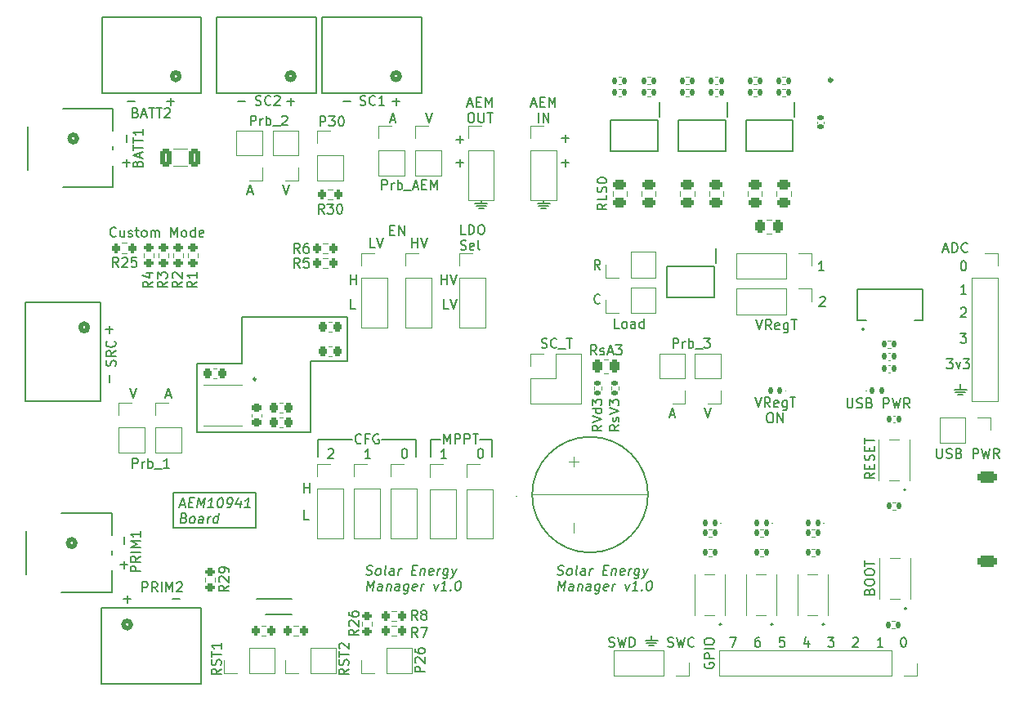
<source format=gto>
%TF.GenerationSoftware,KiCad,Pcbnew,7.0.10*%
%TF.CreationDate,2024-05-16T19:43:25+02:00*%
%TF.ProjectId,SolarEnergyManager_v1.0,536f6c61-7245-46e6-9572-67794d616e61,rev?*%
%TF.SameCoordinates,Original*%
%TF.FileFunction,Legend,Top*%
%TF.FilePolarity,Positive*%
%FSLAX46Y46*%
G04 Gerber Fmt 4.6, Leading zero omitted, Abs format (unit mm)*
G04 Created by KiCad (PCBNEW 7.0.10) date 2024-05-16 19:43:25*
%MOMM*%
%LPD*%
G01*
G04 APERTURE LIST*
G04 Aperture macros list*
%AMRoundRect*
0 Rectangle with rounded corners*
0 $1 Rounding radius*
0 $2 $3 $4 $5 $6 $7 $8 $9 X,Y pos of 4 corners*
0 Add a 4 corners polygon primitive as box body*
4,1,4,$2,$3,$4,$5,$6,$7,$8,$9,$2,$3,0*
0 Add four circle primitives for the rounded corners*
1,1,$1+$1,$2,$3*
1,1,$1+$1,$4,$5*
1,1,$1+$1,$6,$7*
1,1,$1+$1,$8,$9*
0 Add four rect primitives between the rounded corners*
20,1,$1+$1,$2,$3,$4,$5,0*
20,1,$1+$1,$4,$5,$6,$7,0*
20,1,$1+$1,$6,$7,$8,$9,0*
20,1,$1+$1,$8,$9,$2,$3,0*%
G04 Aperture macros list end*
%ADD10C,0.150000*%
%ADD11C,0.120000*%
%ADD12C,0.100000*%
%ADD13C,0.200000*%
%ADD14C,0.325000*%
%ADD15C,0.250000*%
%ADD16C,0.152400*%
%ADD17C,0.508000*%
%ADD18C,6.400000*%
%ADD19RoundRect,0.250000X0.262500X0.450000X-0.262500X0.450000X-0.262500X-0.450000X0.262500X-0.450000X0*%
%ADD20R,1.700000X1.700000*%
%ADD21O,1.700000X1.700000*%
%ADD22RoundRect,0.225000X-0.225000X-0.250000X0.225000X-0.250000X0.225000X0.250000X-0.225000X0.250000X0*%
%ADD23RoundRect,0.135000X-0.135000X-0.185000X0.135000X-0.185000X0.135000X0.185000X-0.135000X0.185000X0*%
%ADD24RoundRect,0.147500X-0.147500X-0.172500X0.147500X-0.172500X0.147500X0.172500X-0.147500X0.172500X0*%
%ADD25RoundRect,0.250000X-0.450000X0.262500X-0.450000X-0.262500X0.450000X-0.262500X0.450000X0.262500X0*%
%ADD26RoundRect,0.200000X0.200000X0.275000X-0.200000X0.275000X-0.200000X-0.275000X0.200000X-0.275000X0*%
%ADD27RoundRect,0.200000X0.275000X-0.200000X0.275000X0.200000X-0.275000X0.200000X-0.275000X-0.200000X0*%
%ADD28R,0.700000X1.525000*%
%ADD29RoundRect,0.200000X-0.200000X-0.275000X0.200000X-0.275000X0.200000X0.275000X-0.200000X0.275000X0*%
%ADD30RoundRect,0.250000X-0.262500X-0.450000X0.262500X-0.450000X0.262500X0.450000X-0.262500X0.450000X0*%
%ADD31RoundRect,0.147500X0.147500X0.172500X-0.147500X0.172500X-0.147500X-0.172500X0.147500X-0.172500X0*%
%ADD32RoundRect,0.135000X0.135000X0.185000X-0.135000X0.185000X-0.135000X-0.185000X0.135000X-0.185000X0*%
%ADD33RoundRect,0.218750X-0.218750X-0.256250X0.218750X-0.256250X0.218750X0.256250X-0.218750X0.256250X0*%
%ADD34R,1.050000X0.350000*%
%ADD35R,0.350000X1.050000*%
%ADD36R,4.200000X4.200000*%
%ADD37RoundRect,0.140000X-0.140000X-0.170000X0.140000X-0.170000X0.140000X0.170000X-0.140000X0.170000X0*%
%ADD38R,0.750000X1.000000*%
%ADD39R,0.300000X1.000000*%
%ADD40R,1.000000X0.300000*%
%ADD41R,3.250000X3.250000*%
%ADD42R,1.600000X1.600000*%
%ADD43C,1.600000*%
%ADD44RoundRect,0.225000X0.225000X0.250000X-0.225000X0.250000X-0.225000X-0.250000X0.225000X-0.250000X0*%
%ADD45RoundRect,0.250000X-0.325000X-0.650000X0.325000X-0.650000X0.325000X0.650000X-0.325000X0.650000X0*%
%ADD46R,0.700000X1.600000*%
%ADD47RoundRect,0.140000X0.140000X0.170000X-0.140000X0.170000X-0.140000X-0.170000X0.140000X-0.170000X0*%
%ADD48R,3.505200X0.990600*%
%ADD49R,3.403600X1.498600*%
%ADD50RoundRect,0.140000X-0.170000X0.140000X-0.170000X-0.140000X0.170000X-0.140000X0.170000X0.140000X0*%
%ADD51R,1.150000X3.600000*%
%ADD52RoundRect,0.135000X-0.185000X0.135000X-0.185000X-0.135000X0.185000X-0.135000X0.185000X0.135000X0*%
%ADD53C,1.803400*%
%ADD54R,1.050000X0.750000*%
%ADD55RoundRect,0.135000X0.185000X-0.135000X0.185000X0.135000X-0.185000X0.135000X-0.185000X-0.135000X0*%
%ADD56RoundRect,0.225000X-0.250000X0.225000X-0.250000X-0.225000X0.250000X-0.225000X0.250000X0.225000X0*%
%ADD57C,0.650000*%
%ADD58O,2.304000X1.204000*%
%ADD59RoundRect,0.301000X-0.701000X0.301000X-0.701000X-0.301000X0.701000X-0.301000X0.701000X0.301000X0*%
G04 APERTURE END LIST*
D10*
X121412000Y-120411000D02*
X117856000Y-120411000D01*
X152146000Y-141732000D02*
X152654000Y-141732000D01*
X140970000Y-96393000D02*
X141478000Y-96393000D01*
X115633500Y-119634000D02*
X105283000Y-119634000D01*
X117094000Y-119634000D02*
X115633500Y-119634000D01*
X120904000Y-112268000D02*
X117094000Y-112268000D01*
X105283000Y-112522000D02*
X109982000Y-112522000D01*
X141224000Y-95579000D02*
X141224000Y-95885000D01*
X134239000Y-96139000D02*
X135255000Y-96139000D01*
X134493000Y-96393000D02*
X135001000Y-96393000D01*
X184150000Y-115697000D02*
X184658000Y-115697000D01*
X128016000Y-120411000D02*
X128016000Y-122189000D01*
X135890000Y-120411000D02*
X135890000Y-122189000D01*
X124460000Y-120411000D02*
X128016000Y-120411000D01*
X109982000Y-107696000D02*
X120904000Y-107696000D01*
X151892000Y-141478000D02*
X152908000Y-141478000D01*
X183896000Y-115443000D02*
X184912000Y-115443000D01*
X130556000Y-120411000D02*
X129540000Y-120411000D01*
X117094000Y-112268000D02*
X117094000Y-119634000D01*
X117856000Y-120411000D02*
X117856000Y-122189000D01*
X184404000Y-114655000D02*
X184404000Y-115189000D01*
X120904000Y-107696000D02*
X120904000Y-112268000D01*
X138430001Y-126238000D02*
G75*
G03*
X138429999Y-126238000I-1J0D01*
G01*
X138429999Y-126238000D02*
G75*
G03*
X138430001Y-126238000I1J0D01*
G01*
X183769000Y-115189000D02*
X185039000Y-115189000D01*
X109982000Y-112522000D02*
X109982000Y-107696000D01*
X134620000Y-120411000D02*
X135890000Y-120411000D01*
X151765000Y-141224000D02*
X153035000Y-141224000D01*
X152400000Y-140690000D02*
X152400000Y-141224000D01*
X105283000Y-119634000D02*
X105283000Y-112522000D01*
X129540000Y-120411000D02*
X129540000Y-122189000D01*
X134747000Y-95579000D02*
X134747000Y-95885000D01*
X102870000Y-125857000D02*
X111379000Y-125857000D01*
X111379000Y-129540000D01*
X102870000Y-129540000D01*
X102870000Y-125857000D01*
X134112000Y-95885000D02*
X135382000Y-95885000D01*
X140716000Y-96139000D02*
X141732000Y-96139000D01*
X140589000Y-95885000D02*
X141859000Y-95885000D01*
X172680714Y-116090819D02*
X172680714Y-116900342D01*
X172680714Y-116900342D02*
X172728333Y-116995580D01*
X172728333Y-116995580D02*
X172775952Y-117043200D01*
X172775952Y-117043200D02*
X172871190Y-117090819D01*
X172871190Y-117090819D02*
X173061666Y-117090819D01*
X173061666Y-117090819D02*
X173156904Y-117043200D01*
X173156904Y-117043200D02*
X173204523Y-116995580D01*
X173204523Y-116995580D02*
X173252142Y-116900342D01*
X173252142Y-116900342D02*
X173252142Y-116090819D01*
X173680714Y-117043200D02*
X173823571Y-117090819D01*
X173823571Y-117090819D02*
X174061666Y-117090819D01*
X174061666Y-117090819D02*
X174156904Y-117043200D01*
X174156904Y-117043200D02*
X174204523Y-116995580D01*
X174204523Y-116995580D02*
X174252142Y-116900342D01*
X174252142Y-116900342D02*
X174252142Y-116805104D01*
X174252142Y-116805104D02*
X174204523Y-116709866D01*
X174204523Y-116709866D02*
X174156904Y-116662247D01*
X174156904Y-116662247D02*
X174061666Y-116614628D01*
X174061666Y-116614628D02*
X173871190Y-116567009D01*
X173871190Y-116567009D02*
X173775952Y-116519390D01*
X173775952Y-116519390D02*
X173728333Y-116471771D01*
X173728333Y-116471771D02*
X173680714Y-116376533D01*
X173680714Y-116376533D02*
X173680714Y-116281295D01*
X173680714Y-116281295D02*
X173728333Y-116186057D01*
X173728333Y-116186057D02*
X173775952Y-116138438D01*
X173775952Y-116138438D02*
X173871190Y-116090819D01*
X173871190Y-116090819D02*
X174109285Y-116090819D01*
X174109285Y-116090819D02*
X174252142Y-116138438D01*
X175014047Y-116567009D02*
X175156904Y-116614628D01*
X175156904Y-116614628D02*
X175204523Y-116662247D01*
X175204523Y-116662247D02*
X175252142Y-116757485D01*
X175252142Y-116757485D02*
X175252142Y-116900342D01*
X175252142Y-116900342D02*
X175204523Y-116995580D01*
X175204523Y-116995580D02*
X175156904Y-117043200D01*
X175156904Y-117043200D02*
X175061666Y-117090819D01*
X175061666Y-117090819D02*
X174680714Y-117090819D01*
X174680714Y-117090819D02*
X174680714Y-116090819D01*
X174680714Y-116090819D02*
X175014047Y-116090819D01*
X175014047Y-116090819D02*
X175109285Y-116138438D01*
X175109285Y-116138438D02*
X175156904Y-116186057D01*
X175156904Y-116186057D02*
X175204523Y-116281295D01*
X175204523Y-116281295D02*
X175204523Y-116376533D01*
X175204523Y-116376533D02*
X175156904Y-116471771D01*
X175156904Y-116471771D02*
X175109285Y-116519390D01*
X175109285Y-116519390D02*
X175014047Y-116567009D01*
X175014047Y-116567009D02*
X174680714Y-116567009D01*
X176442619Y-117090819D02*
X176442619Y-116090819D01*
X176442619Y-116090819D02*
X176823571Y-116090819D01*
X176823571Y-116090819D02*
X176918809Y-116138438D01*
X176918809Y-116138438D02*
X176966428Y-116186057D01*
X176966428Y-116186057D02*
X177014047Y-116281295D01*
X177014047Y-116281295D02*
X177014047Y-116424152D01*
X177014047Y-116424152D02*
X176966428Y-116519390D01*
X176966428Y-116519390D02*
X176918809Y-116567009D01*
X176918809Y-116567009D02*
X176823571Y-116614628D01*
X176823571Y-116614628D02*
X176442619Y-116614628D01*
X177347381Y-116090819D02*
X177585476Y-117090819D01*
X177585476Y-117090819D02*
X177775952Y-116376533D01*
X177775952Y-116376533D02*
X177966428Y-117090819D01*
X177966428Y-117090819D02*
X178204524Y-116090819D01*
X179156904Y-117090819D02*
X178823571Y-116614628D01*
X178585476Y-117090819D02*
X178585476Y-116090819D01*
X178585476Y-116090819D02*
X178966428Y-116090819D01*
X178966428Y-116090819D02*
X179061666Y-116138438D01*
X179061666Y-116138438D02*
X179109285Y-116186057D01*
X179109285Y-116186057D02*
X179156904Y-116281295D01*
X179156904Y-116281295D02*
X179156904Y-116424152D01*
X179156904Y-116424152D02*
X179109285Y-116519390D01*
X179109285Y-116519390D02*
X179061666Y-116567009D01*
X179061666Y-116567009D02*
X178966428Y-116614628D01*
X178966428Y-116614628D02*
X178585476Y-116614628D01*
X134639255Y-121312819D02*
X134734493Y-121312819D01*
X134734493Y-121312819D02*
X134829731Y-121360438D01*
X134829731Y-121360438D02*
X134877350Y-121408057D01*
X134877350Y-121408057D02*
X134924969Y-121503295D01*
X134924969Y-121503295D02*
X134972588Y-121693771D01*
X134972588Y-121693771D02*
X134972588Y-121931866D01*
X134972588Y-121931866D02*
X134924969Y-122122342D01*
X134924969Y-122122342D02*
X134877350Y-122217580D01*
X134877350Y-122217580D02*
X134829731Y-122265200D01*
X134829731Y-122265200D02*
X134734493Y-122312819D01*
X134734493Y-122312819D02*
X134639255Y-122312819D01*
X134639255Y-122312819D02*
X134544017Y-122265200D01*
X134544017Y-122265200D02*
X134496398Y-122217580D01*
X134496398Y-122217580D02*
X134448779Y-122122342D01*
X134448779Y-122122342D02*
X134401160Y-121931866D01*
X134401160Y-121931866D02*
X134401160Y-121693771D01*
X134401160Y-121693771D02*
X134448779Y-121503295D01*
X134448779Y-121503295D02*
X134496398Y-121408057D01*
X134496398Y-121408057D02*
X134544017Y-121360438D01*
X134544017Y-121360438D02*
X134639255Y-121312819D01*
X97707316Y-136902866D02*
X98469221Y-136902866D01*
X98088268Y-137283819D02*
X98088268Y-136521914D01*
X128162207Y-140839819D02*
X127828874Y-140363628D01*
X127590779Y-140839819D02*
X127590779Y-139839819D01*
X127590779Y-139839819D02*
X127971731Y-139839819D01*
X127971731Y-139839819D02*
X128066969Y-139887438D01*
X128066969Y-139887438D02*
X128114588Y-139935057D01*
X128114588Y-139935057D02*
X128162207Y-140030295D01*
X128162207Y-140030295D02*
X128162207Y-140173152D01*
X128162207Y-140173152D02*
X128114588Y-140268390D01*
X128114588Y-140268390D02*
X128066969Y-140316009D01*
X128066969Y-140316009D02*
X127971731Y-140363628D01*
X127971731Y-140363628D02*
X127590779Y-140363628D01*
X128495541Y-139839819D02*
X129162207Y-139839819D01*
X129162207Y-139839819D02*
X128733636Y-140839819D01*
X108581819Y-135489792D02*
X108105628Y-135823125D01*
X108581819Y-136061220D02*
X107581819Y-136061220D01*
X107581819Y-136061220D02*
X107581819Y-135680268D01*
X107581819Y-135680268D02*
X107629438Y-135585030D01*
X107629438Y-135585030D02*
X107677057Y-135537411D01*
X107677057Y-135537411D02*
X107772295Y-135489792D01*
X107772295Y-135489792D02*
X107915152Y-135489792D01*
X107915152Y-135489792D02*
X108010390Y-135537411D01*
X108010390Y-135537411D02*
X108058009Y-135585030D01*
X108058009Y-135585030D02*
X108105628Y-135680268D01*
X108105628Y-135680268D02*
X108105628Y-136061220D01*
X107677057Y-135108839D02*
X107629438Y-135061220D01*
X107629438Y-135061220D02*
X107581819Y-134965982D01*
X107581819Y-134965982D02*
X107581819Y-134727887D01*
X107581819Y-134727887D02*
X107629438Y-134632649D01*
X107629438Y-134632649D02*
X107677057Y-134585030D01*
X107677057Y-134585030D02*
X107772295Y-134537411D01*
X107772295Y-134537411D02*
X107867533Y-134537411D01*
X107867533Y-134537411D02*
X108010390Y-134585030D01*
X108010390Y-134585030D02*
X108581819Y-135156458D01*
X108581819Y-135156458D02*
X108581819Y-134537411D01*
X108581819Y-134061220D02*
X108581819Y-133870744D01*
X108581819Y-133870744D02*
X108534200Y-133775506D01*
X108534200Y-133775506D02*
X108486580Y-133727887D01*
X108486580Y-133727887D02*
X108343723Y-133632649D01*
X108343723Y-133632649D02*
X108153247Y-133585030D01*
X108153247Y-133585030D02*
X107772295Y-133585030D01*
X107772295Y-133585030D02*
X107677057Y-133632649D01*
X107677057Y-133632649D02*
X107629438Y-133680268D01*
X107629438Y-133680268D02*
X107581819Y-133775506D01*
X107581819Y-133775506D02*
X107581819Y-133965982D01*
X107581819Y-133965982D02*
X107629438Y-134061220D01*
X107629438Y-134061220D02*
X107677057Y-134108839D01*
X107677057Y-134108839D02*
X107772295Y-134156458D01*
X107772295Y-134156458D02*
X108010390Y-134156458D01*
X108010390Y-134156458D02*
X108105628Y-134108839D01*
X108105628Y-134108839D02*
X108153247Y-134061220D01*
X108153247Y-134061220D02*
X108200866Y-133965982D01*
X108200866Y-133965982D02*
X108200866Y-133775506D01*
X108200866Y-133775506D02*
X108153247Y-133680268D01*
X108153247Y-133680268D02*
X108105628Y-133632649D01*
X108105628Y-133632649D02*
X108010390Y-133585030D01*
X166166969Y-140855819D02*
X165690779Y-140855819D01*
X165690779Y-140855819D02*
X165643160Y-141332009D01*
X165643160Y-141332009D02*
X165690779Y-141284390D01*
X165690779Y-141284390D02*
X165786017Y-141236771D01*
X165786017Y-141236771D02*
X166024112Y-141236771D01*
X166024112Y-141236771D02*
X166119350Y-141284390D01*
X166119350Y-141284390D02*
X166166969Y-141332009D01*
X166166969Y-141332009D02*
X166214588Y-141427247D01*
X166214588Y-141427247D02*
X166214588Y-141665342D01*
X166214588Y-141665342D02*
X166166969Y-141760580D01*
X166166969Y-141760580D02*
X166119350Y-141808200D01*
X166119350Y-141808200D02*
X166024112Y-141855819D01*
X166024112Y-141855819D02*
X165786017Y-141855819D01*
X165786017Y-141855819D02*
X165690779Y-141808200D01*
X165690779Y-141808200D02*
X165643160Y-141760580D01*
X184439160Y-106788057D02*
X184486779Y-106740438D01*
X184486779Y-106740438D02*
X184582017Y-106692819D01*
X184582017Y-106692819D02*
X184820112Y-106692819D01*
X184820112Y-106692819D02*
X184915350Y-106740438D01*
X184915350Y-106740438D02*
X184962969Y-106788057D01*
X184962969Y-106788057D02*
X185010588Y-106883295D01*
X185010588Y-106883295D02*
X185010588Y-106978533D01*
X185010588Y-106978533D02*
X184962969Y-107121390D01*
X184962969Y-107121390D02*
X184391541Y-107692819D01*
X184391541Y-107692819D02*
X185010588Y-107692819D01*
X116890969Y-128677819D02*
X116414779Y-128677819D01*
X116414779Y-128677819D02*
X116414779Y-127677819D01*
X178454255Y-140855819D02*
X178549493Y-140855819D01*
X178549493Y-140855819D02*
X178644731Y-140903438D01*
X178644731Y-140903438D02*
X178692350Y-140951057D01*
X178692350Y-140951057D02*
X178739969Y-141046295D01*
X178739969Y-141046295D02*
X178787588Y-141236771D01*
X178787588Y-141236771D02*
X178787588Y-141474866D01*
X178787588Y-141474866D02*
X178739969Y-141665342D01*
X178739969Y-141665342D02*
X178692350Y-141760580D01*
X178692350Y-141760580D02*
X178644731Y-141808200D01*
X178644731Y-141808200D02*
X178549493Y-141855819D01*
X178549493Y-141855819D02*
X178454255Y-141855819D01*
X178454255Y-141855819D02*
X178359017Y-141808200D01*
X178359017Y-141808200D02*
X178311398Y-141760580D01*
X178311398Y-141760580D02*
X178263779Y-141665342D01*
X178263779Y-141665342D02*
X178216160Y-141474866D01*
X178216160Y-141474866D02*
X178216160Y-141236771D01*
X178216160Y-141236771D02*
X178263779Y-141046295D01*
X178263779Y-141046295D02*
X178311398Y-140951057D01*
X178311398Y-140951057D02*
X178359017Y-140903438D01*
X178359017Y-140903438D02*
X178454255Y-140855819D01*
X121027819Y-144125792D02*
X120551628Y-144459125D01*
X121027819Y-144697220D02*
X120027819Y-144697220D01*
X120027819Y-144697220D02*
X120027819Y-144316268D01*
X120027819Y-144316268D02*
X120075438Y-144221030D01*
X120075438Y-144221030D02*
X120123057Y-144173411D01*
X120123057Y-144173411D02*
X120218295Y-144125792D01*
X120218295Y-144125792D02*
X120361152Y-144125792D01*
X120361152Y-144125792D02*
X120456390Y-144173411D01*
X120456390Y-144173411D02*
X120504009Y-144221030D01*
X120504009Y-144221030D02*
X120551628Y-144316268D01*
X120551628Y-144316268D02*
X120551628Y-144697220D01*
X120980200Y-143744839D02*
X121027819Y-143601982D01*
X121027819Y-143601982D02*
X121027819Y-143363887D01*
X121027819Y-143363887D02*
X120980200Y-143268649D01*
X120980200Y-143268649D02*
X120932580Y-143221030D01*
X120932580Y-143221030D02*
X120837342Y-143173411D01*
X120837342Y-143173411D02*
X120742104Y-143173411D01*
X120742104Y-143173411D02*
X120646866Y-143221030D01*
X120646866Y-143221030D02*
X120599247Y-143268649D01*
X120599247Y-143268649D02*
X120551628Y-143363887D01*
X120551628Y-143363887D02*
X120504009Y-143554363D01*
X120504009Y-143554363D02*
X120456390Y-143649601D01*
X120456390Y-143649601D02*
X120408771Y-143697220D01*
X120408771Y-143697220D02*
X120313533Y-143744839D01*
X120313533Y-143744839D02*
X120218295Y-143744839D01*
X120218295Y-143744839D02*
X120123057Y-143697220D01*
X120123057Y-143697220D02*
X120075438Y-143649601D01*
X120075438Y-143649601D02*
X120027819Y-143554363D01*
X120027819Y-143554363D02*
X120027819Y-143316268D01*
X120027819Y-143316268D02*
X120075438Y-143173411D01*
X120027819Y-142887696D02*
X120027819Y-142316268D01*
X121027819Y-142601982D02*
X120027819Y-142601982D01*
X120123057Y-142030553D02*
X120075438Y-141982934D01*
X120075438Y-141982934D02*
X120027819Y-141887696D01*
X120027819Y-141887696D02*
X120027819Y-141649601D01*
X120027819Y-141649601D02*
X120075438Y-141554363D01*
X120075438Y-141554363D02*
X120123057Y-141506744D01*
X120123057Y-141506744D02*
X120218295Y-141459125D01*
X120218295Y-141459125D02*
X120313533Y-141459125D01*
X120313533Y-141459125D02*
X120456390Y-141506744D01*
X120456390Y-141506744D02*
X121027819Y-142078172D01*
X121027819Y-142078172D02*
X121027819Y-141459125D01*
X173263160Y-140951057D02*
X173310779Y-140903438D01*
X173310779Y-140903438D02*
X173406017Y-140855819D01*
X173406017Y-140855819D02*
X173644112Y-140855819D01*
X173644112Y-140855819D02*
X173739350Y-140903438D01*
X173739350Y-140903438D02*
X173786969Y-140951057D01*
X173786969Y-140951057D02*
X173834588Y-141046295D01*
X173834588Y-141046295D02*
X173834588Y-141141533D01*
X173834588Y-141141533D02*
X173786969Y-141284390D01*
X173786969Y-141284390D02*
X173215541Y-141855819D01*
X173215541Y-141855819D02*
X173834588Y-141855819D01*
X139962095Y-85604104D02*
X140438285Y-85604104D01*
X139866857Y-85889819D02*
X140200190Y-84889819D01*
X140200190Y-84889819D02*
X140533523Y-85889819D01*
X140866857Y-85366009D02*
X141200190Y-85366009D01*
X141343047Y-85889819D02*
X140866857Y-85889819D01*
X140866857Y-85889819D02*
X140866857Y-84889819D01*
X140866857Y-84889819D02*
X141343047Y-84889819D01*
X141771619Y-85889819D02*
X141771619Y-84889819D01*
X141771619Y-84889819D02*
X142104952Y-85604104D01*
X142104952Y-85604104D02*
X142438285Y-84889819D01*
X142438285Y-84889819D02*
X142438285Y-85889819D01*
X140700191Y-87499819D02*
X140700191Y-86499819D01*
X141176381Y-87499819D02*
X141176381Y-86499819D01*
X141176381Y-86499819D02*
X141747809Y-87499819D01*
X141747809Y-87499819D02*
X141747809Y-86499819D01*
X114636779Y-85340866D02*
X115398684Y-85340866D01*
X115017731Y-85721819D02*
X115017731Y-84959914D01*
X182661160Y-100676104D02*
X183137350Y-100676104D01*
X182565922Y-100961819D02*
X182899255Y-99961819D01*
X182899255Y-99961819D02*
X183232588Y-100961819D01*
X183565922Y-100961819D02*
X183565922Y-99961819D01*
X183565922Y-99961819D02*
X183804017Y-99961819D01*
X183804017Y-99961819D02*
X183946874Y-100009438D01*
X183946874Y-100009438D02*
X184042112Y-100104676D01*
X184042112Y-100104676D02*
X184089731Y-100199914D01*
X184089731Y-100199914D02*
X184137350Y-100390390D01*
X184137350Y-100390390D02*
X184137350Y-100533247D01*
X184137350Y-100533247D02*
X184089731Y-100723723D01*
X184089731Y-100723723D02*
X184042112Y-100818961D01*
X184042112Y-100818961D02*
X183946874Y-100914200D01*
X183946874Y-100914200D02*
X183804017Y-100961819D01*
X183804017Y-100961819D02*
X183565922Y-100961819D01*
X185137350Y-100866580D02*
X185089731Y-100914200D01*
X185089731Y-100914200D02*
X184946874Y-100961819D01*
X184946874Y-100961819D02*
X184851636Y-100961819D01*
X184851636Y-100961819D02*
X184708779Y-100914200D01*
X184708779Y-100914200D02*
X184613541Y-100818961D01*
X184613541Y-100818961D02*
X184565922Y-100723723D01*
X184565922Y-100723723D02*
X184518303Y-100533247D01*
X184518303Y-100533247D02*
X184518303Y-100390390D01*
X184518303Y-100390390D02*
X184565922Y-100199914D01*
X184565922Y-100199914D02*
X184613541Y-100104676D01*
X184613541Y-100104676D02*
X184708779Y-100009438D01*
X184708779Y-100009438D02*
X184851636Y-99961819D01*
X184851636Y-99961819D02*
X184946874Y-99961819D01*
X184946874Y-99961819D02*
X185089731Y-100009438D01*
X185089731Y-100009438D02*
X185137350Y-100057057D01*
X103755819Y-103993792D02*
X103279628Y-104327125D01*
X103755819Y-104565220D02*
X102755819Y-104565220D01*
X102755819Y-104565220D02*
X102755819Y-104184268D01*
X102755819Y-104184268D02*
X102803438Y-104089030D01*
X102803438Y-104089030D02*
X102851057Y-104041411D01*
X102851057Y-104041411D02*
X102946295Y-103993792D01*
X102946295Y-103993792D02*
X103089152Y-103993792D01*
X103089152Y-103993792D02*
X103184390Y-104041411D01*
X103184390Y-104041411D02*
X103232009Y-104089030D01*
X103232009Y-104089030D02*
X103279628Y-104184268D01*
X103279628Y-104184268D02*
X103279628Y-104565220D01*
X102851057Y-103612839D02*
X102803438Y-103565220D01*
X102803438Y-103565220D02*
X102755819Y-103469982D01*
X102755819Y-103469982D02*
X102755819Y-103231887D01*
X102755819Y-103231887D02*
X102803438Y-103136649D01*
X102803438Y-103136649D02*
X102851057Y-103089030D01*
X102851057Y-103089030D02*
X102946295Y-103041411D01*
X102946295Y-103041411D02*
X103041533Y-103041411D01*
X103041533Y-103041411D02*
X103184390Y-103089030D01*
X103184390Y-103089030D02*
X103755819Y-103660458D01*
X103755819Y-103660458D02*
X103755819Y-103041411D01*
X118907160Y-121408057D02*
X118954779Y-121360438D01*
X118954779Y-121360438D02*
X119050017Y-121312819D01*
X119050017Y-121312819D02*
X119288112Y-121312819D01*
X119288112Y-121312819D02*
X119383350Y-121360438D01*
X119383350Y-121360438D02*
X119430969Y-121408057D01*
X119430969Y-121408057D02*
X119478588Y-121503295D01*
X119478588Y-121503295D02*
X119478588Y-121598533D01*
X119478588Y-121598533D02*
X119430969Y-121741390D01*
X119430969Y-121741390D02*
X118859541Y-122312819D01*
X118859541Y-122312819D02*
X119478588Y-122312819D01*
X125304779Y-98660009D02*
X125638112Y-98660009D01*
X125780969Y-99183819D02*
X125304779Y-99183819D01*
X125304779Y-99183819D02*
X125304779Y-98183819D01*
X125304779Y-98183819D02*
X125780969Y-98183819D01*
X126209541Y-99183819D02*
X126209541Y-98183819D01*
X126209541Y-98183819D02*
X126780969Y-99183819D01*
X126780969Y-99183819D02*
X126780969Y-98183819D01*
X97786866Y-131235220D02*
X97786866Y-130473316D01*
X170278588Y-102866819D02*
X169707160Y-102866819D01*
X169992874Y-102866819D02*
X169992874Y-101866819D01*
X169992874Y-101866819D02*
X169897636Y-102009676D01*
X169897636Y-102009676D02*
X169802398Y-102104914D01*
X169802398Y-102104914D02*
X169707160Y-102152533D01*
X111388760Y-85674200D02*
X111531617Y-85721819D01*
X111531617Y-85721819D02*
X111769712Y-85721819D01*
X111769712Y-85721819D02*
X111864950Y-85674200D01*
X111864950Y-85674200D02*
X111912569Y-85626580D01*
X111912569Y-85626580D02*
X111960188Y-85531342D01*
X111960188Y-85531342D02*
X111960188Y-85436104D01*
X111960188Y-85436104D02*
X111912569Y-85340866D01*
X111912569Y-85340866D02*
X111864950Y-85293247D01*
X111864950Y-85293247D02*
X111769712Y-85245628D01*
X111769712Y-85245628D02*
X111579236Y-85198009D01*
X111579236Y-85198009D02*
X111483998Y-85150390D01*
X111483998Y-85150390D02*
X111436379Y-85102771D01*
X111436379Y-85102771D02*
X111388760Y-85007533D01*
X111388760Y-85007533D02*
X111388760Y-84912295D01*
X111388760Y-84912295D02*
X111436379Y-84817057D01*
X111436379Y-84817057D02*
X111483998Y-84769438D01*
X111483998Y-84769438D02*
X111579236Y-84721819D01*
X111579236Y-84721819D02*
X111817331Y-84721819D01*
X111817331Y-84721819D02*
X111960188Y-84769438D01*
X112960188Y-85626580D02*
X112912569Y-85674200D01*
X112912569Y-85674200D02*
X112769712Y-85721819D01*
X112769712Y-85721819D02*
X112674474Y-85721819D01*
X112674474Y-85721819D02*
X112531617Y-85674200D01*
X112531617Y-85674200D02*
X112436379Y-85578961D01*
X112436379Y-85578961D02*
X112388760Y-85483723D01*
X112388760Y-85483723D02*
X112341141Y-85293247D01*
X112341141Y-85293247D02*
X112341141Y-85150390D01*
X112341141Y-85150390D02*
X112388760Y-84959914D01*
X112388760Y-84959914D02*
X112436379Y-84864676D01*
X112436379Y-84864676D02*
X112531617Y-84769438D01*
X112531617Y-84769438D02*
X112674474Y-84721819D01*
X112674474Y-84721819D02*
X112769712Y-84721819D01*
X112769712Y-84721819D02*
X112912569Y-84769438D01*
X112912569Y-84769438D02*
X112960188Y-84817057D01*
X113341141Y-84817057D02*
X113388760Y-84769438D01*
X113388760Y-84769438D02*
X113483998Y-84721819D01*
X113483998Y-84721819D02*
X113722093Y-84721819D01*
X113722093Y-84721819D02*
X113817331Y-84769438D01*
X113817331Y-84769438D02*
X113864950Y-84817057D01*
X113864950Y-84817057D02*
X113912569Y-84912295D01*
X113912569Y-84912295D02*
X113912569Y-85007533D01*
X113912569Y-85007533D02*
X113864950Y-85150390D01*
X113864950Y-85150390D02*
X113293522Y-85721819D01*
X113293522Y-85721819D02*
X113912569Y-85721819D01*
X184391541Y-109359819D02*
X185010588Y-109359819D01*
X185010588Y-109359819D02*
X184677255Y-109740771D01*
X184677255Y-109740771D02*
X184820112Y-109740771D01*
X184820112Y-109740771D02*
X184915350Y-109788390D01*
X184915350Y-109788390D02*
X184962969Y-109836009D01*
X184962969Y-109836009D02*
X185010588Y-109931247D01*
X185010588Y-109931247D02*
X185010588Y-110169342D01*
X185010588Y-110169342D02*
X184962969Y-110264580D01*
X184962969Y-110264580D02*
X184915350Y-110312200D01*
X184915350Y-110312200D02*
X184820112Y-110359819D01*
X184820112Y-110359819D02*
X184534398Y-110359819D01*
X184534398Y-110359819D02*
X184439160Y-110312200D01*
X184439160Y-110312200D02*
X184391541Y-110264580D01*
X110877579Y-87804619D02*
X110877579Y-86804619D01*
X110877579Y-86804619D02*
X111258531Y-86804619D01*
X111258531Y-86804619D02*
X111353769Y-86852238D01*
X111353769Y-86852238D02*
X111401388Y-86899857D01*
X111401388Y-86899857D02*
X111449007Y-86995095D01*
X111449007Y-86995095D02*
X111449007Y-87137952D01*
X111449007Y-87137952D02*
X111401388Y-87233190D01*
X111401388Y-87233190D02*
X111353769Y-87280809D01*
X111353769Y-87280809D02*
X111258531Y-87328428D01*
X111258531Y-87328428D02*
X110877579Y-87328428D01*
X111877579Y-87804619D02*
X111877579Y-87137952D01*
X111877579Y-87328428D02*
X111925198Y-87233190D01*
X111925198Y-87233190D02*
X111972817Y-87185571D01*
X111972817Y-87185571D02*
X112068055Y-87137952D01*
X112068055Y-87137952D02*
X112163293Y-87137952D01*
X112496627Y-87804619D02*
X112496627Y-86804619D01*
X112496627Y-87185571D02*
X112591865Y-87137952D01*
X112591865Y-87137952D02*
X112782341Y-87137952D01*
X112782341Y-87137952D02*
X112877579Y-87185571D01*
X112877579Y-87185571D02*
X112925198Y-87233190D01*
X112925198Y-87233190D02*
X112972817Y-87328428D01*
X112972817Y-87328428D02*
X112972817Y-87614142D01*
X112972817Y-87614142D02*
X112925198Y-87709380D01*
X112925198Y-87709380D02*
X112877579Y-87757000D01*
X112877579Y-87757000D02*
X112782341Y-87804619D01*
X112782341Y-87804619D02*
X112591865Y-87804619D01*
X112591865Y-87804619D02*
X112496627Y-87757000D01*
X113163294Y-87899857D02*
X113925198Y-87899857D01*
X114115675Y-86899857D02*
X114163294Y-86852238D01*
X114163294Y-86852238D02*
X114258532Y-86804619D01*
X114258532Y-86804619D02*
X114496627Y-86804619D01*
X114496627Y-86804619D02*
X114591865Y-86852238D01*
X114591865Y-86852238D02*
X114639484Y-86899857D01*
X114639484Y-86899857D02*
X114687103Y-86995095D01*
X114687103Y-86995095D02*
X114687103Y-87090333D01*
X114687103Y-87090333D02*
X114639484Y-87233190D01*
X114639484Y-87233190D02*
X114068056Y-87804619D01*
X114068056Y-87804619D02*
X114687103Y-87804619D01*
X97174207Y-102485819D02*
X96840874Y-102009628D01*
X96602779Y-102485819D02*
X96602779Y-101485819D01*
X96602779Y-101485819D02*
X96983731Y-101485819D01*
X96983731Y-101485819D02*
X97078969Y-101533438D01*
X97078969Y-101533438D02*
X97126588Y-101581057D01*
X97126588Y-101581057D02*
X97174207Y-101676295D01*
X97174207Y-101676295D02*
X97174207Y-101819152D01*
X97174207Y-101819152D02*
X97126588Y-101914390D01*
X97126588Y-101914390D02*
X97078969Y-101962009D01*
X97078969Y-101962009D02*
X96983731Y-102009628D01*
X96983731Y-102009628D02*
X96602779Y-102009628D01*
X97555160Y-101581057D02*
X97602779Y-101533438D01*
X97602779Y-101533438D02*
X97698017Y-101485819D01*
X97698017Y-101485819D02*
X97936112Y-101485819D01*
X97936112Y-101485819D02*
X98031350Y-101533438D01*
X98031350Y-101533438D02*
X98078969Y-101581057D01*
X98078969Y-101581057D02*
X98126588Y-101676295D01*
X98126588Y-101676295D02*
X98126588Y-101771533D01*
X98126588Y-101771533D02*
X98078969Y-101914390D01*
X98078969Y-101914390D02*
X97507541Y-102485819D01*
X97507541Y-102485819D02*
X98126588Y-102485819D01*
X99031350Y-101485819D02*
X98555160Y-101485819D01*
X98555160Y-101485819D02*
X98507541Y-101962009D01*
X98507541Y-101962009D02*
X98555160Y-101914390D01*
X98555160Y-101914390D02*
X98650398Y-101866771D01*
X98650398Y-101866771D02*
X98888493Y-101866771D01*
X98888493Y-101866771D02*
X98983731Y-101914390D01*
X98983731Y-101914390D02*
X99031350Y-101962009D01*
X99031350Y-101962009D02*
X99078969Y-102057247D01*
X99078969Y-102057247D02*
X99078969Y-102295342D01*
X99078969Y-102295342D02*
X99031350Y-102390580D01*
X99031350Y-102390580D02*
X98983731Y-102438200D01*
X98983731Y-102438200D02*
X98888493Y-102485819D01*
X98888493Y-102485819D02*
X98650398Y-102485819D01*
X98650398Y-102485819D02*
X98555160Y-102438200D01*
X98555160Y-102438200D02*
X98507541Y-102390580D01*
X122320207Y-120708580D02*
X122272588Y-120756200D01*
X122272588Y-120756200D02*
X122129731Y-120803819D01*
X122129731Y-120803819D02*
X122034493Y-120803819D01*
X122034493Y-120803819D02*
X121891636Y-120756200D01*
X121891636Y-120756200D02*
X121796398Y-120660961D01*
X121796398Y-120660961D02*
X121748779Y-120565723D01*
X121748779Y-120565723D02*
X121701160Y-120375247D01*
X121701160Y-120375247D02*
X121701160Y-120232390D01*
X121701160Y-120232390D02*
X121748779Y-120041914D01*
X121748779Y-120041914D02*
X121796398Y-119946676D01*
X121796398Y-119946676D02*
X121891636Y-119851438D01*
X121891636Y-119851438D02*
X122034493Y-119803819D01*
X122034493Y-119803819D02*
X122129731Y-119803819D01*
X122129731Y-119803819D02*
X122272588Y-119851438D01*
X122272588Y-119851438D02*
X122320207Y-119899057D01*
X123082112Y-120280009D02*
X122748779Y-120280009D01*
X122748779Y-120803819D02*
X122748779Y-119803819D01*
X122748779Y-119803819D02*
X123224969Y-119803819D01*
X124129731Y-119851438D02*
X124034493Y-119803819D01*
X124034493Y-119803819D02*
X123891636Y-119803819D01*
X123891636Y-119803819D02*
X123748779Y-119851438D01*
X123748779Y-119851438D02*
X123653541Y-119946676D01*
X123653541Y-119946676D02*
X123605922Y-120041914D01*
X123605922Y-120041914D02*
X123558303Y-120232390D01*
X123558303Y-120232390D02*
X123558303Y-120375247D01*
X123558303Y-120375247D02*
X123605922Y-120565723D01*
X123605922Y-120565723D02*
X123653541Y-120660961D01*
X123653541Y-120660961D02*
X123748779Y-120756200D01*
X123748779Y-120756200D02*
X123891636Y-120803819D01*
X123891636Y-120803819D02*
X123986874Y-120803819D01*
X123986874Y-120803819D02*
X124129731Y-120756200D01*
X124129731Y-120756200D02*
X124177350Y-120708580D01*
X124177350Y-120708580D02*
X124177350Y-120375247D01*
X124177350Y-120375247D02*
X123986874Y-120375247D01*
X99437819Y-134029220D02*
X98437819Y-134029220D01*
X98437819Y-134029220D02*
X98437819Y-133648268D01*
X98437819Y-133648268D02*
X98485438Y-133553030D01*
X98485438Y-133553030D02*
X98533057Y-133505411D01*
X98533057Y-133505411D02*
X98628295Y-133457792D01*
X98628295Y-133457792D02*
X98771152Y-133457792D01*
X98771152Y-133457792D02*
X98866390Y-133505411D01*
X98866390Y-133505411D02*
X98914009Y-133553030D01*
X98914009Y-133553030D02*
X98961628Y-133648268D01*
X98961628Y-133648268D02*
X98961628Y-134029220D01*
X99437819Y-132457792D02*
X98961628Y-132791125D01*
X99437819Y-133029220D02*
X98437819Y-133029220D01*
X98437819Y-133029220D02*
X98437819Y-132648268D01*
X98437819Y-132648268D02*
X98485438Y-132553030D01*
X98485438Y-132553030D02*
X98533057Y-132505411D01*
X98533057Y-132505411D02*
X98628295Y-132457792D01*
X98628295Y-132457792D02*
X98771152Y-132457792D01*
X98771152Y-132457792D02*
X98866390Y-132505411D01*
X98866390Y-132505411D02*
X98914009Y-132553030D01*
X98914009Y-132553030D02*
X98961628Y-132648268D01*
X98961628Y-132648268D02*
X98961628Y-133029220D01*
X99437819Y-132029220D02*
X98437819Y-132029220D01*
X99437819Y-131553030D02*
X98437819Y-131553030D01*
X98437819Y-131553030D02*
X99152104Y-131219697D01*
X99152104Y-131219697D02*
X98437819Y-130886364D01*
X98437819Y-130886364D02*
X99437819Y-130886364D01*
X99437819Y-129886364D02*
X99437819Y-130457792D01*
X99437819Y-130172078D02*
X98437819Y-130172078D01*
X98437819Y-130172078D02*
X98580676Y-130267316D01*
X98580676Y-130267316D02*
X98675914Y-130362554D01*
X98675914Y-130362554D02*
X98723533Y-130457792D01*
X107819819Y-144125792D02*
X107343628Y-144459125D01*
X107819819Y-144697220D02*
X106819819Y-144697220D01*
X106819819Y-144697220D02*
X106819819Y-144316268D01*
X106819819Y-144316268D02*
X106867438Y-144221030D01*
X106867438Y-144221030D02*
X106915057Y-144173411D01*
X106915057Y-144173411D02*
X107010295Y-144125792D01*
X107010295Y-144125792D02*
X107153152Y-144125792D01*
X107153152Y-144125792D02*
X107248390Y-144173411D01*
X107248390Y-144173411D02*
X107296009Y-144221030D01*
X107296009Y-144221030D02*
X107343628Y-144316268D01*
X107343628Y-144316268D02*
X107343628Y-144697220D01*
X107772200Y-143744839D02*
X107819819Y-143601982D01*
X107819819Y-143601982D02*
X107819819Y-143363887D01*
X107819819Y-143363887D02*
X107772200Y-143268649D01*
X107772200Y-143268649D02*
X107724580Y-143221030D01*
X107724580Y-143221030D02*
X107629342Y-143173411D01*
X107629342Y-143173411D02*
X107534104Y-143173411D01*
X107534104Y-143173411D02*
X107438866Y-143221030D01*
X107438866Y-143221030D02*
X107391247Y-143268649D01*
X107391247Y-143268649D02*
X107343628Y-143363887D01*
X107343628Y-143363887D02*
X107296009Y-143554363D01*
X107296009Y-143554363D02*
X107248390Y-143649601D01*
X107248390Y-143649601D02*
X107200771Y-143697220D01*
X107200771Y-143697220D02*
X107105533Y-143744839D01*
X107105533Y-143744839D02*
X107010295Y-143744839D01*
X107010295Y-143744839D02*
X106915057Y-143697220D01*
X106915057Y-143697220D02*
X106867438Y-143649601D01*
X106867438Y-143649601D02*
X106819819Y-143554363D01*
X106819819Y-143554363D02*
X106819819Y-143316268D01*
X106819819Y-143316268D02*
X106867438Y-143173411D01*
X106819819Y-142887696D02*
X106819819Y-142316268D01*
X107819819Y-142601982D02*
X106819819Y-142601982D01*
X107819819Y-141459125D02*
X107819819Y-142030553D01*
X107819819Y-141744839D02*
X106819819Y-141744839D01*
X106819819Y-141744839D02*
X106962676Y-141840077D01*
X106962676Y-141840077D02*
X107057914Y-141935315D01*
X107057914Y-141935315D02*
X107105533Y-142030553D01*
X154314760Y-117821104D02*
X154790950Y-117821104D01*
X154219522Y-118106819D02*
X154552855Y-117106819D01*
X154552855Y-117106819D02*
X154886188Y-118106819D01*
X102231819Y-103993792D02*
X101755628Y-104327125D01*
X102231819Y-104565220D02*
X101231819Y-104565220D01*
X101231819Y-104565220D02*
X101231819Y-104184268D01*
X101231819Y-104184268D02*
X101279438Y-104089030D01*
X101279438Y-104089030D02*
X101327057Y-104041411D01*
X101327057Y-104041411D02*
X101422295Y-103993792D01*
X101422295Y-103993792D02*
X101565152Y-103993792D01*
X101565152Y-103993792D02*
X101660390Y-104041411D01*
X101660390Y-104041411D02*
X101708009Y-104089030D01*
X101708009Y-104089030D02*
X101755628Y-104184268D01*
X101755628Y-104184268D02*
X101755628Y-104565220D01*
X101231819Y-103660458D02*
X101231819Y-103041411D01*
X101231819Y-103041411D02*
X101612771Y-103374744D01*
X101612771Y-103374744D02*
X101612771Y-103231887D01*
X101612771Y-103231887D02*
X101660390Y-103136649D01*
X101660390Y-103136649D02*
X101708009Y-103089030D01*
X101708009Y-103089030D02*
X101803247Y-103041411D01*
X101803247Y-103041411D02*
X102041342Y-103041411D01*
X102041342Y-103041411D02*
X102136580Y-103089030D01*
X102136580Y-103089030D02*
X102184200Y-103136649D01*
X102184200Y-103136649D02*
X102231819Y-103231887D01*
X102231819Y-103231887D02*
X102231819Y-103517601D01*
X102231819Y-103517601D02*
X102184200Y-103612839D01*
X102184200Y-103612839D02*
X102136580Y-103660458D01*
X126765255Y-121312819D02*
X126860493Y-121312819D01*
X126860493Y-121312819D02*
X126955731Y-121360438D01*
X126955731Y-121360438D02*
X127003350Y-121408057D01*
X127003350Y-121408057D02*
X127050969Y-121503295D01*
X127050969Y-121503295D02*
X127098588Y-121693771D01*
X127098588Y-121693771D02*
X127098588Y-121931866D01*
X127098588Y-121931866D02*
X127050969Y-122122342D01*
X127050969Y-122122342D02*
X127003350Y-122217580D01*
X127003350Y-122217580D02*
X126955731Y-122265200D01*
X126955731Y-122265200D02*
X126860493Y-122312819D01*
X126860493Y-122312819D02*
X126765255Y-122312819D01*
X126765255Y-122312819D02*
X126670017Y-122265200D01*
X126670017Y-122265200D02*
X126622398Y-122217580D01*
X126622398Y-122217580D02*
X126574779Y-122122342D01*
X126574779Y-122122342D02*
X126527160Y-121931866D01*
X126527160Y-121931866D02*
X126527160Y-121693771D01*
X126527160Y-121693771D02*
X126574779Y-121503295D01*
X126574779Y-121503295D02*
X126622398Y-121408057D01*
X126622398Y-121408057D02*
X126670017Y-121360438D01*
X126670017Y-121360438D02*
X126765255Y-121312819D01*
X122043819Y-140061792D02*
X121567628Y-140395125D01*
X122043819Y-140633220D02*
X121043819Y-140633220D01*
X121043819Y-140633220D02*
X121043819Y-140252268D01*
X121043819Y-140252268D02*
X121091438Y-140157030D01*
X121091438Y-140157030D02*
X121139057Y-140109411D01*
X121139057Y-140109411D02*
X121234295Y-140061792D01*
X121234295Y-140061792D02*
X121377152Y-140061792D01*
X121377152Y-140061792D02*
X121472390Y-140109411D01*
X121472390Y-140109411D02*
X121520009Y-140157030D01*
X121520009Y-140157030D02*
X121567628Y-140252268D01*
X121567628Y-140252268D02*
X121567628Y-140633220D01*
X121139057Y-139680839D02*
X121091438Y-139633220D01*
X121091438Y-139633220D02*
X121043819Y-139537982D01*
X121043819Y-139537982D02*
X121043819Y-139299887D01*
X121043819Y-139299887D02*
X121091438Y-139204649D01*
X121091438Y-139204649D02*
X121139057Y-139157030D01*
X121139057Y-139157030D02*
X121234295Y-139109411D01*
X121234295Y-139109411D02*
X121329533Y-139109411D01*
X121329533Y-139109411D02*
X121472390Y-139157030D01*
X121472390Y-139157030D02*
X122043819Y-139728458D01*
X122043819Y-139728458D02*
X122043819Y-139109411D01*
X121043819Y-138252268D02*
X121043819Y-138442744D01*
X121043819Y-138442744D02*
X121091438Y-138537982D01*
X121091438Y-138537982D02*
X121139057Y-138585601D01*
X121139057Y-138585601D02*
X121281914Y-138680839D01*
X121281914Y-138680839D02*
X121472390Y-138728458D01*
X121472390Y-138728458D02*
X121853342Y-138728458D01*
X121853342Y-138728458D02*
X121948580Y-138680839D01*
X121948580Y-138680839D02*
X121996200Y-138633220D01*
X121996200Y-138633220D02*
X122043819Y-138537982D01*
X122043819Y-138537982D02*
X122043819Y-138347506D01*
X122043819Y-138347506D02*
X121996200Y-138252268D01*
X121996200Y-138252268D02*
X121948580Y-138204649D01*
X121948580Y-138204649D02*
X121853342Y-138157030D01*
X121853342Y-138157030D02*
X121615247Y-138157030D01*
X121615247Y-138157030D02*
X121520009Y-138204649D01*
X121520009Y-138204649D02*
X121472390Y-138252268D01*
X121472390Y-138252268D02*
X121424771Y-138347506D01*
X121424771Y-138347506D02*
X121424771Y-138537982D01*
X121424771Y-138537982D02*
X121472390Y-138633220D01*
X121472390Y-138633220D02*
X121520009Y-138680839D01*
X121520009Y-138680839D02*
X121615247Y-138728458D01*
X102787316Y-136902866D02*
X103549221Y-136902866D01*
X133146969Y-99097819D02*
X132670779Y-99097819D01*
X132670779Y-99097819D02*
X132670779Y-98097819D01*
X133480303Y-99097819D02*
X133480303Y-98097819D01*
X133480303Y-98097819D02*
X133718398Y-98097819D01*
X133718398Y-98097819D02*
X133861255Y-98145438D01*
X133861255Y-98145438D02*
X133956493Y-98240676D01*
X133956493Y-98240676D02*
X134004112Y-98335914D01*
X134004112Y-98335914D02*
X134051731Y-98526390D01*
X134051731Y-98526390D02*
X134051731Y-98669247D01*
X134051731Y-98669247D02*
X134004112Y-98859723D01*
X134004112Y-98859723D02*
X133956493Y-98954961D01*
X133956493Y-98954961D02*
X133861255Y-99050200D01*
X133861255Y-99050200D02*
X133718398Y-99097819D01*
X133718398Y-99097819D02*
X133480303Y-99097819D01*
X134670779Y-98097819D02*
X134861255Y-98097819D01*
X134861255Y-98097819D02*
X134956493Y-98145438D01*
X134956493Y-98145438D02*
X135051731Y-98240676D01*
X135051731Y-98240676D02*
X135099350Y-98431152D01*
X135099350Y-98431152D02*
X135099350Y-98764485D01*
X135099350Y-98764485D02*
X135051731Y-98954961D01*
X135051731Y-98954961D02*
X134956493Y-99050200D01*
X134956493Y-99050200D02*
X134861255Y-99097819D01*
X134861255Y-99097819D02*
X134670779Y-99097819D01*
X134670779Y-99097819D02*
X134575541Y-99050200D01*
X134575541Y-99050200D02*
X134480303Y-98954961D01*
X134480303Y-98954961D02*
X134432684Y-98764485D01*
X134432684Y-98764485D02*
X134432684Y-98431152D01*
X134432684Y-98431152D02*
X134480303Y-98240676D01*
X134480303Y-98240676D02*
X134575541Y-98145438D01*
X134575541Y-98145438D02*
X134670779Y-98097819D01*
X132623160Y-100660200D02*
X132766017Y-100707819D01*
X132766017Y-100707819D02*
X133004112Y-100707819D01*
X133004112Y-100707819D02*
X133099350Y-100660200D01*
X133099350Y-100660200D02*
X133146969Y-100612580D01*
X133146969Y-100612580D02*
X133194588Y-100517342D01*
X133194588Y-100517342D02*
X133194588Y-100422104D01*
X133194588Y-100422104D02*
X133146969Y-100326866D01*
X133146969Y-100326866D02*
X133099350Y-100279247D01*
X133099350Y-100279247D02*
X133004112Y-100231628D01*
X133004112Y-100231628D02*
X132813636Y-100184009D01*
X132813636Y-100184009D02*
X132718398Y-100136390D01*
X132718398Y-100136390D02*
X132670779Y-100088771D01*
X132670779Y-100088771D02*
X132623160Y-99993533D01*
X132623160Y-99993533D02*
X132623160Y-99898295D01*
X132623160Y-99898295D02*
X132670779Y-99803057D01*
X132670779Y-99803057D02*
X132718398Y-99755438D01*
X132718398Y-99755438D02*
X132813636Y-99707819D01*
X132813636Y-99707819D02*
X133051731Y-99707819D01*
X133051731Y-99707819D02*
X133194588Y-99755438D01*
X134004112Y-100660200D02*
X133908874Y-100707819D01*
X133908874Y-100707819D02*
X133718398Y-100707819D01*
X133718398Y-100707819D02*
X133623160Y-100660200D01*
X133623160Y-100660200D02*
X133575541Y-100564961D01*
X133575541Y-100564961D02*
X133575541Y-100184009D01*
X133575541Y-100184009D02*
X133623160Y-100088771D01*
X133623160Y-100088771D02*
X133718398Y-100041152D01*
X133718398Y-100041152D02*
X133908874Y-100041152D01*
X133908874Y-100041152D02*
X134004112Y-100088771D01*
X134004112Y-100088771D02*
X134051731Y-100184009D01*
X134051731Y-100184009D02*
X134051731Y-100279247D01*
X134051731Y-100279247D02*
X133575541Y-100374485D01*
X134623160Y-100707819D02*
X134527922Y-100660200D01*
X134527922Y-100660200D02*
X134480303Y-100564961D01*
X134480303Y-100564961D02*
X134480303Y-99707819D01*
X157921438Y-143538411D02*
X157873819Y-143633649D01*
X157873819Y-143633649D02*
X157873819Y-143776506D01*
X157873819Y-143776506D02*
X157921438Y-143919363D01*
X157921438Y-143919363D02*
X158016676Y-144014601D01*
X158016676Y-144014601D02*
X158111914Y-144062220D01*
X158111914Y-144062220D02*
X158302390Y-144109839D01*
X158302390Y-144109839D02*
X158445247Y-144109839D01*
X158445247Y-144109839D02*
X158635723Y-144062220D01*
X158635723Y-144062220D02*
X158730961Y-144014601D01*
X158730961Y-144014601D02*
X158826200Y-143919363D01*
X158826200Y-143919363D02*
X158873819Y-143776506D01*
X158873819Y-143776506D02*
X158873819Y-143681268D01*
X158873819Y-143681268D02*
X158826200Y-143538411D01*
X158826200Y-143538411D02*
X158778580Y-143490792D01*
X158778580Y-143490792D02*
X158445247Y-143490792D01*
X158445247Y-143490792D02*
X158445247Y-143681268D01*
X158873819Y-143062220D02*
X157873819Y-143062220D01*
X157873819Y-143062220D02*
X157873819Y-142681268D01*
X157873819Y-142681268D02*
X157921438Y-142586030D01*
X157921438Y-142586030D02*
X157969057Y-142538411D01*
X157969057Y-142538411D02*
X158064295Y-142490792D01*
X158064295Y-142490792D02*
X158207152Y-142490792D01*
X158207152Y-142490792D02*
X158302390Y-142538411D01*
X158302390Y-142538411D02*
X158350009Y-142586030D01*
X158350009Y-142586030D02*
X158397628Y-142681268D01*
X158397628Y-142681268D02*
X158397628Y-143062220D01*
X158873819Y-142062220D02*
X157873819Y-142062220D01*
X157873819Y-141395554D02*
X157873819Y-141205078D01*
X157873819Y-141205078D02*
X157921438Y-141109840D01*
X157921438Y-141109840D02*
X158016676Y-141014602D01*
X158016676Y-141014602D02*
X158207152Y-140966983D01*
X158207152Y-140966983D02*
X158540485Y-140966983D01*
X158540485Y-140966983D02*
X158730961Y-141014602D01*
X158730961Y-141014602D02*
X158826200Y-141109840D01*
X158826200Y-141109840D02*
X158873819Y-141205078D01*
X158873819Y-141205078D02*
X158873819Y-141395554D01*
X158873819Y-141395554D02*
X158826200Y-141490792D01*
X158826200Y-141490792D02*
X158730961Y-141586030D01*
X158730961Y-141586030D02*
X158540485Y-141633649D01*
X158540485Y-141633649D02*
X158207152Y-141633649D01*
X158207152Y-141633649D02*
X158016676Y-141586030D01*
X158016676Y-141586030D02*
X157921438Y-141490792D01*
X157921438Y-141490792D02*
X157873819Y-141395554D01*
X157927922Y-117106819D02*
X158261255Y-118106819D01*
X158261255Y-118106819D02*
X158594588Y-117106819D01*
X170675541Y-140855819D02*
X171294588Y-140855819D01*
X171294588Y-140855819D02*
X170961255Y-141236771D01*
X170961255Y-141236771D02*
X171104112Y-141236771D01*
X171104112Y-141236771D02*
X171199350Y-141284390D01*
X171199350Y-141284390D02*
X171246969Y-141332009D01*
X171246969Y-141332009D02*
X171294588Y-141427247D01*
X171294588Y-141427247D02*
X171294588Y-141665342D01*
X171294588Y-141665342D02*
X171246969Y-141760580D01*
X171246969Y-141760580D02*
X171199350Y-141808200D01*
X171199350Y-141808200D02*
X171104112Y-141855819D01*
X171104112Y-141855819D02*
X170818398Y-141855819D01*
X170818398Y-141855819D02*
X170723160Y-141808200D01*
X170723160Y-141808200D02*
X170675541Y-141760580D01*
X99168009Y-91785887D02*
X99215628Y-91643030D01*
X99215628Y-91643030D02*
X99263247Y-91595411D01*
X99263247Y-91595411D02*
X99358485Y-91547792D01*
X99358485Y-91547792D02*
X99501342Y-91547792D01*
X99501342Y-91547792D02*
X99596580Y-91595411D01*
X99596580Y-91595411D02*
X99644200Y-91643030D01*
X99644200Y-91643030D02*
X99691819Y-91738268D01*
X99691819Y-91738268D02*
X99691819Y-92119220D01*
X99691819Y-92119220D02*
X98691819Y-92119220D01*
X98691819Y-92119220D02*
X98691819Y-91785887D01*
X98691819Y-91785887D02*
X98739438Y-91690649D01*
X98739438Y-91690649D02*
X98787057Y-91643030D01*
X98787057Y-91643030D02*
X98882295Y-91595411D01*
X98882295Y-91595411D02*
X98977533Y-91595411D01*
X98977533Y-91595411D02*
X99072771Y-91643030D01*
X99072771Y-91643030D02*
X99120390Y-91690649D01*
X99120390Y-91690649D02*
X99168009Y-91785887D01*
X99168009Y-91785887D02*
X99168009Y-92119220D01*
X99406104Y-91166839D02*
X99406104Y-90690649D01*
X99691819Y-91262077D02*
X98691819Y-90928744D01*
X98691819Y-90928744D02*
X99691819Y-90595411D01*
X98691819Y-90404934D02*
X98691819Y-89833506D01*
X99691819Y-90119220D02*
X98691819Y-90119220D01*
X98691819Y-89643029D02*
X98691819Y-89071601D01*
X99691819Y-89357315D02*
X98691819Y-89357315D01*
X99691819Y-88214458D02*
X99691819Y-88785886D01*
X99691819Y-88500172D02*
X98691819Y-88500172D01*
X98691819Y-88500172D02*
X98834676Y-88595410D01*
X98834676Y-88595410D02*
X98929914Y-88690648D01*
X98929914Y-88690648D02*
X98977533Y-88785886D01*
X127590779Y-100468819D02*
X127590779Y-99468819D01*
X127590779Y-99945009D02*
X128162207Y-99945009D01*
X128162207Y-100468819D02*
X128162207Y-99468819D01*
X128495541Y-99468819D02*
X128828874Y-100468819D01*
X128828874Y-100468819D02*
X129162207Y-99468819D01*
X98634779Y-123318819D02*
X98634779Y-122318819D01*
X98634779Y-122318819D02*
X99015731Y-122318819D01*
X99015731Y-122318819D02*
X99110969Y-122366438D01*
X99110969Y-122366438D02*
X99158588Y-122414057D01*
X99158588Y-122414057D02*
X99206207Y-122509295D01*
X99206207Y-122509295D02*
X99206207Y-122652152D01*
X99206207Y-122652152D02*
X99158588Y-122747390D01*
X99158588Y-122747390D02*
X99110969Y-122795009D01*
X99110969Y-122795009D02*
X99015731Y-122842628D01*
X99015731Y-122842628D02*
X98634779Y-122842628D01*
X99634779Y-123318819D02*
X99634779Y-122652152D01*
X99634779Y-122842628D02*
X99682398Y-122747390D01*
X99682398Y-122747390D02*
X99730017Y-122699771D01*
X99730017Y-122699771D02*
X99825255Y-122652152D01*
X99825255Y-122652152D02*
X99920493Y-122652152D01*
X100253827Y-123318819D02*
X100253827Y-122318819D01*
X100253827Y-122699771D02*
X100349065Y-122652152D01*
X100349065Y-122652152D02*
X100539541Y-122652152D01*
X100539541Y-122652152D02*
X100634779Y-122699771D01*
X100634779Y-122699771D02*
X100682398Y-122747390D01*
X100682398Y-122747390D02*
X100730017Y-122842628D01*
X100730017Y-122842628D02*
X100730017Y-123128342D01*
X100730017Y-123128342D02*
X100682398Y-123223580D01*
X100682398Y-123223580D02*
X100634779Y-123271200D01*
X100634779Y-123271200D02*
X100539541Y-123318819D01*
X100539541Y-123318819D02*
X100349065Y-123318819D01*
X100349065Y-123318819D02*
X100253827Y-123271200D01*
X100920494Y-123414057D02*
X101682398Y-123414057D01*
X102444303Y-123318819D02*
X101872875Y-123318819D01*
X102158589Y-123318819D02*
X102158589Y-122318819D01*
X102158589Y-122318819D02*
X102063351Y-122461676D01*
X102063351Y-122461676D02*
X101968113Y-122556914D01*
X101968113Y-122556914D02*
X101872875Y-122604533D01*
X96920207Y-99279580D02*
X96872588Y-99327200D01*
X96872588Y-99327200D02*
X96729731Y-99374819D01*
X96729731Y-99374819D02*
X96634493Y-99374819D01*
X96634493Y-99374819D02*
X96491636Y-99327200D01*
X96491636Y-99327200D02*
X96396398Y-99231961D01*
X96396398Y-99231961D02*
X96348779Y-99136723D01*
X96348779Y-99136723D02*
X96301160Y-98946247D01*
X96301160Y-98946247D02*
X96301160Y-98803390D01*
X96301160Y-98803390D02*
X96348779Y-98612914D01*
X96348779Y-98612914D02*
X96396398Y-98517676D01*
X96396398Y-98517676D02*
X96491636Y-98422438D01*
X96491636Y-98422438D02*
X96634493Y-98374819D01*
X96634493Y-98374819D02*
X96729731Y-98374819D01*
X96729731Y-98374819D02*
X96872588Y-98422438D01*
X96872588Y-98422438D02*
X96920207Y-98470057D01*
X97777350Y-98708152D02*
X97777350Y-99374819D01*
X97348779Y-98708152D02*
X97348779Y-99231961D01*
X97348779Y-99231961D02*
X97396398Y-99327200D01*
X97396398Y-99327200D02*
X97491636Y-99374819D01*
X97491636Y-99374819D02*
X97634493Y-99374819D01*
X97634493Y-99374819D02*
X97729731Y-99327200D01*
X97729731Y-99327200D02*
X97777350Y-99279580D01*
X98205922Y-99327200D02*
X98301160Y-99374819D01*
X98301160Y-99374819D02*
X98491636Y-99374819D01*
X98491636Y-99374819D02*
X98586874Y-99327200D01*
X98586874Y-99327200D02*
X98634493Y-99231961D01*
X98634493Y-99231961D02*
X98634493Y-99184342D01*
X98634493Y-99184342D02*
X98586874Y-99089104D01*
X98586874Y-99089104D02*
X98491636Y-99041485D01*
X98491636Y-99041485D02*
X98348779Y-99041485D01*
X98348779Y-99041485D02*
X98253541Y-98993866D01*
X98253541Y-98993866D02*
X98205922Y-98898628D01*
X98205922Y-98898628D02*
X98205922Y-98851009D01*
X98205922Y-98851009D02*
X98253541Y-98755771D01*
X98253541Y-98755771D02*
X98348779Y-98708152D01*
X98348779Y-98708152D02*
X98491636Y-98708152D01*
X98491636Y-98708152D02*
X98586874Y-98755771D01*
X98920208Y-98708152D02*
X99301160Y-98708152D01*
X99063065Y-98374819D02*
X99063065Y-99231961D01*
X99063065Y-99231961D02*
X99110684Y-99327200D01*
X99110684Y-99327200D02*
X99205922Y-99374819D01*
X99205922Y-99374819D02*
X99301160Y-99374819D01*
X99777351Y-99374819D02*
X99682113Y-99327200D01*
X99682113Y-99327200D02*
X99634494Y-99279580D01*
X99634494Y-99279580D02*
X99586875Y-99184342D01*
X99586875Y-99184342D02*
X99586875Y-98898628D01*
X99586875Y-98898628D02*
X99634494Y-98803390D01*
X99634494Y-98803390D02*
X99682113Y-98755771D01*
X99682113Y-98755771D02*
X99777351Y-98708152D01*
X99777351Y-98708152D02*
X99920208Y-98708152D01*
X99920208Y-98708152D02*
X100015446Y-98755771D01*
X100015446Y-98755771D02*
X100063065Y-98803390D01*
X100063065Y-98803390D02*
X100110684Y-98898628D01*
X100110684Y-98898628D02*
X100110684Y-99184342D01*
X100110684Y-99184342D02*
X100063065Y-99279580D01*
X100063065Y-99279580D02*
X100015446Y-99327200D01*
X100015446Y-99327200D02*
X99920208Y-99374819D01*
X99920208Y-99374819D02*
X99777351Y-99374819D01*
X100539256Y-99374819D02*
X100539256Y-98708152D01*
X100539256Y-98803390D02*
X100586875Y-98755771D01*
X100586875Y-98755771D02*
X100682113Y-98708152D01*
X100682113Y-98708152D02*
X100824970Y-98708152D01*
X100824970Y-98708152D02*
X100920208Y-98755771D01*
X100920208Y-98755771D02*
X100967827Y-98851009D01*
X100967827Y-98851009D02*
X100967827Y-99374819D01*
X100967827Y-98851009D02*
X101015446Y-98755771D01*
X101015446Y-98755771D02*
X101110684Y-98708152D01*
X101110684Y-98708152D02*
X101253541Y-98708152D01*
X101253541Y-98708152D02*
X101348780Y-98755771D01*
X101348780Y-98755771D02*
X101396399Y-98851009D01*
X101396399Y-98851009D02*
X101396399Y-99374819D01*
X102634494Y-99374819D02*
X102634494Y-98374819D01*
X102634494Y-98374819D02*
X102967827Y-99089104D01*
X102967827Y-99089104D02*
X103301160Y-98374819D01*
X103301160Y-98374819D02*
X103301160Y-99374819D01*
X103920208Y-99374819D02*
X103824970Y-99327200D01*
X103824970Y-99327200D02*
X103777351Y-99279580D01*
X103777351Y-99279580D02*
X103729732Y-99184342D01*
X103729732Y-99184342D02*
X103729732Y-98898628D01*
X103729732Y-98898628D02*
X103777351Y-98803390D01*
X103777351Y-98803390D02*
X103824970Y-98755771D01*
X103824970Y-98755771D02*
X103920208Y-98708152D01*
X103920208Y-98708152D02*
X104063065Y-98708152D01*
X104063065Y-98708152D02*
X104158303Y-98755771D01*
X104158303Y-98755771D02*
X104205922Y-98803390D01*
X104205922Y-98803390D02*
X104253541Y-98898628D01*
X104253541Y-98898628D02*
X104253541Y-99184342D01*
X104253541Y-99184342D02*
X104205922Y-99279580D01*
X104205922Y-99279580D02*
X104158303Y-99327200D01*
X104158303Y-99327200D02*
X104063065Y-99374819D01*
X104063065Y-99374819D02*
X103920208Y-99374819D01*
X105110684Y-99374819D02*
X105110684Y-98374819D01*
X105110684Y-99327200D02*
X105015446Y-99374819D01*
X105015446Y-99374819D02*
X104824970Y-99374819D01*
X104824970Y-99374819D02*
X104729732Y-99327200D01*
X104729732Y-99327200D02*
X104682113Y-99279580D01*
X104682113Y-99279580D02*
X104634494Y-99184342D01*
X104634494Y-99184342D02*
X104634494Y-98898628D01*
X104634494Y-98898628D02*
X104682113Y-98803390D01*
X104682113Y-98803390D02*
X104729732Y-98755771D01*
X104729732Y-98755771D02*
X104824970Y-98708152D01*
X104824970Y-98708152D02*
X105015446Y-98708152D01*
X105015446Y-98708152D02*
X105110684Y-98755771D01*
X105967827Y-99327200D02*
X105872589Y-99374819D01*
X105872589Y-99374819D02*
X105682113Y-99374819D01*
X105682113Y-99374819D02*
X105586875Y-99327200D01*
X105586875Y-99327200D02*
X105539256Y-99231961D01*
X105539256Y-99231961D02*
X105539256Y-98851009D01*
X105539256Y-98851009D02*
X105586875Y-98755771D01*
X105586875Y-98755771D02*
X105682113Y-98708152D01*
X105682113Y-98708152D02*
X105872589Y-98708152D01*
X105872589Y-98708152D02*
X105967827Y-98755771D01*
X105967827Y-98755771D02*
X106015446Y-98851009D01*
X106015446Y-98851009D02*
X106015446Y-98946247D01*
X106015446Y-98946247D02*
X105539256Y-99041485D01*
X181946779Y-121297819D02*
X181946779Y-122107342D01*
X181946779Y-122107342D02*
X181994398Y-122202580D01*
X181994398Y-122202580D02*
X182042017Y-122250200D01*
X182042017Y-122250200D02*
X182137255Y-122297819D01*
X182137255Y-122297819D02*
X182327731Y-122297819D01*
X182327731Y-122297819D02*
X182422969Y-122250200D01*
X182422969Y-122250200D02*
X182470588Y-122202580D01*
X182470588Y-122202580D02*
X182518207Y-122107342D01*
X182518207Y-122107342D02*
X182518207Y-121297819D01*
X182946779Y-122250200D02*
X183089636Y-122297819D01*
X183089636Y-122297819D02*
X183327731Y-122297819D01*
X183327731Y-122297819D02*
X183422969Y-122250200D01*
X183422969Y-122250200D02*
X183470588Y-122202580D01*
X183470588Y-122202580D02*
X183518207Y-122107342D01*
X183518207Y-122107342D02*
X183518207Y-122012104D01*
X183518207Y-122012104D02*
X183470588Y-121916866D01*
X183470588Y-121916866D02*
X183422969Y-121869247D01*
X183422969Y-121869247D02*
X183327731Y-121821628D01*
X183327731Y-121821628D02*
X183137255Y-121774009D01*
X183137255Y-121774009D02*
X183042017Y-121726390D01*
X183042017Y-121726390D02*
X182994398Y-121678771D01*
X182994398Y-121678771D02*
X182946779Y-121583533D01*
X182946779Y-121583533D02*
X182946779Y-121488295D01*
X182946779Y-121488295D02*
X182994398Y-121393057D01*
X182994398Y-121393057D02*
X183042017Y-121345438D01*
X183042017Y-121345438D02*
X183137255Y-121297819D01*
X183137255Y-121297819D02*
X183375350Y-121297819D01*
X183375350Y-121297819D02*
X183518207Y-121345438D01*
X184280112Y-121774009D02*
X184422969Y-121821628D01*
X184422969Y-121821628D02*
X184470588Y-121869247D01*
X184470588Y-121869247D02*
X184518207Y-121964485D01*
X184518207Y-121964485D02*
X184518207Y-122107342D01*
X184518207Y-122107342D02*
X184470588Y-122202580D01*
X184470588Y-122202580D02*
X184422969Y-122250200D01*
X184422969Y-122250200D02*
X184327731Y-122297819D01*
X184327731Y-122297819D02*
X183946779Y-122297819D01*
X183946779Y-122297819D02*
X183946779Y-121297819D01*
X183946779Y-121297819D02*
X184280112Y-121297819D01*
X184280112Y-121297819D02*
X184375350Y-121345438D01*
X184375350Y-121345438D02*
X184422969Y-121393057D01*
X184422969Y-121393057D02*
X184470588Y-121488295D01*
X184470588Y-121488295D02*
X184470588Y-121583533D01*
X184470588Y-121583533D02*
X184422969Y-121678771D01*
X184422969Y-121678771D02*
X184375350Y-121726390D01*
X184375350Y-121726390D02*
X184280112Y-121774009D01*
X184280112Y-121774009D02*
X183946779Y-121774009D01*
X185708684Y-122297819D02*
X185708684Y-121297819D01*
X185708684Y-121297819D02*
X186089636Y-121297819D01*
X186089636Y-121297819D02*
X186184874Y-121345438D01*
X186184874Y-121345438D02*
X186232493Y-121393057D01*
X186232493Y-121393057D02*
X186280112Y-121488295D01*
X186280112Y-121488295D02*
X186280112Y-121631152D01*
X186280112Y-121631152D02*
X186232493Y-121726390D01*
X186232493Y-121726390D02*
X186184874Y-121774009D01*
X186184874Y-121774009D02*
X186089636Y-121821628D01*
X186089636Y-121821628D02*
X185708684Y-121821628D01*
X186613446Y-121297819D02*
X186851541Y-122297819D01*
X186851541Y-122297819D02*
X187042017Y-121583533D01*
X187042017Y-121583533D02*
X187232493Y-122297819D01*
X187232493Y-122297819D02*
X187470589Y-121297819D01*
X188422969Y-122297819D02*
X188089636Y-121821628D01*
X187851541Y-122297819D02*
X187851541Y-121297819D01*
X187851541Y-121297819D02*
X188232493Y-121297819D01*
X188232493Y-121297819D02*
X188327731Y-121345438D01*
X188327731Y-121345438D02*
X188375350Y-121393057D01*
X188375350Y-121393057D02*
X188422969Y-121488295D01*
X188422969Y-121488295D02*
X188422969Y-121631152D01*
X188422969Y-121631152D02*
X188375350Y-121726390D01*
X188375350Y-121726390D02*
X188327731Y-121774009D01*
X188327731Y-121774009D02*
X188232493Y-121821628D01*
X188232493Y-121821628D02*
X187851541Y-121821628D01*
X175510819Y-123805792D02*
X175034628Y-124139125D01*
X175510819Y-124377220D02*
X174510819Y-124377220D01*
X174510819Y-124377220D02*
X174510819Y-123996268D01*
X174510819Y-123996268D02*
X174558438Y-123901030D01*
X174558438Y-123901030D02*
X174606057Y-123853411D01*
X174606057Y-123853411D02*
X174701295Y-123805792D01*
X174701295Y-123805792D02*
X174844152Y-123805792D01*
X174844152Y-123805792D02*
X174939390Y-123853411D01*
X174939390Y-123853411D02*
X174987009Y-123901030D01*
X174987009Y-123901030D02*
X175034628Y-123996268D01*
X175034628Y-123996268D02*
X175034628Y-124377220D01*
X174987009Y-123377220D02*
X174987009Y-123043887D01*
X175510819Y-122901030D02*
X175510819Y-123377220D01*
X175510819Y-123377220D02*
X174510819Y-123377220D01*
X174510819Y-123377220D02*
X174510819Y-122901030D01*
X175463200Y-122520077D02*
X175510819Y-122377220D01*
X175510819Y-122377220D02*
X175510819Y-122139125D01*
X175510819Y-122139125D02*
X175463200Y-122043887D01*
X175463200Y-122043887D02*
X175415580Y-121996268D01*
X175415580Y-121996268D02*
X175320342Y-121948649D01*
X175320342Y-121948649D02*
X175225104Y-121948649D01*
X175225104Y-121948649D02*
X175129866Y-121996268D01*
X175129866Y-121996268D02*
X175082247Y-122043887D01*
X175082247Y-122043887D02*
X175034628Y-122139125D01*
X175034628Y-122139125D02*
X174987009Y-122329601D01*
X174987009Y-122329601D02*
X174939390Y-122424839D01*
X174939390Y-122424839D02*
X174891771Y-122472458D01*
X174891771Y-122472458D02*
X174796533Y-122520077D01*
X174796533Y-122520077D02*
X174701295Y-122520077D01*
X174701295Y-122520077D02*
X174606057Y-122472458D01*
X174606057Y-122472458D02*
X174558438Y-122424839D01*
X174558438Y-122424839D02*
X174510819Y-122329601D01*
X174510819Y-122329601D02*
X174510819Y-122091506D01*
X174510819Y-122091506D02*
X174558438Y-121948649D01*
X174987009Y-121520077D02*
X174987009Y-121186744D01*
X175510819Y-121043887D02*
X175510819Y-121520077D01*
X175510819Y-121520077D02*
X174510819Y-121520077D01*
X174510819Y-121520077D02*
X174510819Y-121043887D01*
X174510819Y-120758172D02*
X174510819Y-120186744D01*
X175510819Y-120472458D02*
X174510819Y-120472458D01*
X141005160Y-110820200D02*
X141148017Y-110867819D01*
X141148017Y-110867819D02*
X141386112Y-110867819D01*
X141386112Y-110867819D02*
X141481350Y-110820200D01*
X141481350Y-110820200D02*
X141528969Y-110772580D01*
X141528969Y-110772580D02*
X141576588Y-110677342D01*
X141576588Y-110677342D02*
X141576588Y-110582104D01*
X141576588Y-110582104D02*
X141528969Y-110486866D01*
X141528969Y-110486866D02*
X141481350Y-110439247D01*
X141481350Y-110439247D02*
X141386112Y-110391628D01*
X141386112Y-110391628D02*
X141195636Y-110344009D01*
X141195636Y-110344009D02*
X141100398Y-110296390D01*
X141100398Y-110296390D02*
X141052779Y-110248771D01*
X141052779Y-110248771D02*
X141005160Y-110153533D01*
X141005160Y-110153533D02*
X141005160Y-110058295D01*
X141005160Y-110058295D02*
X141052779Y-109963057D01*
X141052779Y-109963057D02*
X141100398Y-109915438D01*
X141100398Y-109915438D02*
X141195636Y-109867819D01*
X141195636Y-109867819D02*
X141433731Y-109867819D01*
X141433731Y-109867819D02*
X141576588Y-109915438D01*
X142576588Y-110772580D02*
X142528969Y-110820200D01*
X142528969Y-110820200D02*
X142386112Y-110867819D01*
X142386112Y-110867819D02*
X142290874Y-110867819D01*
X142290874Y-110867819D02*
X142148017Y-110820200D01*
X142148017Y-110820200D02*
X142052779Y-110724961D01*
X142052779Y-110724961D02*
X142005160Y-110629723D01*
X142005160Y-110629723D02*
X141957541Y-110439247D01*
X141957541Y-110439247D02*
X141957541Y-110296390D01*
X141957541Y-110296390D02*
X142005160Y-110105914D01*
X142005160Y-110105914D02*
X142052779Y-110010676D01*
X142052779Y-110010676D02*
X142148017Y-109915438D01*
X142148017Y-109915438D02*
X142290874Y-109867819D01*
X142290874Y-109867819D02*
X142386112Y-109867819D01*
X142386112Y-109867819D02*
X142528969Y-109915438D01*
X142528969Y-109915438D02*
X142576588Y-109963057D01*
X142767065Y-110963057D02*
X143528969Y-110963057D01*
X143624208Y-109867819D02*
X144195636Y-109867819D01*
X143909922Y-110867819D02*
X143909922Y-109867819D01*
X99650779Y-136140819D02*
X99650779Y-135140819D01*
X99650779Y-135140819D02*
X100031731Y-135140819D01*
X100031731Y-135140819D02*
X100126969Y-135188438D01*
X100126969Y-135188438D02*
X100174588Y-135236057D01*
X100174588Y-135236057D02*
X100222207Y-135331295D01*
X100222207Y-135331295D02*
X100222207Y-135474152D01*
X100222207Y-135474152D02*
X100174588Y-135569390D01*
X100174588Y-135569390D02*
X100126969Y-135617009D01*
X100126969Y-135617009D02*
X100031731Y-135664628D01*
X100031731Y-135664628D02*
X99650779Y-135664628D01*
X101222207Y-136140819D02*
X100888874Y-135664628D01*
X100650779Y-136140819D02*
X100650779Y-135140819D01*
X100650779Y-135140819D02*
X101031731Y-135140819D01*
X101031731Y-135140819D02*
X101126969Y-135188438D01*
X101126969Y-135188438D02*
X101174588Y-135236057D01*
X101174588Y-135236057D02*
X101222207Y-135331295D01*
X101222207Y-135331295D02*
X101222207Y-135474152D01*
X101222207Y-135474152D02*
X101174588Y-135569390D01*
X101174588Y-135569390D02*
X101126969Y-135617009D01*
X101126969Y-135617009D02*
X101031731Y-135664628D01*
X101031731Y-135664628D02*
X100650779Y-135664628D01*
X101650779Y-136140819D02*
X101650779Y-135140819D01*
X102126969Y-136140819D02*
X102126969Y-135140819D01*
X102126969Y-135140819D02*
X102460302Y-135855104D01*
X102460302Y-135855104D02*
X102793635Y-135140819D01*
X102793635Y-135140819D02*
X102793635Y-136140819D01*
X103222207Y-135236057D02*
X103269826Y-135188438D01*
X103269826Y-135188438D02*
X103365064Y-135140819D01*
X103365064Y-135140819D02*
X103603159Y-135140819D01*
X103603159Y-135140819D02*
X103698397Y-135188438D01*
X103698397Y-135188438D02*
X103746016Y-135236057D01*
X103746016Y-135236057D02*
X103793635Y-135331295D01*
X103793635Y-135331295D02*
X103793635Y-135426533D01*
X103793635Y-135426533D02*
X103746016Y-135569390D01*
X103746016Y-135569390D02*
X103174588Y-136140819D01*
X103174588Y-136140819D02*
X103793635Y-136140819D01*
X102143160Y-115789104D02*
X102619350Y-115789104D01*
X102047922Y-116074819D02*
X102381255Y-115074819D01*
X102381255Y-115074819D02*
X102714588Y-116074819D01*
X98126779Y-85340866D02*
X98888684Y-85340866D01*
X122209160Y-85674200D02*
X122352017Y-85721819D01*
X122352017Y-85721819D02*
X122590112Y-85721819D01*
X122590112Y-85721819D02*
X122685350Y-85674200D01*
X122685350Y-85674200D02*
X122732969Y-85626580D01*
X122732969Y-85626580D02*
X122780588Y-85531342D01*
X122780588Y-85531342D02*
X122780588Y-85436104D01*
X122780588Y-85436104D02*
X122732969Y-85340866D01*
X122732969Y-85340866D02*
X122685350Y-85293247D01*
X122685350Y-85293247D02*
X122590112Y-85245628D01*
X122590112Y-85245628D02*
X122399636Y-85198009D01*
X122399636Y-85198009D02*
X122304398Y-85150390D01*
X122304398Y-85150390D02*
X122256779Y-85102771D01*
X122256779Y-85102771D02*
X122209160Y-85007533D01*
X122209160Y-85007533D02*
X122209160Y-84912295D01*
X122209160Y-84912295D02*
X122256779Y-84817057D01*
X122256779Y-84817057D02*
X122304398Y-84769438D01*
X122304398Y-84769438D02*
X122399636Y-84721819D01*
X122399636Y-84721819D02*
X122637731Y-84721819D01*
X122637731Y-84721819D02*
X122780588Y-84769438D01*
X123780588Y-85626580D02*
X123732969Y-85674200D01*
X123732969Y-85674200D02*
X123590112Y-85721819D01*
X123590112Y-85721819D02*
X123494874Y-85721819D01*
X123494874Y-85721819D02*
X123352017Y-85674200D01*
X123352017Y-85674200D02*
X123256779Y-85578961D01*
X123256779Y-85578961D02*
X123209160Y-85483723D01*
X123209160Y-85483723D02*
X123161541Y-85293247D01*
X123161541Y-85293247D02*
X123161541Y-85150390D01*
X123161541Y-85150390D02*
X123209160Y-84959914D01*
X123209160Y-84959914D02*
X123256779Y-84864676D01*
X123256779Y-84864676D02*
X123352017Y-84769438D01*
X123352017Y-84769438D02*
X123494874Y-84721819D01*
X123494874Y-84721819D02*
X123590112Y-84721819D01*
X123590112Y-84721819D02*
X123732969Y-84769438D01*
X123732969Y-84769438D02*
X123780588Y-84817057D01*
X124732969Y-85721819D02*
X124161541Y-85721819D01*
X124447255Y-85721819D02*
X124447255Y-84721819D01*
X124447255Y-84721819D02*
X124352017Y-84864676D01*
X124352017Y-84864676D02*
X124256779Y-84959914D01*
X124256779Y-84959914D02*
X124161541Y-85007533D01*
X128901819Y-144443220D02*
X127901819Y-144443220D01*
X127901819Y-144443220D02*
X127901819Y-144062268D01*
X127901819Y-144062268D02*
X127949438Y-143967030D01*
X127949438Y-143967030D02*
X127997057Y-143919411D01*
X127997057Y-143919411D02*
X128092295Y-143871792D01*
X128092295Y-143871792D02*
X128235152Y-143871792D01*
X128235152Y-143871792D02*
X128330390Y-143919411D01*
X128330390Y-143919411D02*
X128378009Y-143967030D01*
X128378009Y-143967030D02*
X128425628Y-144062268D01*
X128425628Y-144062268D02*
X128425628Y-144443220D01*
X127997057Y-143490839D02*
X127949438Y-143443220D01*
X127949438Y-143443220D02*
X127901819Y-143347982D01*
X127901819Y-143347982D02*
X127901819Y-143109887D01*
X127901819Y-143109887D02*
X127949438Y-143014649D01*
X127949438Y-143014649D02*
X127997057Y-142967030D01*
X127997057Y-142967030D02*
X128092295Y-142919411D01*
X128092295Y-142919411D02*
X128187533Y-142919411D01*
X128187533Y-142919411D02*
X128330390Y-142967030D01*
X128330390Y-142967030D02*
X128901819Y-143538458D01*
X128901819Y-143538458D02*
X128901819Y-142919411D01*
X127901819Y-142062268D02*
X127901819Y-142252744D01*
X127901819Y-142252744D02*
X127949438Y-142347982D01*
X127949438Y-142347982D02*
X127997057Y-142395601D01*
X127997057Y-142395601D02*
X128139914Y-142490839D01*
X128139914Y-142490839D02*
X128330390Y-142538458D01*
X128330390Y-142538458D02*
X128711342Y-142538458D01*
X128711342Y-142538458D02*
X128806580Y-142490839D01*
X128806580Y-142490839D02*
X128854200Y-142443220D01*
X128854200Y-142443220D02*
X128901819Y-142347982D01*
X128901819Y-142347982D02*
X128901819Y-142157506D01*
X128901819Y-142157506D02*
X128854200Y-142062268D01*
X128854200Y-142062268D02*
X128806580Y-142014649D01*
X128806580Y-142014649D02*
X128711342Y-141967030D01*
X128711342Y-141967030D02*
X128473247Y-141967030D01*
X128473247Y-141967030D02*
X128378009Y-142014649D01*
X128378009Y-142014649D02*
X128330390Y-142062268D01*
X128330390Y-142062268D02*
X128282771Y-142157506D01*
X128282771Y-142157506D02*
X128282771Y-142347982D01*
X128282771Y-142347982D02*
X128330390Y-142443220D01*
X128330390Y-142443220D02*
X128378009Y-142490839D01*
X128378009Y-142490839D02*
X128473247Y-142538458D01*
X98968112Y-86468009D02*
X99110969Y-86515628D01*
X99110969Y-86515628D02*
X99158588Y-86563247D01*
X99158588Y-86563247D02*
X99206207Y-86658485D01*
X99206207Y-86658485D02*
X99206207Y-86801342D01*
X99206207Y-86801342D02*
X99158588Y-86896580D01*
X99158588Y-86896580D02*
X99110969Y-86944200D01*
X99110969Y-86944200D02*
X99015731Y-86991819D01*
X99015731Y-86991819D02*
X98634779Y-86991819D01*
X98634779Y-86991819D02*
X98634779Y-85991819D01*
X98634779Y-85991819D02*
X98968112Y-85991819D01*
X98968112Y-85991819D02*
X99063350Y-86039438D01*
X99063350Y-86039438D02*
X99110969Y-86087057D01*
X99110969Y-86087057D02*
X99158588Y-86182295D01*
X99158588Y-86182295D02*
X99158588Y-86277533D01*
X99158588Y-86277533D02*
X99110969Y-86372771D01*
X99110969Y-86372771D02*
X99063350Y-86420390D01*
X99063350Y-86420390D02*
X98968112Y-86468009D01*
X98968112Y-86468009D02*
X98634779Y-86468009D01*
X99587160Y-86706104D02*
X100063350Y-86706104D01*
X99491922Y-86991819D02*
X99825255Y-85991819D01*
X99825255Y-85991819D02*
X100158588Y-86991819D01*
X100349065Y-85991819D02*
X100920493Y-85991819D01*
X100634779Y-86991819D02*
X100634779Y-85991819D01*
X101110970Y-85991819D02*
X101682398Y-85991819D01*
X101396684Y-86991819D02*
X101396684Y-85991819D01*
X101968113Y-86087057D02*
X102015732Y-86039438D01*
X102015732Y-86039438D02*
X102110970Y-85991819D01*
X102110970Y-85991819D02*
X102349065Y-85991819D01*
X102349065Y-85991819D02*
X102444303Y-86039438D01*
X102444303Y-86039438D02*
X102491922Y-86087057D01*
X102491922Y-86087057D02*
X102539541Y-86182295D01*
X102539541Y-86182295D02*
X102539541Y-86277533D01*
X102539541Y-86277533D02*
X102491922Y-86420390D01*
X102491922Y-86420390D02*
X101920494Y-86991819D01*
X101920494Y-86991819D02*
X102539541Y-86991819D01*
X116414779Y-125883819D02*
X116414779Y-124883819D01*
X116414779Y-125360009D02*
X116986207Y-125360009D01*
X116986207Y-125883819D02*
X116986207Y-124883819D01*
X100707819Y-103993792D02*
X100231628Y-104327125D01*
X100707819Y-104565220D02*
X99707819Y-104565220D01*
X99707819Y-104565220D02*
X99707819Y-104184268D01*
X99707819Y-104184268D02*
X99755438Y-104089030D01*
X99755438Y-104089030D02*
X99803057Y-104041411D01*
X99803057Y-104041411D02*
X99898295Y-103993792D01*
X99898295Y-103993792D02*
X100041152Y-103993792D01*
X100041152Y-103993792D02*
X100136390Y-104041411D01*
X100136390Y-104041411D02*
X100184009Y-104089030D01*
X100184009Y-104089030D02*
X100231628Y-104184268D01*
X100231628Y-104184268D02*
X100231628Y-104565220D01*
X100041152Y-103136649D02*
X100707819Y-103136649D01*
X99660200Y-103374744D02*
X100374485Y-103612839D01*
X100374485Y-103612839D02*
X100374485Y-102993792D01*
X125558779Y-85340866D02*
X126320684Y-85340866D01*
X125939731Y-85721819D02*
X125939731Y-84959914D01*
X103569922Y-127133104D02*
X104046112Y-127133104D01*
X103438969Y-127418819D02*
X103897303Y-126418819D01*
X103897303Y-126418819D02*
X104105636Y-127418819D01*
X104504446Y-126895009D02*
X104837779Y-126895009D01*
X104915160Y-127418819D02*
X104438969Y-127418819D01*
X104438969Y-127418819D02*
X104563969Y-126418819D01*
X104563969Y-126418819D02*
X105040160Y-126418819D01*
X105343731Y-127418819D02*
X105468731Y-126418819D01*
X105468731Y-126418819D02*
X105712779Y-127133104D01*
X105712779Y-127133104D02*
X106135398Y-126418819D01*
X106135398Y-126418819D02*
X106010398Y-127418819D01*
X107010398Y-127418819D02*
X106438969Y-127418819D01*
X106724684Y-127418819D02*
X106849684Y-126418819D01*
X106849684Y-126418819D02*
X106736588Y-126561676D01*
X106736588Y-126561676D02*
X106629446Y-126656914D01*
X106629446Y-126656914D02*
X106528255Y-126704533D01*
X107754446Y-126418819D02*
X107849684Y-126418819D01*
X107849684Y-126418819D02*
X107938969Y-126466438D01*
X107938969Y-126466438D02*
X107980636Y-126514057D01*
X107980636Y-126514057D02*
X108016350Y-126609295D01*
X108016350Y-126609295D02*
X108040160Y-126799771D01*
X108040160Y-126799771D02*
X108010398Y-127037866D01*
X108010398Y-127037866D02*
X107938969Y-127228342D01*
X107938969Y-127228342D02*
X107879446Y-127323580D01*
X107879446Y-127323580D02*
X107825874Y-127371200D01*
X107825874Y-127371200D02*
X107724684Y-127418819D01*
X107724684Y-127418819D02*
X107629446Y-127418819D01*
X107629446Y-127418819D02*
X107540160Y-127371200D01*
X107540160Y-127371200D02*
X107498493Y-127323580D01*
X107498493Y-127323580D02*
X107462779Y-127228342D01*
X107462779Y-127228342D02*
X107438969Y-127037866D01*
X107438969Y-127037866D02*
X107468731Y-126799771D01*
X107468731Y-126799771D02*
X107540160Y-126609295D01*
X107540160Y-126609295D02*
X107599684Y-126514057D01*
X107599684Y-126514057D02*
X107653255Y-126466438D01*
X107653255Y-126466438D02*
X107754446Y-126418819D01*
X108438969Y-127418819D02*
X108629446Y-127418819D01*
X108629446Y-127418819D02*
X108730636Y-127371200D01*
X108730636Y-127371200D02*
X108784208Y-127323580D01*
X108784208Y-127323580D02*
X108897303Y-127180723D01*
X108897303Y-127180723D02*
X108968731Y-126990247D01*
X108968731Y-126990247D02*
X109016350Y-126609295D01*
X109016350Y-126609295D02*
X108980636Y-126514057D01*
X108980636Y-126514057D02*
X108938969Y-126466438D01*
X108938969Y-126466438D02*
X108849684Y-126418819D01*
X108849684Y-126418819D02*
X108659208Y-126418819D01*
X108659208Y-126418819D02*
X108558017Y-126466438D01*
X108558017Y-126466438D02*
X108504446Y-126514057D01*
X108504446Y-126514057D02*
X108444922Y-126609295D01*
X108444922Y-126609295D02*
X108415160Y-126847390D01*
X108415160Y-126847390D02*
X108450874Y-126942628D01*
X108450874Y-126942628D02*
X108492541Y-126990247D01*
X108492541Y-126990247D02*
X108581827Y-127037866D01*
X108581827Y-127037866D02*
X108772303Y-127037866D01*
X108772303Y-127037866D02*
X108873493Y-126990247D01*
X108873493Y-126990247D02*
X108927065Y-126942628D01*
X108927065Y-126942628D02*
X108986588Y-126847390D01*
X109855636Y-126752152D02*
X109772303Y-127418819D01*
X109665160Y-126371200D02*
X109337779Y-127085485D01*
X109337779Y-127085485D02*
X109956827Y-127085485D01*
X110819922Y-127418819D02*
X110248493Y-127418819D01*
X110534208Y-127418819D02*
X110659208Y-126418819D01*
X110659208Y-126418819D02*
X110546112Y-126561676D01*
X110546112Y-126561676D02*
X110438970Y-126656914D01*
X110438970Y-126656914D02*
X110337779Y-126704533D01*
X103980636Y-128505009D02*
X104117541Y-128552628D01*
X104117541Y-128552628D02*
X104159207Y-128600247D01*
X104159207Y-128600247D02*
X104194922Y-128695485D01*
X104194922Y-128695485D02*
X104177064Y-128838342D01*
X104177064Y-128838342D02*
X104117541Y-128933580D01*
X104117541Y-128933580D02*
X104063969Y-128981200D01*
X104063969Y-128981200D02*
X103962779Y-129028819D01*
X103962779Y-129028819D02*
X103581826Y-129028819D01*
X103581826Y-129028819D02*
X103706826Y-128028819D01*
X103706826Y-128028819D02*
X104040160Y-128028819D01*
X104040160Y-128028819D02*
X104129445Y-128076438D01*
X104129445Y-128076438D02*
X104171112Y-128124057D01*
X104171112Y-128124057D02*
X104206826Y-128219295D01*
X104206826Y-128219295D02*
X104194922Y-128314533D01*
X104194922Y-128314533D02*
X104135398Y-128409771D01*
X104135398Y-128409771D02*
X104081826Y-128457390D01*
X104081826Y-128457390D02*
X103980636Y-128505009D01*
X103980636Y-128505009D02*
X103647303Y-128505009D01*
X104724684Y-129028819D02*
X104635398Y-128981200D01*
X104635398Y-128981200D02*
X104593731Y-128933580D01*
X104593731Y-128933580D02*
X104558017Y-128838342D01*
X104558017Y-128838342D02*
X104593731Y-128552628D01*
X104593731Y-128552628D02*
X104653255Y-128457390D01*
X104653255Y-128457390D02*
X104706826Y-128409771D01*
X104706826Y-128409771D02*
X104808017Y-128362152D01*
X104808017Y-128362152D02*
X104950874Y-128362152D01*
X104950874Y-128362152D02*
X105040160Y-128409771D01*
X105040160Y-128409771D02*
X105081826Y-128457390D01*
X105081826Y-128457390D02*
X105117541Y-128552628D01*
X105117541Y-128552628D02*
X105081826Y-128838342D01*
X105081826Y-128838342D02*
X105022303Y-128933580D01*
X105022303Y-128933580D02*
X104968731Y-128981200D01*
X104968731Y-128981200D02*
X104867541Y-129028819D01*
X104867541Y-129028819D02*
X104724684Y-129028819D01*
X105915160Y-129028819D02*
X105980636Y-128505009D01*
X105980636Y-128505009D02*
X105944922Y-128409771D01*
X105944922Y-128409771D02*
X105855636Y-128362152D01*
X105855636Y-128362152D02*
X105665160Y-128362152D01*
X105665160Y-128362152D02*
X105563969Y-128409771D01*
X105921112Y-128981200D02*
X105819922Y-129028819D01*
X105819922Y-129028819D02*
X105581826Y-129028819D01*
X105581826Y-129028819D02*
X105492541Y-128981200D01*
X105492541Y-128981200D02*
X105456826Y-128885961D01*
X105456826Y-128885961D02*
X105468731Y-128790723D01*
X105468731Y-128790723D02*
X105528255Y-128695485D01*
X105528255Y-128695485D02*
X105629446Y-128647866D01*
X105629446Y-128647866D02*
X105867541Y-128647866D01*
X105867541Y-128647866D02*
X105968731Y-128600247D01*
X106391350Y-129028819D02*
X106474684Y-128362152D01*
X106450874Y-128552628D02*
X106510398Y-128457390D01*
X106510398Y-128457390D02*
X106563969Y-128409771D01*
X106563969Y-128409771D02*
X106665160Y-128362152D01*
X106665160Y-128362152D02*
X106760398Y-128362152D01*
X107438970Y-129028819D02*
X107563970Y-128028819D01*
X107444922Y-128981200D02*
X107343732Y-129028819D01*
X107343732Y-129028819D02*
X107153256Y-129028819D01*
X107153256Y-129028819D02*
X107063970Y-128981200D01*
X107063970Y-128981200D02*
X107022303Y-128933580D01*
X107022303Y-128933580D02*
X106986589Y-128838342D01*
X106986589Y-128838342D02*
X107022303Y-128552628D01*
X107022303Y-128552628D02*
X107081827Y-128457390D01*
X107081827Y-128457390D02*
X107135398Y-128409771D01*
X107135398Y-128409771D02*
X107236589Y-128362152D01*
X107236589Y-128362152D02*
X107427065Y-128362152D01*
X107427065Y-128362152D02*
X107516351Y-128409771D01*
X121716969Y-106818819D02*
X121240779Y-106818819D01*
X121240779Y-106818819D02*
X121240779Y-105818819D01*
X123748969Y-100453819D02*
X123272779Y-100453819D01*
X123272779Y-100453819D02*
X123272779Y-99453819D01*
X123939446Y-99453819D02*
X124272779Y-100453819D01*
X124272779Y-100453819D02*
X124606112Y-99453819D01*
X131162588Y-122312819D02*
X130591160Y-122312819D01*
X130876874Y-122312819D02*
X130876874Y-121312819D01*
X130876874Y-121312819D02*
X130781636Y-121455676D01*
X130781636Y-121455676D02*
X130686398Y-121550914D01*
X130686398Y-121550914D02*
X130591160Y-121598533D01*
X169834160Y-105645057D02*
X169881779Y-105597438D01*
X169881779Y-105597438D02*
X169977017Y-105549819D01*
X169977017Y-105549819D02*
X170215112Y-105549819D01*
X170215112Y-105549819D02*
X170310350Y-105597438D01*
X170310350Y-105597438D02*
X170357969Y-105645057D01*
X170357969Y-105645057D02*
X170405588Y-105740295D01*
X170405588Y-105740295D02*
X170405588Y-105835533D01*
X170405588Y-105835533D02*
X170357969Y-105978390D01*
X170357969Y-105978390D02*
X169786541Y-106549819D01*
X169786541Y-106549819D02*
X170405588Y-106549819D01*
X131368969Y-106803819D02*
X130892779Y-106803819D01*
X130892779Y-106803819D02*
X130892779Y-105803819D01*
X131559446Y-105803819D02*
X131892779Y-106803819D01*
X131892779Y-106803819D02*
X132226112Y-105803819D01*
X142656160Y-134356200D02*
X142793064Y-134403819D01*
X142793064Y-134403819D02*
X143031160Y-134403819D01*
X143031160Y-134403819D02*
X143132350Y-134356200D01*
X143132350Y-134356200D02*
X143185922Y-134308580D01*
X143185922Y-134308580D02*
X143245445Y-134213342D01*
X143245445Y-134213342D02*
X143257350Y-134118104D01*
X143257350Y-134118104D02*
X143221636Y-134022866D01*
X143221636Y-134022866D02*
X143179969Y-133975247D01*
X143179969Y-133975247D02*
X143090684Y-133927628D01*
X143090684Y-133927628D02*
X142906160Y-133880009D01*
X142906160Y-133880009D02*
X142816874Y-133832390D01*
X142816874Y-133832390D02*
X142775207Y-133784771D01*
X142775207Y-133784771D02*
X142739493Y-133689533D01*
X142739493Y-133689533D02*
X142751398Y-133594295D01*
X142751398Y-133594295D02*
X142810922Y-133499057D01*
X142810922Y-133499057D02*
X142864493Y-133451438D01*
X142864493Y-133451438D02*
X142965684Y-133403819D01*
X142965684Y-133403819D02*
X143203779Y-133403819D01*
X143203779Y-133403819D02*
X143340684Y-133451438D01*
X143793065Y-134403819D02*
X143703779Y-134356200D01*
X143703779Y-134356200D02*
X143662112Y-134308580D01*
X143662112Y-134308580D02*
X143626398Y-134213342D01*
X143626398Y-134213342D02*
X143662112Y-133927628D01*
X143662112Y-133927628D02*
X143721636Y-133832390D01*
X143721636Y-133832390D02*
X143775207Y-133784771D01*
X143775207Y-133784771D02*
X143876398Y-133737152D01*
X143876398Y-133737152D02*
X144019255Y-133737152D01*
X144019255Y-133737152D02*
X144108541Y-133784771D01*
X144108541Y-133784771D02*
X144150207Y-133832390D01*
X144150207Y-133832390D02*
X144185922Y-133927628D01*
X144185922Y-133927628D02*
X144150207Y-134213342D01*
X144150207Y-134213342D02*
X144090684Y-134308580D01*
X144090684Y-134308580D02*
X144037112Y-134356200D01*
X144037112Y-134356200D02*
X143935922Y-134403819D01*
X143935922Y-134403819D02*
X143793065Y-134403819D01*
X144697827Y-134403819D02*
X144608541Y-134356200D01*
X144608541Y-134356200D02*
X144572827Y-134260961D01*
X144572827Y-134260961D02*
X144679969Y-133403819D01*
X145507351Y-134403819D02*
X145572827Y-133880009D01*
X145572827Y-133880009D02*
X145537113Y-133784771D01*
X145537113Y-133784771D02*
X145447827Y-133737152D01*
X145447827Y-133737152D02*
X145257351Y-133737152D01*
X145257351Y-133737152D02*
X145156160Y-133784771D01*
X145513303Y-134356200D02*
X145412113Y-134403819D01*
X145412113Y-134403819D02*
X145174017Y-134403819D01*
X145174017Y-134403819D02*
X145084732Y-134356200D01*
X145084732Y-134356200D02*
X145049017Y-134260961D01*
X145049017Y-134260961D02*
X145060922Y-134165723D01*
X145060922Y-134165723D02*
X145120446Y-134070485D01*
X145120446Y-134070485D02*
X145221637Y-134022866D01*
X145221637Y-134022866D02*
X145459732Y-134022866D01*
X145459732Y-134022866D02*
X145560922Y-133975247D01*
X145983541Y-134403819D02*
X146066875Y-133737152D01*
X146043065Y-133927628D02*
X146102589Y-133832390D01*
X146102589Y-133832390D02*
X146156160Y-133784771D01*
X146156160Y-133784771D02*
X146257351Y-133737152D01*
X146257351Y-133737152D02*
X146352589Y-133737152D01*
X147429971Y-133880009D02*
X147763304Y-133880009D01*
X147840685Y-134403819D02*
X147364494Y-134403819D01*
X147364494Y-134403819D02*
X147489494Y-133403819D01*
X147489494Y-133403819D02*
X147965685Y-133403819D01*
X148352590Y-133737152D02*
X148269256Y-134403819D01*
X148340685Y-133832390D02*
X148394256Y-133784771D01*
X148394256Y-133784771D02*
X148495447Y-133737152D01*
X148495447Y-133737152D02*
X148638304Y-133737152D01*
X148638304Y-133737152D02*
X148727590Y-133784771D01*
X148727590Y-133784771D02*
X148763304Y-133880009D01*
X148763304Y-133880009D02*
X148697828Y-134403819D01*
X149560923Y-134356200D02*
X149459733Y-134403819D01*
X149459733Y-134403819D02*
X149269256Y-134403819D01*
X149269256Y-134403819D02*
X149179971Y-134356200D01*
X149179971Y-134356200D02*
X149144256Y-134260961D01*
X149144256Y-134260961D02*
X149191876Y-133880009D01*
X149191876Y-133880009D02*
X149251399Y-133784771D01*
X149251399Y-133784771D02*
X149352590Y-133737152D01*
X149352590Y-133737152D02*
X149543066Y-133737152D01*
X149543066Y-133737152D02*
X149632352Y-133784771D01*
X149632352Y-133784771D02*
X149668066Y-133880009D01*
X149668066Y-133880009D02*
X149656161Y-133975247D01*
X149656161Y-133975247D02*
X149168066Y-134070485D01*
X150031161Y-134403819D02*
X150114495Y-133737152D01*
X150090685Y-133927628D02*
X150150209Y-133832390D01*
X150150209Y-133832390D02*
X150203780Y-133784771D01*
X150203780Y-133784771D02*
X150304971Y-133737152D01*
X150304971Y-133737152D02*
X150400209Y-133737152D01*
X151162114Y-133737152D02*
X151060924Y-134546676D01*
X151060924Y-134546676D02*
X151001400Y-134641914D01*
X151001400Y-134641914D02*
X150947828Y-134689533D01*
X150947828Y-134689533D02*
X150846638Y-134737152D01*
X150846638Y-134737152D02*
X150703781Y-134737152D01*
X150703781Y-134737152D02*
X150614495Y-134689533D01*
X151084733Y-134356200D02*
X150983543Y-134403819D01*
X150983543Y-134403819D02*
X150793067Y-134403819D01*
X150793067Y-134403819D02*
X150703781Y-134356200D01*
X150703781Y-134356200D02*
X150662114Y-134308580D01*
X150662114Y-134308580D02*
X150626400Y-134213342D01*
X150626400Y-134213342D02*
X150662114Y-133927628D01*
X150662114Y-133927628D02*
X150721638Y-133832390D01*
X150721638Y-133832390D02*
X150775209Y-133784771D01*
X150775209Y-133784771D02*
X150876400Y-133737152D01*
X150876400Y-133737152D02*
X151066876Y-133737152D01*
X151066876Y-133737152D02*
X151156162Y-133784771D01*
X151543067Y-133737152D02*
X151697829Y-134403819D01*
X152019257Y-133737152D02*
X151697829Y-134403819D01*
X151697829Y-134403819D02*
X151572829Y-134641914D01*
X151572829Y-134641914D02*
X151519257Y-134689533D01*
X151519257Y-134689533D02*
X151418067Y-134737152D01*
X142697826Y-136013819D02*
X142822826Y-135013819D01*
X142822826Y-135013819D02*
X143066874Y-135728104D01*
X143066874Y-135728104D02*
X143489493Y-135013819D01*
X143489493Y-135013819D02*
X143364493Y-136013819D01*
X144269255Y-136013819D02*
X144334731Y-135490009D01*
X144334731Y-135490009D02*
X144299017Y-135394771D01*
X144299017Y-135394771D02*
X144209731Y-135347152D01*
X144209731Y-135347152D02*
X144019255Y-135347152D01*
X144019255Y-135347152D02*
X143918064Y-135394771D01*
X144275207Y-135966200D02*
X144174017Y-136013819D01*
X144174017Y-136013819D02*
X143935921Y-136013819D01*
X143935921Y-136013819D02*
X143846636Y-135966200D01*
X143846636Y-135966200D02*
X143810921Y-135870961D01*
X143810921Y-135870961D02*
X143822826Y-135775723D01*
X143822826Y-135775723D02*
X143882350Y-135680485D01*
X143882350Y-135680485D02*
X143983541Y-135632866D01*
X143983541Y-135632866D02*
X144221636Y-135632866D01*
X144221636Y-135632866D02*
X144322826Y-135585247D01*
X144828779Y-135347152D02*
X144745445Y-136013819D01*
X144816874Y-135442390D02*
X144870445Y-135394771D01*
X144870445Y-135394771D02*
X144971636Y-135347152D01*
X144971636Y-135347152D02*
X145114493Y-135347152D01*
X145114493Y-135347152D02*
X145203779Y-135394771D01*
X145203779Y-135394771D02*
X145239493Y-135490009D01*
X145239493Y-135490009D02*
X145174017Y-136013819D01*
X146078779Y-136013819D02*
X146144255Y-135490009D01*
X146144255Y-135490009D02*
X146108541Y-135394771D01*
X146108541Y-135394771D02*
X146019255Y-135347152D01*
X146019255Y-135347152D02*
X145828779Y-135347152D01*
X145828779Y-135347152D02*
X145727588Y-135394771D01*
X146084731Y-135966200D02*
X145983541Y-136013819D01*
X145983541Y-136013819D02*
X145745445Y-136013819D01*
X145745445Y-136013819D02*
X145656160Y-135966200D01*
X145656160Y-135966200D02*
X145620445Y-135870961D01*
X145620445Y-135870961D02*
X145632350Y-135775723D01*
X145632350Y-135775723D02*
X145691874Y-135680485D01*
X145691874Y-135680485D02*
X145793065Y-135632866D01*
X145793065Y-135632866D02*
X146031160Y-135632866D01*
X146031160Y-135632866D02*
X146132350Y-135585247D01*
X147066874Y-135347152D02*
X146965684Y-136156676D01*
X146965684Y-136156676D02*
X146906160Y-136251914D01*
X146906160Y-136251914D02*
X146852588Y-136299533D01*
X146852588Y-136299533D02*
X146751398Y-136347152D01*
X146751398Y-136347152D02*
X146608541Y-136347152D01*
X146608541Y-136347152D02*
X146519255Y-136299533D01*
X146989493Y-135966200D02*
X146888303Y-136013819D01*
X146888303Y-136013819D02*
X146697827Y-136013819D01*
X146697827Y-136013819D02*
X146608541Y-135966200D01*
X146608541Y-135966200D02*
X146566874Y-135918580D01*
X146566874Y-135918580D02*
X146531160Y-135823342D01*
X146531160Y-135823342D02*
X146566874Y-135537628D01*
X146566874Y-135537628D02*
X146626398Y-135442390D01*
X146626398Y-135442390D02*
X146679969Y-135394771D01*
X146679969Y-135394771D02*
X146781160Y-135347152D01*
X146781160Y-135347152D02*
X146971636Y-135347152D01*
X146971636Y-135347152D02*
X147060922Y-135394771D01*
X147846636Y-135966200D02*
X147745446Y-136013819D01*
X147745446Y-136013819D02*
X147554969Y-136013819D01*
X147554969Y-136013819D02*
X147465684Y-135966200D01*
X147465684Y-135966200D02*
X147429969Y-135870961D01*
X147429969Y-135870961D02*
X147477589Y-135490009D01*
X147477589Y-135490009D02*
X147537112Y-135394771D01*
X147537112Y-135394771D02*
X147638303Y-135347152D01*
X147638303Y-135347152D02*
X147828779Y-135347152D01*
X147828779Y-135347152D02*
X147918065Y-135394771D01*
X147918065Y-135394771D02*
X147953779Y-135490009D01*
X147953779Y-135490009D02*
X147941874Y-135585247D01*
X147941874Y-135585247D02*
X147453779Y-135680485D01*
X148316874Y-136013819D02*
X148400208Y-135347152D01*
X148376398Y-135537628D02*
X148435922Y-135442390D01*
X148435922Y-135442390D02*
X148489493Y-135394771D01*
X148489493Y-135394771D02*
X148590684Y-135347152D01*
X148590684Y-135347152D02*
X148685922Y-135347152D01*
X149685923Y-135347152D02*
X149840685Y-136013819D01*
X149840685Y-136013819D02*
X150162113Y-135347152D01*
X150983542Y-136013819D02*
X150412113Y-136013819D01*
X150697828Y-136013819D02*
X150822828Y-135013819D01*
X150822828Y-135013819D02*
X150709732Y-135156676D01*
X150709732Y-135156676D02*
X150602590Y-135251914D01*
X150602590Y-135251914D02*
X150501399Y-135299533D01*
X151424018Y-135918580D02*
X151465685Y-135966200D01*
X151465685Y-135966200D02*
X151412113Y-136013819D01*
X151412113Y-136013819D02*
X151370447Y-135966200D01*
X151370447Y-135966200D02*
X151424018Y-135918580D01*
X151424018Y-135918580D02*
X151412113Y-136013819D01*
X152203780Y-135013819D02*
X152299018Y-135013819D01*
X152299018Y-135013819D02*
X152388303Y-135061438D01*
X152388303Y-135061438D02*
X152429970Y-135109057D01*
X152429970Y-135109057D02*
X152465684Y-135204295D01*
X152465684Y-135204295D02*
X152489494Y-135394771D01*
X152489494Y-135394771D02*
X152459732Y-135632866D01*
X152459732Y-135632866D02*
X152388303Y-135823342D01*
X152388303Y-135823342D02*
X152328780Y-135918580D01*
X152328780Y-135918580D02*
X152275208Y-135966200D01*
X152275208Y-135966200D02*
X152174018Y-136013819D01*
X152174018Y-136013819D02*
X152078780Y-136013819D01*
X152078780Y-136013819D02*
X151989494Y-135966200D01*
X151989494Y-135966200D02*
X151947827Y-135918580D01*
X151947827Y-135918580D02*
X151912113Y-135823342D01*
X151912113Y-135823342D02*
X151888303Y-135632866D01*
X151888303Y-135632866D02*
X151918065Y-135394771D01*
X151918065Y-135394771D02*
X151989494Y-135204295D01*
X151989494Y-135204295D02*
X152049018Y-135109057D01*
X152049018Y-135109057D02*
X152102589Y-135061438D01*
X152102589Y-135061438D02*
X152203780Y-135013819D01*
X95840779Y-108962866D02*
X96602684Y-108962866D01*
X96221731Y-109343819D02*
X96221731Y-108581914D01*
X174987009Y-136108887D02*
X175034628Y-135966030D01*
X175034628Y-135966030D02*
X175082247Y-135918411D01*
X175082247Y-135918411D02*
X175177485Y-135870792D01*
X175177485Y-135870792D02*
X175320342Y-135870792D01*
X175320342Y-135870792D02*
X175415580Y-135918411D01*
X175415580Y-135918411D02*
X175463200Y-135966030D01*
X175463200Y-135966030D02*
X175510819Y-136061268D01*
X175510819Y-136061268D02*
X175510819Y-136442220D01*
X175510819Y-136442220D02*
X174510819Y-136442220D01*
X174510819Y-136442220D02*
X174510819Y-136108887D01*
X174510819Y-136108887D02*
X174558438Y-136013649D01*
X174558438Y-136013649D02*
X174606057Y-135966030D01*
X174606057Y-135966030D02*
X174701295Y-135918411D01*
X174701295Y-135918411D02*
X174796533Y-135918411D01*
X174796533Y-135918411D02*
X174891771Y-135966030D01*
X174891771Y-135966030D02*
X174939390Y-136013649D01*
X174939390Y-136013649D02*
X174987009Y-136108887D01*
X174987009Y-136108887D02*
X174987009Y-136442220D01*
X174510819Y-135251744D02*
X174510819Y-135061268D01*
X174510819Y-135061268D02*
X174558438Y-134966030D01*
X174558438Y-134966030D02*
X174653676Y-134870792D01*
X174653676Y-134870792D02*
X174844152Y-134823173D01*
X174844152Y-134823173D02*
X175177485Y-134823173D01*
X175177485Y-134823173D02*
X175367961Y-134870792D01*
X175367961Y-134870792D02*
X175463200Y-134966030D01*
X175463200Y-134966030D02*
X175510819Y-135061268D01*
X175510819Y-135061268D02*
X175510819Y-135251744D01*
X175510819Y-135251744D02*
X175463200Y-135346982D01*
X175463200Y-135346982D02*
X175367961Y-135442220D01*
X175367961Y-135442220D02*
X175177485Y-135489839D01*
X175177485Y-135489839D02*
X174844152Y-135489839D01*
X174844152Y-135489839D02*
X174653676Y-135442220D01*
X174653676Y-135442220D02*
X174558438Y-135346982D01*
X174558438Y-135346982D02*
X174510819Y-135251744D01*
X174510819Y-134204125D02*
X174510819Y-134013649D01*
X174510819Y-134013649D02*
X174558438Y-133918411D01*
X174558438Y-133918411D02*
X174653676Y-133823173D01*
X174653676Y-133823173D02*
X174844152Y-133775554D01*
X174844152Y-133775554D02*
X175177485Y-133775554D01*
X175177485Y-133775554D02*
X175367961Y-133823173D01*
X175367961Y-133823173D02*
X175463200Y-133918411D01*
X175463200Y-133918411D02*
X175510819Y-134013649D01*
X175510819Y-134013649D02*
X175510819Y-134204125D01*
X175510819Y-134204125D02*
X175463200Y-134299363D01*
X175463200Y-134299363D02*
X175367961Y-134394601D01*
X175367961Y-134394601D02*
X175177485Y-134442220D01*
X175177485Y-134442220D02*
X174844152Y-134442220D01*
X174844152Y-134442220D02*
X174653676Y-134394601D01*
X174653676Y-134394601D02*
X174558438Y-134299363D01*
X174558438Y-134299363D02*
X174510819Y-134204125D01*
X174510819Y-133489839D02*
X174510819Y-132918411D01*
X175510819Y-133204125D02*
X174510819Y-133204125D01*
X118065779Y-87880819D02*
X118065779Y-86880819D01*
X118065779Y-86880819D02*
X118446731Y-86880819D01*
X118446731Y-86880819D02*
X118541969Y-86928438D01*
X118541969Y-86928438D02*
X118589588Y-86976057D01*
X118589588Y-86976057D02*
X118637207Y-87071295D01*
X118637207Y-87071295D02*
X118637207Y-87214152D01*
X118637207Y-87214152D02*
X118589588Y-87309390D01*
X118589588Y-87309390D02*
X118541969Y-87357009D01*
X118541969Y-87357009D02*
X118446731Y-87404628D01*
X118446731Y-87404628D02*
X118065779Y-87404628D01*
X118970541Y-86880819D02*
X119589588Y-86880819D01*
X119589588Y-86880819D02*
X119256255Y-87261771D01*
X119256255Y-87261771D02*
X119399112Y-87261771D01*
X119399112Y-87261771D02*
X119494350Y-87309390D01*
X119494350Y-87309390D02*
X119541969Y-87357009D01*
X119541969Y-87357009D02*
X119589588Y-87452247D01*
X119589588Y-87452247D02*
X119589588Y-87690342D01*
X119589588Y-87690342D02*
X119541969Y-87785580D01*
X119541969Y-87785580D02*
X119494350Y-87833200D01*
X119494350Y-87833200D02*
X119399112Y-87880819D01*
X119399112Y-87880819D02*
X119113398Y-87880819D01*
X119113398Y-87880819D02*
X119018160Y-87833200D01*
X119018160Y-87833200D02*
X118970541Y-87785580D01*
X120208636Y-86880819D02*
X120303874Y-86880819D01*
X120303874Y-86880819D02*
X120399112Y-86928438D01*
X120399112Y-86928438D02*
X120446731Y-86976057D01*
X120446731Y-86976057D02*
X120494350Y-87071295D01*
X120494350Y-87071295D02*
X120541969Y-87261771D01*
X120541969Y-87261771D02*
X120541969Y-87499866D01*
X120541969Y-87499866D02*
X120494350Y-87690342D01*
X120494350Y-87690342D02*
X120446731Y-87785580D01*
X120446731Y-87785580D02*
X120399112Y-87833200D01*
X120399112Y-87833200D02*
X120303874Y-87880819D01*
X120303874Y-87880819D02*
X120208636Y-87880819D01*
X120208636Y-87880819D02*
X120113398Y-87833200D01*
X120113398Y-87833200D02*
X120065779Y-87785580D01*
X120065779Y-87785580D02*
X120018160Y-87690342D01*
X120018160Y-87690342D02*
X119970541Y-87499866D01*
X119970541Y-87499866D02*
X119970541Y-87261771D01*
X119970541Y-87261771D02*
X120018160Y-87071295D01*
X120018160Y-87071295D02*
X120065779Y-86976057D01*
X120065779Y-86976057D02*
X120113398Y-86928438D01*
X120113398Y-86928438D02*
X120208636Y-86880819D01*
X130892779Y-120803819D02*
X130892779Y-119803819D01*
X130892779Y-119803819D02*
X131226112Y-120518104D01*
X131226112Y-120518104D02*
X131559445Y-119803819D01*
X131559445Y-119803819D02*
X131559445Y-120803819D01*
X132035636Y-120803819D02*
X132035636Y-119803819D01*
X132035636Y-119803819D02*
X132416588Y-119803819D01*
X132416588Y-119803819D02*
X132511826Y-119851438D01*
X132511826Y-119851438D02*
X132559445Y-119899057D01*
X132559445Y-119899057D02*
X132607064Y-119994295D01*
X132607064Y-119994295D02*
X132607064Y-120137152D01*
X132607064Y-120137152D02*
X132559445Y-120232390D01*
X132559445Y-120232390D02*
X132511826Y-120280009D01*
X132511826Y-120280009D02*
X132416588Y-120327628D01*
X132416588Y-120327628D02*
X132035636Y-120327628D01*
X133035636Y-120803819D02*
X133035636Y-119803819D01*
X133035636Y-119803819D02*
X133416588Y-119803819D01*
X133416588Y-119803819D02*
X133511826Y-119851438D01*
X133511826Y-119851438D02*
X133559445Y-119899057D01*
X133559445Y-119899057D02*
X133607064Y-119994295D01*
X133607064Y-119994295D02*
X133607064Y-120137152D01*
X133607064Y-120137152D02*
X133559445Y-120232390D01*
X133559445Y-120232390D02*
X133511826Y-120280009D01*
X133511826Y-120280009D02*
X133416588Y-120327628D01*
X133416588Y-120327628D02*
X133035636Y-120327628D01*
X133892779Y-119803819D02*
X134464207Y-119803819D01*
X134178493Y-120803819D02*
X134178493Y-119803819D01*
X182994541Y-112026819D02*
X183613588Y-112026819D01*
X183613588Y-112026819D02*
X183280255Y-112407771D01*
X183280255Y-112407771D02*
X183423112Y-112407771D01*
X183423112Y-112407771D02*
X183518350Y-112455390D01*
X183518350Y-112455390D02*
X183565969Y-112503009D01*
X183565969Y-112503009D02*
X183613588Y-112598247D01*
X183613588Y-112598247D02*
X183613588Y-112836342D01*
X183613588Y-112836342D02*
X183565969Y-112931580D01*
X183565969Y-112931580D02*
X183518350Y-112979200D01*
X183518350Y-112979200D02*
X183423112Y-113026819D01*
X183423112Y-113026819D02*
X183137398Y-113026819D01*
X183137398Y-113026819D02*
X183042160Y-112979200D01*
X183042160Y-112979200D02*
X182994541Y-112931580D01*
X183946922Y-112360152D02*
X184185017Y-113026819D01*
X184185017Y-113026819D02*
X184423112Y-112360152D01*
X184708827Y-112026819D02*
X185327874Y-112026819D01*
X185327874Y-112026819D02*
X184994541Y-112407771D01*
X184994541Y-112407771D02*
X185137398Y-112407771D01*
X185137398Y-112407771D02*
X185232636Y-112455390D01*
X185232636Y-112455390D02*
X185280255Y-112503009D01*
X185280255Y-112503009D02*
X185327874Y-112598247D01*
X185327874Y-112598247D02*
X185327874Y-112836342D01*
X185327874Y-112836342D02*
X185280255Y-112931580D01*
X185280255Y-112931580D02*
X185232636Y-112979200D01*
X185232636Y-112979200D02*
X185137398Y-113026819D01*
X185137398Y-113026819D02*
X184851684Y-113026819D01*
X184851684Y-113026819D02*
X184756446Y-112979200D01*
X184756446Y-112979200D02*
X184708827Y-112931580D01*
X123288588Y-122312819D02*
X122717160Y-122312819D01*
X123002874Y-122312819D02*
X123002874Y-121312819D01*
X123002874Y-121312819D02*
X122907636Y-121455676D01*
X122907636Y-121455676D02*
X122812398Y-121550914D01*
X122812398Y-121550914D02*
X122717160Y-121598533D01*
X105279819Y-103993792D02*
X104803628Y-104327125D01*
X105279819Y-104565220D02*
X104279819Y-104565220D01*
X104279819Y-104565220D02*
X104279819Y-104184268D01*
X104279819Y-104184268D02*
X104327438Y-104089030D01*
X104327438Y-104089030D02*
X104375057Y-104041411D01*
X104375057Y-104041411D02*
X104470295Y-103993792D01*
X104470295Y-103993792D02*
X104613152Y-103993792D01*
X104613152Y-103993792D02*
X104708390Y-104041411D01*
X104708390Y-104041411D02*
X104756009Y-104089030D01*
X104756009Y-104089030D02*
X104803628Y-104184268D01*
X104803628Y-104184268D02*
X104803628Y-104565220D01*
X105279819Y-103041411D02*
X105279819Y-103612839D01*
X105279819Y-103327125D02*
X104279819Y-103327125D01*
X104279819Y-103327125D02*
X104422676Y-103422363D01*
X104422676Y-103422363D02*
X104517914Y-103517601D01*
X104517914Y-103517601D02*
X104565533Y-103612839D01*
X125358760Y-87239504D02*
X125834950Y-87239504D01*
X125263522Y-87525219D02*
X125596855Y-86525219D01*
X125596855Y-86525219D02*
X125930188Y-87525219D01*
X98364922Y-115074819D02*
X98698255Y-116074819D01*
X98698255Y-116074819D02*
X99031588Y-115074819D01*
X143084779Y-91690866D02*
X143846684Y-91690866D01*
X143465731Y-92071819D02*
X143465731Y-91309914D01*
X122844160Y-134356200D02*
X122981064Y-134403819D01*
X122981064Y-134403819D02*
X123219160Y-134403819D01*
X123219160Y-134403819D02*
X123320350Y-134356200D01*
X123320350Y-134356200D02*
X123373922Y-134308580D01*
X123373922Y-134308580D02*
X123433445Y-134213342D01*
X123433445Y-134213342D02*
X123445350Y-134118104D01*
X123445350Y-134118104D02*
X123409636Y-134022866D01*
X123409636Y-134022866D02*
X123367969Y-133975247D01*
X123367969Y-133975247D02*
X123278684Y-133927628D01*
X123278684Y-133927628D02*
X123094160Y-133880009D01*
X123094160Y-133880009D02*
X123004874Y-133832390D01*
X123004874Y-133832390D02*
X122963207Y-133784771D01*
X122963207Y-133784771D02*
X122927493Y-133689533D01*
X122927493Y-133689533D02*
X122939398Y-133594295D01*
X122939398Y-133594295D02*
X122998922Y-133499057D01*
X122998922Y-133499057D02*
X123052493Y-133451438D01*
X123052493Y-133451438D02*
X123153684Y-133403819D01*
X123153684Y-133403819D02*
X123391779Y-133403819D01*
X123391779Y-133403819D02*
X123528684Y-133451438D01*
X123981065Y-134403819D02*
X123891779Y-134356200D01*
X123891779Y-134356200D02*
X123850112Y-134308580D01*
X123850112Y-134308580D02*
X123814398Y-134213342D01*
X123814398Y-134213342D02*
X123850112Y-133927628D01*
X123850112Y-133927628D02*
X123909636Y-133832390D01*
X123909636Y-133832390D02*
X123963207Y-133784771D01*
X123963207Y-133784771D02*
X124064398Y-133737152D01*
X124064398Y-133737152D02*
X124207255Y-133737152D01*
X124207255Y-133737152D02*
X124296541Y-133784771D01*
X124296541Y-133784771D02*
X124338207Y-133832390D01*
X124338207Y-133832390D02*
X124373922Y-133927628D01*
X124373922Y-133927628D02*
X124338207Y-134213342D01*
X124338207Y-134213342D02*
X124278684Y-134308580D01*
X124278684Y-134308580D02*
X124225112Y-134356200D01*
X124225112Y-134356200D02*
X124123922Y-134403819D01*
X124123922Y-134403819D02*
X123981065Y-134403819D01*
X124885827Y-134403819D02*
X124796541Y-134356200D01*
X124796541Y-134356200D02*
X124760827Y-134260961D01*
X124760827Y-134260961D02*
X124867969Y-133403819D01*
X125695351Y-134403819D02*
X125760827Y-133880009D01*
X125760827Y-133880009D02*
X125725113Y-133784771D01*
X125725113Y-133784771D02*
X125635827Y-133737152D01*
X125635827Y-133737152D02*
X125445351Y-133737152D01*
X125445351Y-133737152D02*
X125344160Y-133784771D01*
X125701303Y-134356200D02*
X125600113Y-134403819D01*
X125600113Y-134403819D02*
X125362017Y-134403819D01*
X125362017Y-134403819D02*
X125272732Y-134356200D01*
X125272732Y-134356200D02*
X125237017Y-134260961D01*
X125237017Y-134260961D02*
X125248922Y-134165723D01*
X125248922Y-134165723D02*
X125308446Y-134070485D01*
X125308446Y-134070485D02*
X125409637Y-134022866D01*
X125409637Y-134022866D02*
X125647732Y-134022866D01*
X125647732Y-134022866D02*
X125748922Y-133975247D01*
X126171541Y-134403819D02*
X126254875Y-133737152D01*
X126231065Y-133927628D02*
X126290589Y-133832390D01*
X126290589Y-133832390D02*
X126344160Y-133784771D01*
X126344160Y-133784771D02*
X126445351Y-133737152D01*
X126445351Y-133737152D02*
X126540589Y-133737152D01*
X127617971Y-133880009D02*
X127951304Y-133880009D01*
X128028685Y-134403819D02*
X127552494Y-134403819D01*
X127552494Y-134403819D02*
X127677494Y-133403819D01*
X127677494Y-133403819D02*
X128153685Y-133403819D01*
X128540590Y-133737152D02*
X128457256Y-134403819D01*
X128528685Y-133832390D02*
X128582256Y-133784771D01*
X128582256Y-133784771D02*
X128683447Y-133737152D01*
X128683447Y-133737152D02*
X128826304Y-133737152D01*
X128826304Y-133737152D02*
X128915590Y-133784771D01*
X128915590Y-133784771D02*
X128951304Y-133880009D01*
X128951304Y-133880009D02*
X128885828Y-134403819D01*
X129748923Y-134356200D02*
X129647733Y-134403819D01*
X129647733Y-134403819D02*
X129457256Y-134403819D01*
X129457256Y-134403819D02*
X129367971Y-134356200D01*
X129367971Y-134356200D02*
X129332256Y-134260961D01*
X129332256Y-134260961D02*
X129379876Y-133880009D01*
X129379876Y-133880009D02*
X129439399Y-133784771D01*
X129439399Y-133784771D02*
X129540590Y-133737152D01*
X129540590Y-133737152D02*
X129731066Y-133737152D01*
X129731066Y-133737152D02*
X129820352Y-133784771D01*
X129820352Y-133784771D02*
X129856066Y-133880009D01*
X129856066Y-133880009D02*
X129844161Y-133975247D01*
X129844161Y-133975247D02*
X129356066Y-134070485D01*
X130219161Y-134403819D02*
X130302495Y-133737152D01*
X130278685Y-133927628D02*
X130338209Y-133832390D01*
X130338209Y-133832390D02*
X130391780Y-133784771D01*
X130391780Y-133784771D02*
X130492971Y-133737152D01*
X130492971Y-133737152D02*
X130588209Y-133737152D01*
X131350114Y-133737152D02*
X131248924Y-134546676D01*
X131248924Y-134546676D02*
X131189400Y-134641914D01*
X131189400Y-134641914D02*
X131135828Y-134689533D01*
X131135828Y-134689533D02*
X131034638Y-134737152D01*
X131034638Y-134737152D02*
X130891781Y-134737152D01*
X130891781Y-134737152D02*
X130802495Y-134689533D01*
X131272733Y-134356200D02*
X131171543Y-134403819D01*
X131171543Y-134403819D02*
X130981067Y-134403819D01*
X130981067Y-134403819D02*
X130891781Y-134356200D01*
X130891781Y-134356200D02*
X130850114Y-134308580D01*
X130850114Y-134308580D02*
X130814400Y-134213342D01*
X130814400Y-134213342D02*
X130850114Y-133927628D01*
X130850114Y-133927628D02*
X130909638Y-133832390D01*
X130909638Y-133832390D02*
X130963209Y-133784771D01*
X130963209Y-133784771D02*
X131064400Y-133737152D01*
X131064400Y-133737152D02*
X131254876Y-133737152D01*
X131254876Y-133737152D02*
X131344162Y-133784771D01*
X131731067Y-133737152D02*
X131885829Y-134403819D01*
X132207257Y-133737152D02*
X131885829Y-134403819D01*
X131885829Y-134403819D02*
X131760829Y-134641914D01*
X131760829Y-134641914D02*
X131707257Y-134689533D01*
X131707257Y-134689533D02*
X131606067Y-134737152D01*
X122885826Y-136013819D02*
X123010826Y-135013819D01*
X123010826Y-135013819D02*
X123254874Y-135728104D01*
X123254874Y-135728104D02*
X123677493Y-135013819D01*
X123677493Y-135013819D02*
X123552493Y-136013819D01*
X124457255Y-136013819D02*
X124522731Y-135490009D01*
X124522731Y-135490009D02*
X124487017Y-135394771D01*
X124487017Y-135394771D02*
X124397731Y-135347152D01*
X124397731Y-135347152D02*
X124207255Y-135347152D01*
X124207255Y-135347152D02*
X124106064Y-135394771D01*
X124463207Y-135966200D02*
X124362017Y-136013819D01*
X124362017Y-136013819D02*
X124123921Y-136013819D01*
X124123921Y-136013819D02*
X124034636Y-135966200D01*
X124034636Y-135966200D02*
X123998921Y-135870961D01*
X123998921Y-135870961D02*
X124010826Y-135775723D01*
X124010826Y-135775723D02*
X124070350Y-135680485D01*
X124070350Y-135680485D02*
X124171541Y-135632866D01*
X124171541Y-135632866D02*
X124409636Y-135632866D01*
X124409636Y-135632866D02*
X124510826Y-135585247D01*
X125016779Y-135347152D02*
X124933445Y-136013819D01*
X125004874Y-135442390D02*
X125058445Y-135394771D01*
X125058445Y-135394771D02*
X125159636Y-135347152D01*
X125159636Y-135347152D02*
X125302493Y-135347152D01*
X125302493Y-135347152D02*
X125391779Y-135394771D01*
X125391779Y-135394771D02*
X125427493Y-135490009D01*
X125427493Y-135490009D02*
X125362017Y-136013819D01*
X126266779Y-136013819D02*
X126332255Y-135490009D01*
X126332255Y-135490009D02*
X126296541Y-135394771D01*
X126296541Y-135394771D02*
X126207255Y-135347152D01*
X126207255Y-135347152D02*
X126016779Y-135347152D01*
X126016779Y-135347152D02*
X125915588Y-135394771D01*
X126272731Y-135966200D02*
X126171541Y-136013819D01*
X126171541Y-136013819D02*
X125933445Y-136013819D01*
X125933445Y-136013819D02*
X125844160Y-135966200D01*
X125844160Y-135966200D02*
X125808445Y-135870961D01*
X125808445Y-135870961D02*
X125820350Y-135775723D01*
X125820350Y-135775723D02*
X125879874Y-135680485D01*
X125879874Y-135680485D02*
X125981065Y-135632866D01*
X125981065Y-135632866D02*
X126219160Y-135632866D01*
X126219160Y-135632866D02*
X126320350Y-135585247D01*
X127254874Y-135347152D02*
X127153684Y-136156676D01*
X127153684Y-136156676D02*
X127094160Y-136251914D01*
X127094160Y-136251914D02*
X127040588Y-136299533D01*
X127040588Y-136299533D02*
X126939398Y-136347152D01*
X126939398Y-136347152D02*
X126796541Y-136347152D01*
X126796541Y-136347152D02*
X126707255Y-136299533D01*
X127177493Y-135966200D02*
X127076303Y-136013819D01*
X127076303Y-136013819D02*
X126885827Y-136013819D01*
X126885827Y-136013819D02*
X126796541Y-135966200D01*
X126796541Y-135966200D02*
X126754874Y-135918580D01*
X126754874Y-135918580D02*
X126719160Y-135823342D01*
X126719160Y-135823342D02*
X126754874Y-135537628D01*
X126754874Y-135537628D02*
X126814398Y-135442390D01*
X126814398Y-135442390D02*
X126867969Y-135394771D01*
X126867969Y-135394771D02*
X126969160Y-135347152D01*
X126969160Y-135347152D02*
X127159636Y-135347152D01*
X127159636Y-135347152D02*
X127248922Y-135394771D01*
X128034636Y-135966200D02*
X127933446Y-136013819D01*
X127933446Y-136013819D02*
X127742969Y-136013819D01*
X127742969Y-136013819D02*
X127653684Y-135966200D01*
X127653684Y-135966200D02*
X127617969Y-135870961D01*
X127617969Y-135870961D02*
X127665589Y-135490009D01*
X127665589Y-135490009D02*
X127725112Y-135394771D01*
X127725112Y-135394771D02*
X127826303Y-135347152D01*
X127826303Y-135347152D02*
X128016779Y-135347152D01*
X128016779Y-135347152D02*
X128106065Y-135394771D01*
X128106065Y-135394771D02*
X128141779Y-135490009D01*
X128141779Y-135490009D02*
X128129874Y-135585247D01*
X128129874Y-135585247D02*
X127641779Y-135680485D01*
X128504874Y-136013819D02*
X128588208Y-135347152D01*
X128564398Y-135537628D02*
X128623922Y-135442390D01*
X128623922Y-135442390D02*
X128677493Y-135394771D01*
X128677493Y-135394771D02*
X128778684Y-135347152D01*
X128778684Y-135347152D02*
X128873922Y-135347152D01*
X129873923Y-135347152D02*
X130028685Y-136013819D01*
X130028685Y-136013819D02*
X130350113Y-135347152D01*
X131171542Y-136013819D02*
X130600113Y-136013819D01*
X130885828Y-136013819D02*
X131010828Y-135013819D01*
X131010828Y-135013819D02*
X130897732Y-135156676D01*
X130897732Y-135156676D02*
X130790590Y-135251914D01*
X130790590Y-135251914D02*
X130689399Y-135299533D01*
X131612018Y-135918580D02*
X131653685Y-135966200D01*
X131653685Y-135966200D02*
X131600113Y-136013819D01*
X131600113Y-136013819D02*
X131558447Y-135966200D01*
X131558447Y-135966200D02*
X131612018Y-135918580D01*
X131612018Y-135918580D02*
X131600113Y-136013819D01*
X132391780Y-135013819D02*
X132487018Y-135013819D01*
X132487018Y-135013819D02*
X132576303Y-135061438D01*
X132576303Y-135061438D02*
X132617970Y-135109057D01*
X132617970Y-135109057D02*
X132653684Y-135204295D01*
X132653684Y-135204295D02*
X132677494Y-135394771D01*
X132677494Y-135394771D02*
X132647732Y-135632866D01*
X132647732Y-135632866D02*
X132576303Y-135823342D01*
X132576303Y-135823342D02*
X132516780Y-135918580D01*
X132516780Y-135918580D02*
X132463208Y-135966200D01*
X132463208Y-135966200D02*
X132362018Y-136013819D01*
X132362018Y-136013819D02*
X132266780Y-136013819D01*
X132266780Y-136013819D02*
X132177494Y-135966200D01*
X132177494Y-135966200D02*
X132135827Y-135918580D01*
X132135827Y-135918580D02*
X132100113Y-135823342D01*
X132100113Y-135823342D02*
X132076303Y-135632866D01*
X132076303Y-135632866D02*
X132106065Y-135394771D01*
X132106065Y-135394771D02*
X132177494Y-135204295D01*
X132177494Y-135204295D02*
X132237018Y-135109057D01*
X132237018Y-135109057D02*
X132290589Y-135061438D01*
X132290589Y-135061438D02*
X132391780Y-135013819D01*
X147990160Y-141808200D02*
X148133017Y-141855819D01*
X148133017Y-141855819D02*
X148371112Y-141855819D01*
X148371112Y-141855819D02*
X148466350Y-141808200D01*
X148466350Y-141808200D02*
X148513969Y-141760580D01*
X148513969Y-141760580D02*
X148561588Y-141665342D01*
X148561588Y-141665342D02*
X148561588Y-141570104D01*
X148561588Y-141570104D02*
X148513969Y-141474866D01*
X148513969Y-141474866D02*
X148466350Y-141427247D01*
X148466350Y-141427247D02*
X148371112Y-141379628D01*
X148371112Y-141379628D02*
X148180636Y-141332009D01*
X148180636Y-141332009D02*
X148085398Y-141284390D01*
X148085398Y-141284390D02*
X148037779Y-141236771D01*
X148037779Y-141236771D02*
X147990160Y-141141533D01*
X147990160Y-141141533D02*
X147990160Y-141046295D01*
X147990160Y-141046295D02*
X148037779Y-140951057D01*
X148037779Y-140951057D02*
X148085398Y-140903438D01*
X148085398Y-140903438D02*
X148180636Y-140855819D01*
X148180636Y-140855819D02*
X148418731Y-140855819D01*
X148418731Y-140855819D02*
X148561588Y-140903438D01*
X148894922Y-140855819D02*
X149133017Y-141855819D01*
X149133017Y-141855819D02*
X149323493Y-141141533D01*
X149323493Y-141141533D02*
X149513969Y-141855819D01*
X149513969Y-141855819D02*
X149752065Y-140855819D01*
X150133017Y-141855819D02*
X150133017Y-140855819D01*
X150133017Y-140855819D02*
X150371112Y-140855819D01*
X150371112Y-140855819D02*
X150513969Y-140903438D01*
X150513969Y-140903438D02*
X150609207Y-140998676D01*
X150609207Y-140998676D02*
X150656826Y-141093914D01*
X150656826Y-141093914D02*
X150704445Y-141284390D01*
X150704445Y-141284390D02*
X150704445Y-141427247D01*
X150704445Y-141427247D02*
X150656826Y-141617723D01*
X150656826Y-141617723D02*
X150609207Y-141712961D01*
X150609207Y-141712961D02*
X150513969Y-141808200D01*
X150513969Y-141808200D02*
X150371112Y-141855819D01*
X150371112Y-141855819D02*
X150133017Y-141855819D01*
X120478779Y-85340866D02*
X121240684Y-85340866D01*
X130638779Y-104263819D02*
X130638779Y-103263819D01*
X130638779Y-103740009D02*
X131210207Y-103740009D01*
X131210207Y-104263819D02*
X131210207Y-103263819D01*
X131543541Y-103263819D02*
X131876874Y-104263819D01*
X131876874Y-104263819D02*
X132210207Y-103263819D01*
X98040866Y-89579220D02*
X98040866Y-88817316D01*
X102190779Y-85340866D02*
X102952684Y-85340866D01*
X102571731Y-85721819D02*
X102571731Y-84959914D01*
X129048122Y-86499819D02*
X129381455Y-87499819D01*
X129381455Y-87499819D02*
X129714788Y-86499819D01*
X132162779Y-91690866D02*
X132924684Y-91690866D01*
X132543731Y-92071819D02*
X132543731Y-91309914D01*
X110575960Y-94707104D02*
X111052150Y-94707104D01*
X110480722Y-94992819D02*
X110814055Y-93992819D01*
X110814055Y-93992819D02*
X111147388Y-94992819D01*
X185010588Y-105279819D02*
X184439160Y-105279819D01*
X184724874Y-105279819D02*
X184724874Y-104279819D01*
X184724874Y-104279819D02*
X184629636Y-104422676D01*
X184629636Y-104422676D02*
X184534398Y-104517914D01*
X184534398Y-104517914D02*
X184439160Y-104565533D01*
X160515541Y-140855819D02*
X161182207Y-140855819D01*
X161182207Y-140855819D02*
X160753636Y-141855819D01*
X149066380Y-108835819D02*
X148590190Y-108835819D01*
X148590190Y-108835819D02*
X148590190Y-107835819D01*
X149542571Y-108835819D02*
X149447333Y-108788200D01*
X149447333Y-108788200D02*
X149399714Y-108740580D01*
X149399714Y-108740580D02*
X149352095Y-108645342D01*
X149352095Y-108645342D02*
X149352095Y-108359628D01*
X149352095Y-108359628D02*
X149399714Y-108264390D01*
X149399714Y-108264390D02*
X149447333Y-108216771D01*
X149447333Y-108216771D02*
X149542571Y-108169152D01*
X149542571Y-108169152D02*
X149685428Y-108169152D01*
X149685428Y-108169152D02*
X149780666Y-108216771D01*
X149780666Y-108216771D02*
X149828285Y-108264390D01*
X149828285Y-108264390D02*
X149875904Y-108359628D01*
X149875904Y-108359628D02*
X149875904Y-108645342D01*
X149875904Y-108645342D02*
X149828285Y-108740580D01*
X149828285Y-108740580D02*
X149780666Y-108788200D01*
X149780666Y-108788200D02*
X149685428Y-108835819D01*
X149685428Y-108835819D02*
X149542571Y-108835819D01*
X150733047Y-108835819D02*
X150733047Y-108312009D01*
X150733047Y-108312009D02*
X150685428Y-108216771D01*
X150685428Y-108216771D02*
X150590190Y-108169152D01*
X150590190Y-108169152D02*
X150399714Y-108169152D01*
X150399714Y-108169152D02*
X150304476Y-108216771D01*
X150733047Y-108788200D02*
X150637809Y-108835819D01*
X150637809Y-108835819D02*
X150399714Y-108835819D01*
X150399714Y-108835819D02*
X150304476Y-108788200D01*
X150304476Y-108788200D02*
X150256857Y-108692961D01*
X150256857Y-108692961D02*
X150256857Y-108597723D01*
X150256857Y-108597723D02*
X150304476Y-108502485D01*
X150304476Y-108502485D02*
X150399714Y-108454866D01*
X150399714Y-108454866D02*
X150637809Y-108454866D01*
X150637809Y-108454866D02*
X150733047Y-108407247D01*
X151637809Y-108835819D02*
X151637809Y-107835819D01*
X151637809Y-108788200D02*
X151542571Y-108835819D01*
X151542571Y-108835819D02*
X151352095Y-108835819D01*
X151352095Y-108835819D02*
X151256857Y-108788200D01*
X151256857Y-108788200D02*
X151209238Y-108740580D01*
X151209238Y-108740580D02*
X151161619Y-108645342D01*
X151161619Y-108645342D02*
X151161619Y-108359628D01*
X151161619Y-108359628D02*
X151209238Y-108264390D01*
X151209238Y-108264390D02*
X151256857Y-108216771D01*
X151256857Y-108216771D02*
X151352095Y-108169152D01*
X151352095Y-108169152D02*
X151542571Y-108169152D01*
X151542571Y-108169152D02*
X151637809Y-108216771D01*
X128162207Y-139061819D02*
X127828874Y-138585628D01*
X127590779Y-139061819D02*
X127590779Y-138061819D01*
X127590779Y-138061819D02*
X127971731Y-138061819D01*
X127971731Y-138061819D02*
X128066969Y-138109438D01*
X128066969Y-138109438D02*
X128114588Y-138157057D01*
X128114588Y-138157057D02*
X128162207Y-138252295D01*
X128162207Y-138252295D02*
X128162207Y-138395152D01*
X128162207Y-138395152D02*
X128114588Y-138490390D01*
X128114588Y-138490390D02*
X128066969Y-138538009D01*
X128066969Y-138538009D02*
X127971731Y-138585628D01*
X127971731Y-138585628D02*
X127590779Y-138585628D01*
X128733636Y-138490390D02*
X128638398Y-138442771D01*
X128638398Y-138442771D02*
X128590779Y-138395152D01*
X128590779Y-138395152D02*
X128543160Y-138299914D01*
X128543160Y-138299914D02*
X128543160Y-138252295D01*
X128543160Y-138252295D02*
X128590779Y-138157057D01*
X128590779Y-138157057D02*
X128638398Y-138109438D01*
X128638398Y-138109438D02*
X128733636Y-138061819D01*
X128733636Y-138061819D02*
X128924112Y-138061819D01*
X128924112Y-138061819D02*
X129019350Y-138109438D01*
X129019350Y-138109438D02*
X129066969Y-138157057D01*
X129066969Y-138157057D02*
X129114588Y-138252295D01*
X129114588Y-138252295D02*
X129114588Y-138299914D01*
X129114588Y-138299914D02*
X129066969Y-138395152D01*
X129066969Y-138395152D02*
X129019350Y-138442771D01*
X129019350Y-138442771D02*
X128924112Y-138490390D01*
X128924112Y-138490390D02*
X128733636Y-138490390D01*
X128733636Y-138490390D02*
X128638398Y-138538009D01*
X128638398Y-138538009D02*
X128590779Y-138585628D01*
X128590779Y-138585628D02*
X128543160Y-138680866D01*
X128543160Y-138680866D02*
X128543160Y-138871342D01*
X128543160Y-138871342D02*
X128590779Y-138966580D01*
X128590779Y-138966580D02*
X128638398Y-139014200D01*
X128638398Y-139014200D02*
X128733636Y-139061819D01*
X128733636Y-139061819D02*
X128924112Y-139061819D01*
X128924112Y-139061819D02*
X129019350Y-139014200D01*
X129019350Y-139014200D02*
X129066969Y-138966580D01*
X129066969Y-138966580D02*
X129114588Y-138871342D01*
X129114588Y-138871342D02*
X129114588Y-138680866D01*
X129114588Y-138680866D02*
X129066969Y-138585628D01*
X129066969Y-138585628D02*
X129019350Y-138538009D01*
X129019350Y-138538009D02*
X128924112Y-138490390D01*
X184677255Y-101866819D02*
X184772493Y-101866819D01*
X184772493Y-101866819D02*
X184867731Y-101914438D01*
X184867731Y-101914438D02*
X184915350Y-101962057D01*
X184915350Y-101962057D02*
X184962969Y-102057295D01*
X184962969Y-102057295D02*
X185010588Y-102247771D01*
X185010588Y-102247771D02*
X185010588Y-102485866D01*
X185010588Y-102485866D02*
X184962969Y-102676342D01*
X184962969Y-102676342D02*
X184915350Y-102771580D01*
X184915350Y-102771580D02*
X184867731Y-102819200D01*
X184867731Y-102819200D02*
X184772493Y-102866819D01*
X184772493Y-102866819D02*
X184677255Y-102866819D01*
X184677255Y-102866819D02*
X184582017Y-102819200D01*
X184582017Y-102819200D02*
X184534398Y-102771580D01*
X184534398Y-102771580D02*
X184486779Y-102676342D01*
X184486779Y-102676342D02*
X184439160Y-102485866D01*
X184439160Y-102485866D02*
X184439160Y-102247771D01*
X184439160Y-102247771D02*
X184486779Y-102057295D01*
X184486779Y-102057295D02*
X184534398Y-101962057D01*
X184534398Y-101962057D02*
X184582017Y-101914438D01*
X184582017Y-101914438D02*
X184677255Y-101866819D01*
X97618779Y-91690866D02*
X98380684Y-91690866D01*
X97999731Y-92071819D02*
X97999731Y-91309914D01*
X133385160Y-85604104D02*
X133861350Y-85604104D01*
X133289922Y-85889819D02*
X133623255Y-84889819D01*
X133623255Y-84889819D02*
X133956588Y-85889819D01*
X134289922Y-85366009D02*
X134623255Y-85366009D01*
X134766112Y-85889819D02*
X134289922Y-85889819D01*
X134289922Y-85889819D02*
X134289922Y-84889819D01*
X134289922Y-84889819D02*
X134766112Y-84889819D01*
X135194684Y-85889819D02*
X135194684Y-84889819D01*
X135194684Y-84889819D02*
X135528017Y-85604104D01*
X135528017Y-85604104D02*
X135861350Y-84889819D01*
X135861350Y-84889819D02*
X135861350Y-85889819D01*
X133623255Y-86499819D02*
X133813731Y-86499819D01*
X133813731Y-86499819D02*
X133908969Y-86547438D01*
X133908969Y-86547438D02*
X134004207Y-86642676D01*
X134004207Y-86642676D02*
X134051826Y-86833152D01*
X134051826Y-86833152D02*
X134051826Y-87166485D01*
X134051826Y-87166485D02*
X134004207Y-87356961D01*
X134004207Y-87356961D02*
X133908969Y-87452200D01*
X133908969Y-87452200D02*
X133813731Y-87499819D01*
X133813731Y-87499819D02*
X133623255Y-87499819D01*
X133623255Y-87499819D02*
X133528017Y-87452200D01*
X133528017Y-87452200D02*
X133432779Y-87356961D01*
X133432779Y-87356961D02*
X133385160Y-87166485D01*
X133385160Y-87166485D02*
X133385160Y-86833152D01*
X133385160Y-86833152D02*
X133432779Y-86642676D01*
X133432779Y-86642676D02*
X133528017Y-86547438D01*
X133528017Y-86547438D02*
X133623255Y-86499819D01*
X134480398Y-86499819D02*
X134480398Y-87309342D01*
X134480398Y-87309342D02*
X134528017Y-87404580D01*
X134528017Y-87404580D02*
X134575636Y-87452200D01*
X134575636Y-87452200D02*
X134670874Y-87499819D01*
X134670874Y-87499819D02*
X134861350Y-87499819D01*
X134861350Y-87499819D02*
X134956588Y-87452200D01*
X134956588Y-87452200D02*
X135004207Y-87404580D01*
X135004207Y-87404580D02*
X135051826Y-87309342D01*
X135051826Y-87309342D02*
X135051826Y-86499819D01*
X135385160Y-86499819D02*
X135956588Y-86499819D01*
X135670874Y-87499819D02*
X135670874Y-86499819D01*
X143084779Y-89150866D02*
X143846684Y-89150866D01*
X143465731Y-89531819D02*
X143465731Y-88769914D01*
X132162779Y-89277866D02*
X132924684Y-89277866D01*
X132543731Y-89658819D02*
X132543731Y-88896914D01*
X154086160Y-141808200D02*
X154229017Y-141855819D01*
X154229017Y-141855819D02*
X154467112Y-141855819D01*
X154467112Y-141855819D02*
X154562350Y-141808200D01*
X154562350Y-141808200D02*
X154609969Y-141760580D01*
X154609969Y-141760580D02*
X154657588Y-141665342D01*
X154657588Y-141665342D02*
X154657588Y-141570104D01*
X154657588Y-141570104D02*
X154609969Y-141474866D01*
X154609969Y-141474866D02*
X154562350Y-141427247D01*
X154562350Y-141427247D02*
X154467112Y-141379628D01*
X154467112Y-141379628D02*
X154276636Y-141332009D01*
X154276636Y-141332009D02*
X154181398Y-141284390D01*
X154181398Y-141284390D02*
X154133779Y-141236771D01*
X154133779Y-141236771D02*
X154086160Y-141141533D01*
X154086160Y-141141533D02*
X154086160Y-141046295D01*
X154086160Y-141046295D02*
X154133779Y-140951057D01*
X154133779Y-140951057D02*
X154181398Y-140903438D01*
X154181398Y-140903438D02*
X154276636Y-140855819D01*
X154276636Y-140855819D02*
X154514731Y-140855819D01*
X154514731Y-140855819D02*
X154657588Y-140903438D01*
X154990922Y-140855819D02*
X155229017Y-141855819D01*
X155229017Y-141855819D02*
X155419493Y-141141533D01*
X155419493Y-141141533D02*
X155609969Y-141855819D01*
X155609969Y-141855819D02*
X155848065Y-140855819D01*
X156800445Y-141760580D02*
X156752826Y-141808200D01*
X156752826Y-141808200D02*
X156609969Y-141855819D01*
X156609969Y-141855819D02*
X156514731Y-141855819D01*
X156514731Y-141855819D02*
X156371874Y-141808200D01*
X156371874Y-141808200D02*
X156276636Y-141712961D01*
X156276636Y-141712961D02*
X156229017Y-141617723D01*
X156229017Y-141617723D02*
X156181398Y-141427247D01*
X156181398Y-141427247D02*
X156181398Y-141284390D01*
X156181398Y-141284390D02*
X156229017Y-141093914D01*
X156229017Y-141093914D02*
X156276636Y-140998676D01*
X156276636Y-140998676D02*
X156371874Y-140903438D01*
X156371874Y-140903438D02*
X156514731Y-140855819D01*
X156514731Y-140855819D02*
X156609969Y-140855819D01*
X156609969Y-140855819D02*
X156752826Y-140903438D01*
X156752826Y-140903438D02*
X156800445Y-140951057D01*
X97364779Y-133346866D02*
X98126684Y-133346866D01*
X97745731Y-133727819D02*
X97745731Y-132965914D01*
X163261922Y-107962819D02*
X163595255Y-108962819D01*
X163595255Y-108962819D02*
X163928588Y-107962819D01*
X164833350Y-108962819D02*
X164500017Y-108486628D01*
X164261922Y-108962819D02*
X164261922Y-107962819D01*
X164261922Y-107962819D02*
X164642874Y-107962819D01*
X164642874Y-107962819D02*
X164738112Y-108010438D01*
X164738112Y-108010438D02*
X164785731Y-108058057D01*
X164785731Y-108058057D02*
X164833350Y-108153295D01*
X164833350Y-108153295D02*
X164833350Y-108296152D01*
X164833350Y-108296152D02*
X164785731Y-108391390D01*
X164785731Y-108391390D02*
X164738112Y-108439009D01*
X164738112Y-108439009D02*
X164642874Y-108486628D01*
X164642874Y-108486628D02*
X164261922Y-108486628D01*
X165642874Y-108915200D02*
X165547636Y-108962819D01*
X165547636Y-108962819D02*
X165357160Y-108962819D01*
X165357160Y-108962819D02*
X165261922Y-108915200D01*
X165261922Y-108915200D02*
X165214303Y-108819961D01*
X165214303Y-108819961D02*
X165214303Y-108439009D01*
X165214303Y-108439009D02*
X165261922Y-108343771D01*
X165261922Y-108343771D02*
X165357160Y-108296152D01*
X165357160Y-108296152D02*
X165547636Y-108296152D01*
X165547636Y-108296152D02*
X165642874Y-108343771D01*
X165642874Y-108343771D02*
X165690493Y-108439009D01*
X165690493Y-108439009D02*
X165690493Y-108534247D01*
X165690493Y-108534247D02*
X165214303Y-108629485D01*
X166547636Y-108296152D02*
X166547636Y-109105676D01*
X166547636Y-109105676D02*
X166500017Y-109200914D01*
X166500017Y-109200914D02*
X166452398Y-109248533D01*
X166452398Y-109248533D02*
X166357160Y-109296152D01*
X166357160Y-109296152D02*
X166214303Y-109296152D01*
X166214303Y-109296152D02*
X166119065Y-109248533D01*
X166547636Y-108915200D02*
X166452398Y-108962819D01*
X166452398Y-108962819D02*
X166261922Y-108962819D01*
X166261922Y-108962819D02*
X166166684Y-108915200D01*
X166166684Y-108915200D02*
X166119065Y-108867580D01*
X166119065Y-108867580D02*
X166071446Y-108772342D01*
X166071446Y-108772342D02*
X166071446Y-108486628D01*
X166071446Y-108486628D02*
X166119065Y-108391390D01*
X166119065Y-108391390D02*
X166166684Y-108343771D01*
X166166684Y-108343771D02*
X166261922Y-108296152D01*
X166261922Y-108296152D02*
X166452398Y-108296152D01*
X166452398Y-108296152D02*
X166547636Y-108343771D01*
X166880970Y-107962819D02*
X167452398Y-107962819D01*
X167166684Y-108962819D02*
X167166684Y-107962819D01*
X147085207Y-106200580D02*
X147037588Y-106248200D01*
X147037588Y-106248200D02*
X146894731Y-106295819D01*
X146894731Y-106295819D02*
X146799493Y-106295819D01*
X146799493Y-106295819D02*
X146656636Y-106248200D01*
X146656636Y-106248200D02*
X146561398Y-106152961D01*
X146561398Y-106152961D02*
X146513779Y-106057723D01*
X146513779Y-106057723D02*
X146466160Y-105867247D01*
X146466160Y-105867247D02*
X146466160Y-105724390D01*
X146466160Y-105724390D02*
X146513779Y-105533914D01*
X146513779Y-105533914D02*
X146561398Y-105438676D01*
X146561398Y-105438676D02*
X146656636Y-105343438D01*
X146656636Y-105343438D02*
X146799493Y-105295819D01*
X146799493Y-105295819D02*
X146894731Y-105295819D01*
X146894731Y-105295819D02*
X147037588Y-105343438D01*
X147037588Y-105343438D02*
X147085207Y-105391057D01*
X124491979Y-94459419D02*
X124491979Y-93459419D01*
X124491979Y-93459419D02*
X124872931Y-93459419D01*
X124872931Y-93459419D02*
X124968169Y-93507038D01*
X124968169Y-93507038D02*
X125015788Y-93554657D01*
X125015788Y-93554657D02*
X125063407Y-93649895D01*
X125063407Y-93649895D02*
X125063407Y-93792752D01*
X125063407Y-93792752D02*
X125015788Y-93887990D01*
X125015788Y-93887990D02*
X124968169Y-93935609D01*
X124968169Y-93935609D02*
X124872931Y-93983228D01*
X124872931Y-93983228D02*
X124491979Y-93983228D01*
X125491979Y-94459419D02*
X125491979Y-93792752D01*
X125491979Y-93983228D02*
X125539598Y-93887990D01*
X125539598Y-93887990D02*
X125587217Y-93840371D01*
X125587217Y-93840371D02*
X125682455Y-93792752D01*
X125682455Y-93792752D02*
X125777693Y-93792752D01*
X126111027Y-94459419D02*
X126111027Y-93459419D01*
X126111027Y-93840371D02*
X126206265Y-93792752D01*
X126206265Y-93792752D02*
X126396741Y-93792752D01*
X126396741Y-93792752D02*
X126491979Y-93840371D01*
X126491979Y-93840371D02*
X126539598Y-93887990D01*
X126539598Y-93887990D02*
X126587217Y-93983228D01*
X126587217Y-93983228D02*
X126587217Y-94268942D01*
X126587217Y-94268942D02*
X126539598Y-94364180D01*
X126539598Y-94364180D02*
X126491979Y-94411800D01*
X126491979Y-94411800D02*
X126396741Y-94459419D01*
X126396741Y-94459419D02*
X126206265Y-94459419D01*
X126206265Y-94459419D02*
X126111027Y-94411800D01*
X126777694Y-94554657D02*
X127539598Y-94554657D01*
X127730075Y-94173704D02*
X128206265Y-94173704D01*
X127634837Y-94459419D02*
X127968170Y-93459419D01*
X127968170Y-93459419D02*
X128301503Y-94459419D01*
X128634837Y-93935609D02*
X128968170Y-93935609D01*
X129111027Y-94459419D02*
X128634837Y-94459419D01*
X128634837Y-94459419D02*
X128634837Y-93459419D01*
X128634837Y-93459419D02*
X129111027Y-93459419D01*
X129539599Y-94459419D02*
X129539599Y-93459419D01*
X129539599Y-93459419D02*
X129872932Y-94173704D01*
X129872932Y-94173704D02*
X130206265Y-93459419D01*
X130206265Y-93459419D02*
X130206265Y-94459419D01*
X168659350Y-141189152D02*
X168659350Y-141855819D01*
X168421255Y-140808200D02*
X168183160Y-141522485D01*
X168183160Y-141522485D02*
X168802207Y-141522485D01*
X114189122Y-93992819D02*
X114522455Y-94992819D01*
X114522455Y-94992819D02*
X114855788Y-93992819D01*
X147085207Y-102739819D02*
X146751874Y-102263628D01*
X146513779Y-102739819D02*
X146513779Y-101739819D01*
X146513779Y-101739819D02*
X146894731Y-101739819D01*
X146894731Y-101739819D02*
X146989969Y-101787438D01*
X146989969Y-101787438D02*
X147037588Y-101835057D01*
X147037588Y-101835057D02*
X147085207Y-101930295D01*
X147085207Y-101930295D02*
X147085207Y-102073152D01*
X147085207Y-102073152D02*
X147037588Y-102168390D01*
X147037588Y-102168390D02*
X146989969Y-102216009D01*
X146989969Y-102216009D02*
X146894731Y-102263628D01*
X146894731Y-102263628D02*
X146513779Y-102263628D01*
X176374588Y-141855819D02*
X175803160Y-141855819D01*
X176088874Y-141855819D02*
X176088874Y-140855819D01*
X176088874Y-140855819D02*
X175993636Y-140998676D01*
X175993636Y-140998676D02*
X175898398Y-141093914D01*
X175898398Y-141093914D02*
X175803160Y-141141533D01*
X96850200Y-112740839D02*
X96897819Y-112597982D01*
X96897819Y-112597982D02*
X96897819Y-112359887D01*
X96897819Y-112359887D02*
X96850200Y-112264649D01*
X96850200Y-112264649D02*
X96802580Y-112217030D01*
X96802580Y-112217030D02*
X96707342Y-112169411D01*
X96707342Y-112169411D02*
X96612104Y-112169411D01*
X96612104Y-112169411D02*
X96516866Y-112217030D01*
X96516866Y-112217030D02*
X96469247Y-112264649D01*
X96469247Y-112264649D02*
X96421628Y-112359887D01*
X96421628Y-112359887D02*
X96374009Y-112550363D01*
X96374009Y-112550363D02*
X96326390Y-112645601D01*
X96326390Y-112645601D02*
X96278771Y-112693220D01*
X96278771Y-112693220D02*
X96183533Y-112740839D01*
X96183533Y-112740839D02*
X96088295Y-112740839D01*
X96088295Y-112740839D02*
X95993057Y-112693220D01*
X95993057Y-112693220D02*
X95945438Y-112645601D01*
X95945438Y-112645601D02*
X95897819Y-112550363D01*
X95897819Y-112550363D02*
X95897819Y-112312268D01*
X95897819Y-112312268D02*
X95945438Y-112169411D01*
X96897819Y-111169411D02*
X96421628Y-111502744D01*
X96897819Y-111740839D02*
X95897819Y-111740839D01*
X95897819Y-111740839D02*
X95897819Y-111359887D01*
X95897819Y-111359887D02*
X95945438Y-111264649D01*
X95945438Y-111264649D02*
X95993057Y-111217030D01*
X95993057Y-111217030D02*
X96088295Y-111169411D01*
X96088295Y-111169411D02*
X96231152Y-111169411D01*
X96231152Y-111169411D02*
X96326390Y-111217030D01*
X96326390Y-111217030D02*
X96374009Y-111264649D01*
X96374009Y-111264649D02*
X96421628Y-111359887D01*
X96421628Y-111359887D02*
X96421628Y-111740839D01*
X96802580Y-110169411D02*
X96850200Y-110217030D01*
X96850200Y-110217030D02*
X96897819Y-110359887D01*
X96897819Y-110359887D02*
X96897819Y-110455125D01*
X96897819Y-110455125D02*
X96850200Y-110597982D01*
X96850200Y-110597982D02*
X96754961Y-110693220D01*
X96754961Y-110693220D02*
X96659723Y-110740839D01*
X96659723Y-110740839D02*
X96469247Y-110788458D01*
X96469247Y-110788458D02*
X96326390Y-110788458D01*
X96326390Y-110788458D02*
X96135914Y-110740839D01*
X96135914Y-110740839D02*
X96040676Y-110693220D01*
X96040676Y-110693220D02*
X95945438Y-110597982D01*
X95945438Y-110597982D02*
X95897819Y-110455125D01*
X95897819Y-110455125D02*
X95897819Y-110359887D01*
X95897819Y-110359887D02*
X95945438Y-110217030D01*
X95945438Y-110217030D02*
X95993057Y-110169411D01*
X121240779Y-104263819D02*
X121240779Y-103263819D01*
X121240779Y-103740009D02*
X121812207Y-103740009D01*
X121812207Y-104263819D02*
X121812207Y-103263819D01*
X154641779Y-110867819D02*
X154641779Y-109867819D01*
X154641779Y-109867819D02*
X155022731Y-109867819D01*
X155022731Y-109867819D02*
X155117969Y-109915438D01*
X155117969Y-109915438D02*
X155165588Y-109963057D01*
X155165588Y-109963057D02*
X155213207Y-110058295D01*
X155213207Y-110058295D02*
X155213207Y-110201152D01*
X155213207Y-110201152D02*
X155165588Y-110296390D01*
X155165588Y-110296390D02*
X155117969Y-110344009D01*
X155117969Y-110344009D02*
X155022731Y-110391628D01*
X155022731Y-110391628D02*
X154641779Y-110391628D01*
X155641779Y-110867819D02*
X155641779Y-110201152D01*
X155641779Y-110391628D02*
X155689398Y-110296390D01*
X155689398Y-110296390D02*
X155737017Y-110248771D01*
X155737017Y-110248771D02*
X155832255Y-110201152D01*
X155832255Y-110201152D02*
X155927493Y-110201152D01*
X156260827Y-110867819D02*
X156260827Y-109867819D01*
X156260827Y-110248771D02*
X156356065Y-110201152D01*
X156356065Y-110201152D02*
X156546541Y-110201152D01*
X156546541Y-110201152D02*
X156641779Y-110248771D01*
X156641779Y-110248771D02*
X156689398Y-110296390D01*
X156689398Y-110296390D02*
X156737017Y-110391628D01*
X156737017Y-110391628D02*
X156737017Y-110677342D01*
X156737017Y-110677342D02*
X156689398Y-110772580D01*
X156689398Y-110772580D02*
X156641779Y-110820200D01*
X156641779Y-110820200D02*
X156546541Y-110867819D01*
X156546541Y-110867819D02*
X156356065Y-110867819D01*
X156356065Y-110867819D02*
X156260827Y-110820200D01*
X156927494Y-110963057D02*
X157689398Y-110963057D01*
X157832256Y-109867819D02*
X158451303Y-109867819D01*
X158451303Y-109867819D02*
X158117970Y-110248771D01*
X158117970Y-110248771D02*
X158260827Y-110248771D01*
X158260827Y-110248771D02*
X158356065Y-110296390D01*
X158356065Y-110296390D02*
X158403684Y-110344009D01*
X158403684Y-110344009D02*
X158451303Y-110439247D01*
X158451303Y-110439247D02*
X158451303Y-110677342D01*
X158451303Y-110677342D02*
X158403684Y-110772580D01*
X158403684Y-110772580D02*
X158356065Y-110820200D01*
X158356065Y-110820200D02*
X158260827Y-110867819D01*
X158260827Y-110867819D02*
X157975113Y-110867819D01*
X157975113Y-110867819D02*
X157879875Y-110820200D01*
X157879875Y-110820200D02*
X157832256Y-110772580D01*
X163131762Y-116004819D02*
X163465095Y-117004819D01*
X163465095Y-117004819D02*
X163798428Y-116004819D01*
X164703190Y-117004819D02*
X164369857Y-116528628D01*
X164131762Y-117004819D02*
X164131762Y-116004819D01*
X164131762Y-116004819D02*
X164512714Y-116004819D01*
X164512714Y-116004819D02*
X164607952Y-116052438D01*
X164607952Y-116052438D02*
X164655571Y-116100057D01*
X164655571Y-116100057D02*
X164703190Y-116195295D01*
X164703190Y-116195295D02*
X164703190Y-116338152D01*
X164703190Y-116338152D02*
X164655571Y-116433390D01*
X164655571Y-116433390D02*
X164607952Y-116481009D01*
X164607952Y-116481009D02*
X164512714Y-116528628D01*
X164512714Y-116528628D02*
X164131762Y-116528628D01*
X165512714Y-116957200D02*
X165417476Y-117004819D01*
X165417476Y-117004819D02*
X165227000Y-117004819D01*
X165227000Y-117004819D02*
X165131762Y-116957200D01*
X165131762Y-116957200D02*
X165084143Y-116861961D01*
X165084143Y-116861961D02*
X165084143Y-116481009D01*
X165084143Y-116481009D02*
X165131762Y-116385771D01*
X165131762Y-116385771D02*
X165227000Y-116338152D01*
X165227000Y-116338152D02*
X165417476Y-116338152D01*
X165417476Y-116338152D02*
X165512714Y-116385771D01*
X165512714Y-116385771D02*
X165560333Y-116481009D01*
X165560333Y-116481009D02*
X165560333Y-116576247D01*
X165560333Y-116576247D02*
X165084143Y-116671485D01*
X166417476Y-116338152D02*
X166417476Y-117147676D01*
X166417476Y-117147676D02*
X166369857Y-117242914D01*
X166369857Y-117242914D02*
X166322238Y-117290533D01*
X166322238Y-117290533D02*
X166227000Y-117338152D01*
X166227000Y-117338152D02*
X166084143Y-117338152D01*
X166084143Y-117338152D02*
X165988905Y-117290533D01*
X166417476Y-116957200D02*
X166322238Y-117004819D01*
X166322238Y-117004819D02*
X166131762Y-117004819D01*
X166131762Y-117004819D02*
X166036524Y-116957200D01*
X166036524Y-116957200D02*
X165988905Y-116909580D01*
X165988905Y-116909580D02*
X165941286Y-116814342D01*
X165941286Y-116814342D02*
X165941286Y-116528628D01*
X165941286Y-116528628D02*
X165988905Y-116433390D01*
X165988905Y-116433390D02*
X166036524Y-116385771D01*
X166036524Y-116385771D02*
X166131762Y-116338152D01*
X166131762Y-116338152D02*
X166322238Y-116338152D01*
X166322238Y-116338152D02*
X166417476Y-116385771D01*
X166750810Y-116004819D02*
X167322238Y-116004819D01*
X167036524Y-117004819D02*
X167036524Y-116004819D01*
X164607952Y-117614819D02*
X164798428Y-117614819D01*
X164798428Y-117614819D02*
X164893666Y-117662438D01*
X164893666Y-117662438D02*
X164988904Y-117757676D01*
X164988904Y-117757676D02*
X165036523Y-117948152D01*
X165036523Y-117948152D02*
X165036523Y-118281485D01*
X165036523Y-118281485D02*
X164988904Y-118471961D01*
X164988904Y-118471961D02*
X164893666Y-118567200D01*
X164893666Y-118567200D02*
X164798428Y-118614819D01*
X164798428Y-118614819D02*
X164607952Y-118614819D01*
X164607952Y-118614819D02*
X164512714Y-118567200D01*
X164512714Y-118567200D02*
X164417476Y-118471961D01*
X164417476Y-118471961D02*
X164369857Y-118281485D01*
X164369857Y-118281485D02*
X164369857Y-117948152D01*
X164369857Y-117948152D02*
X164417476Y-117757676D01*
X164417476Y-117757676D02*
X164512714Y-117662438D01*
X164512714Y-117662438D02*
X164607952Y-117614819D01*
X165465095Y-118614819D02*
X165465095Y-117614819D01*
X165465095Y-117614819D02*
X166036523Y-118614819D01*
X166036523Y-118614819D02*
X166036523Y-117614819D01*
X96262866Y-114471220D02*
X96262866Y-113709316D01*
X109556779Y-85340866D02*
X110318684Y-85340866D01*
X163579350Y-140855819D02*
X163388874Y-140855819D01*
X163388874Y-140855819D02*
X163293636Y-140903438D01*
X163293636Y-140903438D02*
X163246017Y-140951057D01*
X163246017Y-140951057D02*
X163150779Y-141093914D01*
X163150779Y-141093914D02*
X163103160Y-141284390D01*
X163103160Y-141284390D02*
X163103160Y-141665342D01*
X163103160Y-141665342D02*
X163150779Y-141760580D01*
X163150779Y-141760580D02*
X163198398Y-141808200D01*
X163198398Y-141808200D02*
X163293636Y-141855819D01*
X163293636Y-141855819D02*
X163484112Y-141855819D01*
X163484112Y-141855819D02*
X163579350Y-141808200D01*
X163579350Y-141808200D02*
X163626969Y-141760580D01*
X163626969Y-141760580D02*
X163674588Y-141665342D01*
X163674588Y-141665342D02*
X163674588Y-141427247D01*
X163674588Y-141427247D02*
X163626969Y-141332009D01*
X163626969Y-141332009D02*
X163579350Y-141284390D01*
X163579350Y-141284390D02*
X163484112Y-141236771D01*
X163484112Y-141236771D02*
X163293636Y-141236771D01*
X163293636Y-141236771D02*
X163198398Y-141284390D01*
X163198398Y-141284390D02*
X163150779Y-141332009D01*
X163150779Y-141332009D02*
X163103160Y-141427247D01*
X115974333Y-102562819D02*
X115641000Y-102086628D01*
X115402905Y-102562819D02*
X115402905Y-101562819D01*
X115402905Y-101562819D02*
X115783857Y-101562819D01*
X115783857Y-101562819D02*
X115879095Y-101610438D01*
X115879095Y-101610438D02*
X115926714Y-101658057D01*
X115926714Y-101658057D02*
X115974333Y-101753295D01*
X115974333Y-101753295D02*
X115974333Y-101896152D01*
X115974333Y-101896152D02*
X115926714Y-101991390D01*
X115926714Y-101991390D02*
X115879095Y-102039009D01*
X115879095Y-102039009D02*
X115783857Y-102086628D01*
X115783857Y-102086628D02*
X115402905Y-102086628D01*
X116879095Y-101562819D02*
X116402905Y-101562819D01*
X116402905Y-101562819D02*
X116355286Y-102039009D01*
X116355286Y-102039009D02*
X116402905Y-101991390D01*
X116402905Y-101991390D02*
X116498143Y-101943771D01*
X116498143Y-101943771D02*
X116736238Y-101943771D01*
X116736238Y-101943771D02*
X116831476Y-101991390D01*
X116831476Y-101991390D02*
X116879095Y-102039009D01*
X116879095Y-102039009D02*
X116926714Y-102134247D01*
X116926714Y-102134247D02*
X116926714Y-102372342D01*
X116926714Y-102372342D02*
X116879095Y-102467580D01*
X116879095Y-102467580D02*
X116831476Y-102515200D01*
X116831476Y-102515200D02*
X116736238Y-102562819D01*
X116736238Y-102562819D02*
X116498143Y-102562819D01*
X116498143Y-102562819D02*
X116402905Y-102515200D01*
X116402905Y-102515200D02*
X116355286Y-102467580D01*
X146700999Y-111580819D02*
X146367666Y-111104628D01*
X146129571Y-111580819D02*
X146129571Y-110580819D01*
X146129571Y-110580819D02*
X146510523Y-110580819D01*
X146510523Y-110580819D02*
X146605761Y-110628438D01*
X146605761Y-110628438D02*
X146653380Y-110676057D01*
X146653380Y-110676057D02*
X146700999Y-110771295D01*
X146700999Y-110771295D02*
X146700999Y-110914152D01*
X146700999Y-110914152D02*
X146653380Y-111009390D01*
X146653380Y-111009390D02*
X146605761Y-111057009D01*
X146605761Y-111057009D02*
X146510523Y-111104628D01*
X146510523Y-111104628D02*
X146129571Y-111104628D01*
X147081952Y-111533200D02*
X147177190Y-111580819D01*
X147177190Y-111580819D02*
X147367666Y-111580819D01*
X147367666Y-111580819D02*
X147462904Y-111533200D01*
X147462904Y-111533200D02*
X147510523Y-111437961D01*
X147510523Y-111437961D02*
X147510523Y-111390342D01*
X147510523Y-111390342D02*
X147462904Y-111295104D01*
X147462904Y-111295104D02*
X147367666Y-111247485D01*
X147367666Y-111247485D02*
X147224809Y-111247485D01*
X147224809Y-111247485D02*
X147129571Y-111199866D01*
X147129571Y-111199866D02*
X147081952Y-111104628D01*
X147081952Y-111104628D02*
X147081952Y-111057009D01*
X147081952Y-111057009D02*
X147129571Y-110961771D01*
X147129571Y-110961771D02*
X147224809Y-110914152D01*
X147224809Y-110914152D02*
X147367666Y-110914152D01*
X147367666Y-110914152D02*
X147462904Y-110961771D01*
X147891476Y-111295104D02*
X148367666Y-111295104D01*
X147796238Y-111580819D02*
X148129571Y-110580819D01*
X148129571Y-110580819D02*
X148462904Y-111580819D01*
X148701000Y-110580819D02*
X149320047Y-110580819D01*
X149320047Y-110580819D02*
X148986714Y-110961771D01*
X148986714Y-110961771D02*
X149129571Y-110961771D01*
X149129571Y-110961771D02*
X149224809Y-111009390D01*
X149224809Y-111009390D02*
X149272428Y-111057009D01*
X149272428Y-111057009D02*
X149320047Y-111152247D01*
X149320047Y-111152247D02*
X149320047Y-111390342D01*
X149320047Y-111390342D02*
X149272428Y-111485580D01*
X149272428Y-111485580D02*
X149224809Y-111533200D01*
X149224809Y-111533200D02*
X149129571Y-111580819D01*
X149129571Y-111580819D02*
X148843857Y-111580819D01*
X148843857Y-111580819D02*
X148748619Y-111533200D01*
X148748619Y-111533200D02*
X148701000Y-111485580D01*
X147266819Y-118903619D02*
X146790628Y-119236952D01*
X147266819Y-119475047D02*
X146266819Y-119475047D01*
X146266819Y-119475047D02*
X146266819Y-119094095D01*
X146266819Y-119094095D02*
X146314438Y-118998857D01*
X146314438Y-118998857D02*
X146362057Y-118951238D01*
X146362057Y-118951238D02*
X146457295Y-118903619D01*
X146457295Y-118903619D02*
X146600152Y-118903619D01*
X146600152Y-118903619D02*
X146695390Y-118951238D01*
X146695390Y-118951238D02*
X146743009Y-118998857D01*
X146743009Y-118998857D02*
X146790628Y-119094095D01*
X146790628Y-119094095D02*
X146790628Y-119475047D01*
X146266819Y-118617904D02*
X147266819Y-118284571D01*
X147266819Y-118284571D02*
X146266819Y-117951238D01*
X147266819Y-117189333D02*
X146266819Y-117189333D01*
X147219200Y-117189333D02*
X147266819Y-117284571D01*
X147266819Y-117284571D02*
X147266819Y-117475047D01*
X147266819Y-117475047D02*
X147219200Y-117570285D01*
X147219200Y-117570285D02*
X147171580Y-117617904D01*
X147171580Y-117617904D02*
X147076342Y-117665523D01*
X147076342Y-117665523D02*
X146790628Y-117665523D01*
X146790628Y-117665523D02*
X146695390Y-117617904D01*
X146695390Y-117617904D02*
X146647771Y-117570285D01*
X146647771Y-117570285D02*
X146600152Y-117475047D01*
X146600152Y-117475047D02*
X146600152Y-117284571D01*
X146600152Y-117284571D02*
X146647771Y-117189333D01*
X146266819Y-116808380D02*
X146266819Y-116189333D01*
X146266819Y-116189333D02*
X146647771Y-116522666D01*
X146647771Y-116522666D02*
X146647771Y-116379809D01*
X146647771Y-116379809D02*
X146695390Y-116284571D01*
X146695390Y-116284571D02*
X146743009Y-116236952D01*
X146743009Y-116236952D02*
X146838247Y-116189333D01*
X146838247Y-116189333D02*
X147076342Y-116189333D01*
X147076342Y-116189333D02*
X147171580Y-116236952D01*
X147171580Y-116236952D02*
X147219200Y-116284571D01*
X147219200Y-116284571D02*
X147266819Y-116379809D01*
X147266819Y-116379809D02*
X147266819Y-116665523D01*
X147266819Y-116665523D02*
X147219200Y-116760761D01*
X147219200Y-116760761D02*
X147171580Y-116808380D01*
X149044819Y-118856000D02*
X148568628Y-119189333D01*
X149044819Y-119427428D02*
X148044819Y-119427428D01*
X148044819Y-119427428D02*
X148044819Y-119046476D01*
X148044819Y-119046476D02*
X148092438Y-118951238D01*
X148092438Y-118951238D02*
X148140057Y-118903619D01*
X148140057Y-118903619D02*
X148235295Y-118856000D01*
X148235295Y-118856000D02*
X148378152Y-118856000D01*
X148378152Y-118856000D02*
X148473390Y-118903619D01*
X148473390Y-118903619D02*
X148521009Y-118951238D01*
X148521009Y-118951238D02*
X148568628Y-119046476D01*
X148568628Y-119046476D02*
X148568628Y-119427428D01*
X148997200Y-118475047D02*
X149044819Y-118379809D01*
X149044819Y-118379809D02*
X149044819Y-118189333D01*
X149044819Y-118189333D02*
X148997200Y-118094095D01*
X148997200Y-118094095D02*
X148901961Y-118046476D01*
X148901961Y-118046476D02*
X148854342Y-118046476D01*
X148854342Y-118046476D02*
X148759104Y-118094095D01*
X148759104Y-118094095D02*
X148711485Y-118189333D01*
X148711485Y-118189333D02*
X148711485Y-118332190D01*
X148711485Y-118332190D02*
X148663866Y-118427428D01*
X148663866Y-118427428D02*
X148568628Y-118475047D01*
X148568628Y-118475047D02*
X148521009Y-118475047D01*
X148521009Y-118475047D02*
X148425771Y-118427428D01*
X148425771Y-118427428D02*
X148378152Y-118332190D01*
X148378152Y-118332190D02*
X148378152Y-118189333D01*
X148378152Y-118189333D02*
X148425771Y-118094095D01*
X148044819Y-117760761D02*
X149044819Y-117427428D01*
X149044819Y-117427428D02*
X148044819Y-117094095D01*
X148044819Y-116855999D02*
X148044819Y-116236952D01*
X148044819Y-116236952D02*
X148425771Y-116570285D01*
X148425771Y-116570285D02*
X148425771Y-116427428D01*
X148425771Y-116427428D02*
X148473390Y-116332190D01*
X148473390Y-116332190D02*
X148521009Y-116284571D01*
X148521009Y-116284571D02*
X148616247Y-116236952D01*
X148616247Y-116236952D02*
X148854342Y-116236952D01*
X148854342Y-116236952D02*
X148949580Y-116284571D01*
X148949580Y-116284571D02*
X148997200Y-116332190D01*
X148997200Y-116332190D02*
X149044819Y-116427428D01*
X149044819Y-116427428D02*
X149044819Y-116713142D01*
X149044819Y-116713142D02*
X148997200Y-116808380D01*
X148997200Y-116808380D02*
X148949580Y-116855999D01*
X118483142Y-96974819D02*
X118149809Y-96498628D01*
X117911714Y-96974819D02*
X117911714Y-95974819D01*
X117911714Y-95974819D02*
X118292666Y-95974819D01*
X118292666Y-95974819D02*
X118387904Y-96022438D01*
X118387904Y-96022438D02*
X118435523Y-96070057D01*
X118435523Y-96070057D02*
X118483142Y-96165295D01*
X118483142Y-96165295D02*
X118483142Y-96308152D01*
X118483142Y-96308152D02*
X118435523Y-96403390D01*
X118435523Y-96403390D02*
X118387904Y-96451009D01*
X118387904Y-96451009D02*
X118292666Y-96498628D01*
X118292666Y-96498628D02*
X117911714Y-96498628D01*
X118816476Y-95974819D02*
X119435523Y-95974819D01*
X119435523Y-95974819D02*
X119102190Y-96355771D01*
X119102190Y-96355771D02*
X119245047Y-96355771D01*
X119245047Y-96355771D02*
X119340285Y-96403390D01*
X119340285Y-96403390D02*
X119387904Y-96451009D01*
X119387904Y-96451009D02*
X119435523Y-96546247D01*
X119435523Y-96546247D02*
X119435523Y-96784342D01*
X119435523Y-96784342D02*
X119387904Y-96879580D01*
X119387904Y-96879580D02*
X119340285Y-96927200D01*
X119340285Y-96927200D02*
X119245047Y-96974819D01*
X119245047Y-96974819D02*
X118959333Y-96974819D01*
X118959333Y-96974819D02*
X118864095Y-96927200D01*
X118864095Y-96927200D02*
X118816476Y-96879580D01*
X120054571Y-95974819D02*
X120149809Y-95974819D01*
X120149809Y-95974819D02*
X120245047Y-96022438D01*
X120245047Y-96022438D02*
X120292666Y-96070057D01*
X120292666Y-96070057D02*
X120340285Y-96165295D01*
X120340285Y-96165295D02*
X120387904Y-96355771D01*
X120387904Y-96355771D02*
X120387904Y-96593866D01*
X120387904Y-96593866D02*
X120340285Y-96784342D01*
X120340285Y-96784342D02*
X120292666Y-96879580D01*
X120292666Y-96879580D02*
X120245047Y-96927200D01*
X120245047Y-96927200D02*
X120149809Y-96974819D01*
X120149809Y-96974819D02*
X120054571Y-96974819D01*
X120054571Y-96974819D02*
X119959333Y-96927200D01*
X119959333Y-96927200D02*
X119911714Y-96879580D01*
X119911714Y-96879580D02*
X119864095Y-96784342D01*
X119864095Y-96784342D02*
X119816476Y-96593866D01*
X119816476Y-96593866D02*
X119816476Y-96355771D01*
X119816476Y-96355771D02*
X119864095Y-96165295D01*
X119864095Y-96165295D02*
X119911714Y-96070057D01*
X119911714Y-96070057D02*
X119959333Y-96022438D01*
X119959333Y-96022438D02*
X120054571Y-95974819D01*
X115974333Y-101038819D02*
X115641000Y-100562628D01*
X115402905Y-101038819D02*
X115402905Y-100038819D01*
X115402905Y-100038819D02*
X115783857Y-100038819D01*
X115783857Y-100038819D02*
X115879095Y-100086438D01*
X115879095Y-100086438D02*
X115926714Y-100134057D01*
X115926714Y-100134057D02*
X115974333Y-100229295D01*
X115974333Y-100229295D02*
X115974333Y-100372152D01*
X115974333Y-100372152D02*
X115926714Y-100467390D01*
X115926714Y-100467390D02*
X115879095Y-100515009D01*
X115879095Y-100515009D02*
X115783857Y-100562628D01*
X115783857Y-100562628D02*
X115402905Y-100562628D01*
X116831476Y-100038819D02*
X116641000Y-100038819D01*
X116641000Y-100038819D02*
X116545762Y-100086438D01*
X116545762Y-100086438D02*
X116498143Y-100134057D01*
X116498143Y-100134057D02*
X116402905Y-100276914D01*
X116402905Y-100276914D02*
X116355286Y-100467390D01*
X116355286Y-100467390D02*
X116355286Y-100848342D01*
X116355286Y-100848342D02*
X116402905Y-100943580D01*
X116402905Y-100943580D02*
X116450524Y-100991200D01*
X116450524Y-100991200D02*
X116545762Y-101038819D01*
X116545762Y-101038819D02*
X116736238Y-101038819D01*
X116736238Y-101038819D02*
X116831476Y-100991200D01*
X116831476Y-100991200D02*
X116879095Y-100943580D01*
X116879095Y-100943580D02*
X116926714Y-100848342D01*
X116926714Y-100848342D02*
X116926714Y-100610247D01*
X116926714Y-100610247D02*
X116879095Y-100515009D01*
X116879095Y-100515009D02*
X116831476Y-100467390D01*
X116831476Y-100467390D02*
X116736238Y-100419771D01*
X116736238Y-100419771D02*
X116545762Y-100419771D01*
X116545762Y-100419771D02*
X116450524Y-100467390D01*
X116450524Y-100467390D02*
X116402905Y-100515009D01*
X116402905Y-100515009D02*
X116355286Y-100610247D01*
X147774819Y-95947619D02*
X147298628Y-96280952D01*
X147774819Y-96519047D02*
X146774819Y-96519047D01*
X146774819Y-96519047D02*
X146774819Y-96138095D01*
X146774819Y-96138095D02*
X146822438Y-96042857D01*
X146822438Y-96042857D02*
X146870057Y-95995238D01*
X146870057Y-95995238D02*
X146965295Y-95947619D01*
X146965295Y-95947619D02*
X147108152Y-95947619D01*
X147108152Y-95947619D02*
X147203390Y-95995238D01*
X147203390Y-95995238D02*
X147251009Y-96042857D01*
X147251009Y-96042857D02*
X147298628Y-96138095D01*
X147298628Y-96138095D02*
X147298628Y-96519047D01*
X147774819Y-95042857D02*
X147774819Y-95519047D01*
X147774819Y-95519047D02*
X146774819Y-95519047D01*
X147727200Y-94757142D02*
X147774819Y-94614285D01*
X147774819Y-94614285D02*
X147774819Y-94376190D01*
X147774819Y-94376190D02*
X147727200Y-94280952D01*
X147727200Y-94280952D02*
X147679580Y-94233333D01*
X147679580Y-94233333D02*
X147584342Y-94185714D01*
X147584342Y-94185714D02*
X147489104Y-94185714D01*
X147489104Y-94185714D02*
X147393866Y-94233333D01*
X147393866Y-94233333D02*
X147346247Y-94280952D01*
X147346247Y-94280952D02*
X147298628Y-94376190D01*
X147298628Y-94376190D02*
X147251009Y-94566666D01*
X147251009Y-94566666D02*
X147203390Y-94661904D01*
X147203390Y-94661904D02*
X147155771Y-94709523D01*
X147155771Y-94709523D02*
X147060533Y-94757142D01*
X147060533Y-94757142D02*
X146965295Y-94757142D01*
X146965295Y-94757142D02*
X146870057Y-94709523D01*
X146870057Y-94709523D02*
X146822438Y-94661904D01*
X146822438Y-94661904D02*
X146774819Y-94566666D01*
X146774819Y-94566666D02*
X146774819Y-94328571D01*
X146774819Y-94328571D02*
X146822438Y-94185714D01*
X146774819Y-93566666D02*
X146774819Y-93471428D01*
X146774819Y-93471428D02*
X146822438Y-93376190D01*
X146822438Y-93376190D02*
X146870057Y-93328571D01*
X146870057Y-93328571D02*
X146965295Y-93280952D01*
X146965295Y-93280952D02*
X147155771Y-93233333D01*
X147155771Y-93233333D02*
X147393866Y-93233333D01*
X147393866Y-93233333D02*
X147584342Y-93280952D01*
X147584342Y-93280952D02*
X147679580Y-93328571D01*
X147679580Y-93328571D02*
X147727200Y-93376190D01*
X147727200Y-93376190D02*
X147774819Y-93471428D01*
X147774819Y-93471428D02*
X147774819Y-93566666D01*
X147774819Y-93566666D02*
X147727200Y-93661904D01*
X147727200Y-93661904D02*
X147679580Y-93709523D01*
X147679580Y-93709523D02*
X147584342Y-93757142D01*
X147584342Y-93757142D02*
X147393866Y-93804761D01*
X147393866Y-93804761D02*
X147155771Y-93804761D01*
X147155771Y-93804761D02*
X146965295Y-93757142D01*
X146965295Y-93757142D02*
X146870057Y-93709523D01*
X146870057Y-93709523D02*
X146822438Y-93661904D01*
X146822438Y-93661904D02*
X146774819Y-93566666D01*
D11*
%TO.C,RLS6*%
X164819064Y-99033000D02*
X164364936Y-99033000D01*
X164819064Y-97563000D02*
X164364936Y-97563000D01*
%TO.C,P_CFG1*%
X121606000Y-122891000D02*
X122936000Y-122891000D01*
X121606000Y-124221000D02*
X121606000Y-122891000D01*
X121606000Y-125491000D02*
X121606000Y-130631000D01*
X121606000Y-125491000D02*
X124266000Y-125491000D01*
X121606000Y-130631000D02*
X124266000Y-130631000D01*
X124266000Y-125491000D02*
X124266000Y-130631000D01*
%TO.C,CHV1*%
X118985420Y-108202000D02*
X119266580Y-108202000D01*
X118985420Y-109222000D02*
X119266580Y-109222000D01*
%TO.C,R621*%
X155968359Y-82820000D02*
X156275641Y-82820000D01*
X155968359Y-83580000D02*
X156275641Y-83580000D01*
D12*
%TO.C,USB_LED1*%
X174728000Y-115316000D02*
G75*
G03*
X174628000Y-115316000I-50000J0D01*
G01*
X174628000Y-115316000D02*
G75*
G03*
X174728000Y-115316000I50000J0D01*
G01*
D11*
%TO.C,RLS2*%
X156857000Y-94672936D02*
X156857000Y-95127064D01*
X155387000Y-94672936D02*
X155387000Y-95127064D01*
%TO.C,R7*%
X125967258Y-140730500D02*
X125492742Y-140730500D01*
X125967258Y-139685500D02*
X125492742Y-139685500D01*
%TO.C,R26*%
X122413500Y-139683258D02*
X122413500Y-139208742D01*
X123458500Y-139683258D02*
X123458500Y-139208742D01*
%TO.C,J_RST2*%
X114494000Y-144586000D02*
X114494000Y-143256000D01*
X115824000Y-144586000D02*
X114494000Y-144586000D01*
X117094000Y-144586000D02*
X119694000Y-144586000D01*
X117094000Y-144586000D02*
X117094000Y-141926000D01*
X119694000Y-144586000D02*
X119694000Y-141926000D01*
X117094000Y-141926000D02*
X119694000Y-141926000D01*
%TO.C,P_ENHV1*%
X126940000Y-101047000D02*
X128270000Y-101047000D01*
X126940000Y-102377000D02*
X126940000Y-101047000D01*
X126940000Y-103647000D02*
X126940000Y-108787000D01*
X126940000Y-103647000D02*
X129600000Y-103647000D01*
X126940000Y-108787000D02*
X129600000Y-108787000D01*
X129600000Y-103647000D02*
X129600000Y-108787000D01*
D13*
%TO.C,Q606*%
X167227000Y-85425000D02*
X167227000Y-86950000D01*
X167072000Y-87300000D02*
X167072000Y-90500000D01*
X162172000Y-87300000D02*
X167072000Y-87300000D01*
X167072000Y-90500000D02*
X162172000Y-90500000D01*
X162172000Y-90500000D02*
X162172000Y-87300000D01*
D11*
%TO.C,J_RST1*%
X108144000Y-144586000D02*
X108144000Y-143256000D01*
X109474000Y-144586000D02*
X108144000Y-144586000D01*
X110744000Y-144586000D02*
X113344000Y-144586000D01*
X110744000Y-144586000D02*
X110744000Y-141926000D01*
X113344000Y-144586000D02*
X113344000Y-141926000D01*
X110744000Y-141926000D02*
X113344000Y-141926000D01*
%TO.C,J201*%
X153670000Y-142180000D02*
X148530000Y-142180000D01*
X153670000Y-142180000D02*
X153670000Y-144840000D01*
X148530000Y-142180000D02*
X148530000Y-144840000D01*
X156270000Y-143510000D02*
X156270000Y-144840000D01*
X156270000Y-144840000D02*
X154940000Y-144840000D01*
X153670000Y-144840000D02*
X148530000Y-144840000D01*
%TO.C,R5*%
X118380742Y-101585500D02*
X118855258Y-101585500D01*
X118380742Y-102630500D02*
X118855258Y-102630500D01*
%TO.C,RsA3*%
X147473936Y-112041000D02*
X147928064Y-112041000D01*
X147473936Y-113511000D02*
X147928064Y-113511000D01*
D12*
%TO.C,D201*%
X159636000Y-129032000D02*
G75*
G03*
X159536000Y-129032000I-50000J0D01*
G01*
X159536000Y-129032000D02*
G75*
G03*
X159636000Y-129032000I50000J0D01*
G01*
D11*
%TO.C,R620*%
X151968359Y-82820000D02*
X152275641Y-82820000D01*
X151968359Y-83580000D02*
X152275641Y-83580000D01*
%TO.C,SC_T_1*%
X139894000Y-111446000D02*
X141224000Y-111446000D01*
X139894000Y-112776000D02*
X139894000Y-111446000D01*
X139894000Y-114046000D02*
X139894000Y-116646000D01*
X139894000Y-114046000D02*
X142494000Y-114046000D01*
X139894000Y-116646000D02*
X145094000Y-116646000D01*
X142494000Y-111446000D02*
X145094000Y-111446000D01*
X142494000Y-114046000D02*
X142494000Y-111446000D01*
X145094000Y-111446000D02*
X145094000Y-116646000D01*
%TO.C,R401*%
X177191641Y-110870000D02*
X176884359Y-110870000D01*
X177191641Y-110110000D02*
X176884359Y-110110000D01*
%TO.C,PrbV3*%
X159572000Y-116641000D02*
X158242000Y-116641000D01*
X159572000Y-115311000D02*
X159572000Y-116641000D01*
X159572000Y-114041000D02*
X159572000Y-111441000D01*
X159572000Y-114041000D02*
X156912000Y-114041000D01*
X159572000Y-111441000D02*
X156912000Y-111441000D01*
X156912000Y-114041000D02*
X156912000Y-111441000D01*
%TO.C,R616*%
X158968359Y-84020000D02*
X159275641Y-84020000D01*
X158968359Y-84780000D02*
X159275641Y-84780000D01*
%TO.C,RLS5*%
X166857000Y-94672936D02*
X166857000Y-95127064D01*
X165387000Y-94672936D02*
X165387000Y-95127064D01*
%TO.C,LBUCK1*%
X113883221Y-116584000D02*
X114208779Y-116584000D01*
X113883221Y-117604000D02*
X114208779Y-117604000D01*
%TO.C,RLS3*%
X159857000Y-94672936D02*
X159857000Y-95127064D01*
X158387000Y-94672936D02*
X158387000Y-95127064D01*
%TO.C,R212*%
X169317641Y-132460000D02*
X169010359Y-132460000D01*
X169317641Y-131700000D02*
X169010359Y-131700000D01*
D14*
%TO.C,IC403*%
X171114000Y-83125000D02*
G75*
G03*
X170789000Y-83125000I-162500J0D01*
G01*
X170789000Y-83125000D02*
G75*
G03*
X171114000Y-83125000I162500J0D01*
G01*
D11*
%TO.C,PrbA3*%
X155889000Y-116646000D02*
X154559000Y-116646000D01*
X155889000Y-115316000D02*
X155889000Y-116646000D01*
X155889000Y-114046000D02*
X155889000Y-111446000D01*
X155889000Y-114046000D02*
X153229000Y-114046000D01*
X155889000Y-111446000D02*
X153229000Y-111446000D01*
X153229000Y-114046000D02*
X153229000Y-111446000D01*
%TO.C,C213*%
X177438164Y-117877000D02*
X177653836Y-117877000D01*
X177438164Y-118597000D02*
X177653836Y-118597000D01*
D13*
%TO.C,S205*%
X170105000Y-139534000D02*
X170105000Y-139534000D01*
X170305000Y-139534000D02*
X170305000Y-139534000D01*
D12*
X167505000Y-138534000D02*
X167505000Y-134334000D01*
X169605000Y-138534000D02*
X168605000Y-138534000D01*
X170705000Y-138534000D02*
X170705000Y-134334000D01*
X168605000Y-134334000D02*
X169605000Y-134334000D01*
D13*
X170305000Y-139534000D02*
G75*
G03*
X170105000Y-139534000I-100000J0D01*
G01*
X170105000Y-139534000D02*
G75*
G03*
X170305000Y-139534000I100000J0D01*
G01*
D11*
%TO.C,PrbV2*%
X115833200Y-93532000D02*
X114503200Y-93532000D01*
X115833200Y-92202000D02*
X115833200Y-93532000D01*
X115833200Y-90932000D02*
X115833200Y-88332000D01*
X115833200Y-90932000D02*
X113173200Y-90932000D01*
X115833200Y-88332000D02*
X113173200Y-88332000D01*
X113173200Y-90932000D02*
X113173200Y-88332000D01*
%TO.C,RLS4*%
X163857000Y-94672936D02*
X163857000Y-95127064D01*
X162387000Y-94672936D02*
X162387000Y-95127064D01*
%TO.C,R210*%
X158649641Y-132460000D02*
X158342359Y-132460000D01*
X158649641Y-131700000D02*
X158342359Y-131700000D01*
D15*
%TO.C,IC1*%
X111417000Y-114110000D02*
G75*
G03*
X111167000Y-114110000I-125000J0D01*
G01*
X111167000Y-114110000D02*
G75*
G03*
X111417000Y-114110000I125000J0D01*
G01*
D11*
%TO.C,P_CFG0*%
X125416000Y-122891000D02*
X126746000Y-122891000D01*
X125416000Y-124221000D02*
X125416000Y-122891000D01*
X125416000Y-125491000D02*
X125416000Y-130631000D01*
X125416000Y-125491000D02*
X128076000Y-125491000D01*
X125416000Y-130631000D02*
X128076000Y-130631000D01*
X128076000Y-125491000D02*
X128076000Y-130631000D01*
D12*
%TO.C,SC1*%
X144345000Y-122182000D02*
X144345000Y-123182000D01*
X144845000Y-122682000D02*
X143845000Y-122682000D01*
X152045000Y-126082000D02*
X140045000Y-126082000D01*
X144345000Y-128982000D02*
X144345000Y-129982000D01*
D10*
X152045000Y-126082000D02*
G75*
G03*
X140045000Y-126082000I-6000000J0D01*
G01*
X140045000Y-126082000D02*
G75*
G03*
X152045000Y-126082000I6000000J0D01*
G01*
D11*
%TO.C,CLV1*%
X118985420Y-110742000D02*
X119266580Y-110742000D01*
X118985420Y-111762000D02*
X119266580Y-111762000D01*
%TO.C,R205*%
X163676359Y-129668000D02*
X163983641Y-129668000D01*
X163676359Y-130428000D02*
X163983641Y-130428000D01*
%TO.C,P_ENLV1*%
X122368000Y-101032000D02*
X123698000Y-101032000D01*
X122368000Y-102362000D02*
X122368000Y-101032000D01*
X122368000Y-103632000D02*
X122368000Y-108772000D01*
X122368000Y-103632000D02*
X125028000Y-103632000D01*
X122368000Y-108772000D02*
X125028000Y-108772000D01*
X125028000Y-103632000D02*
X125028000Y-108772000D01*
%TO.C,CSRC1*%
X107332580Y-114056000D02*
X107051420Y-114056000D01*
X107332580Y-113036000D02*
X107051420Y-113036000D01*
D12*
%TO.C,VReg_LED1*%
X166367000Y-115316000D02*
G75*
G03*
X166267000Y-115316000I-50000J0D01*
G01*
X166267000Y-115316000D02*
G75*
G03*
X166367000Y-115316000I50000J0D01*
G01*
D13*
%TO.C,S201*%
X178546000Y-125564000D02*
X178546000Y-125564000D01*
X178746000Y-125564000D02*
X178746000Y-125564000D01*
D12*
X175946000Y-124564000D02*
X175946000Y-120364000D01*
X178046000Y-124564000D02*
X177046000Y-124564000D01*
X179146000Y-124564000D02*
X179146000Y-120364000D01*
X177046000Y-120364000D02*
X178046000Y-120364000D01*
D13*
X178746000Y-125564000D02*
G75*
G03*
X178546000Y-125564000I-100000J0D01*
G01*
X178546000Y-125564000D02*
G75*
G03*
X178746000Y-125564000I100000J0D01*
G01*
D11*
%TO.C,R204*%
X158342359Y-129668000D02*
X158649641Y-129668000D01*
X158342359Y-130428000D02*
X158649641Y-130428000D01*
%TO.C,R617*%
X162968359Y-84020000D02*
X163275641Y-84020000D01*
X162968359Y-84780000D02*
X163275641Y-84780000D01*
%TO.C,PrbA2*%
X112074000Y-93532000D02*
X110744000Y-93532000D01*
X112074000Y-92202000D02*
X112074000Y-93532000D01*
X112074000Y-90932000D02*
X112074000Y-88332000D01*
X112074000Y-90932000D02*
X109414000Y-90932000D01*
X112074000Y-88332000D02*
X109414000Y-88332000D01*
X109414000Y-90932000D02*
X109414000Y-88332000D01*
D13*
%TO.C,Q6S12*%
X159069000Y-100538000D02*
X159069000Y-102063000D01*
X158914000Y-102413000D02*
X158914000Y-105613000D01*
X154014000Y-102413000D02*
X158914000Y-102413000D01*
X158914000Y-105613000D02*
X154014000Y-105613000D01*
X154014000Y-105613000D02*
X154014000Y-102413000D01*
D11*
%TO.C,CBATT1*%
X102869948Y-90225200D02*
X104292452Y-90225200D01*
X102869948Y-92045200D02*
X104292452Y-92045200D01*
%TO.C,R8*%
X125967258Y-139206500D02*
X125492742Y-139206500D01*
X125967258Y-138161500D02*
X125492742Y-138161500D01*
D13*
%TO.C,IC401*%
X173713000Y-104784000D02*
X173713000Y-107984000D01*
X173713000Y-104784000D02*
X180513000Y-104784000D01*
X173713000Y-107984000D02*
X174657000Y-107984000D01*
X180513000Y-104784000D02*
X180513000Y-107984000D01*
X180513000Y-107984000D02*
X179633000Y-107984000D01*
X174442680Y-108926000D02*
G75*
G03*
X174203320Y-108926000I-119680J0D01*
G01*
X174203320Y-108926000D02*
G75*
G03*
X174442680Y-108926000I119680J0D01*
G01*
D11*
%TO.C,C402*%
X177145836Y-113390000D02*
X176930164Y-113390000D01*
X177145836Y-112670000D02*
X176930164Y-112670000D01*
D12*
%TO.C,D203*%
X170304000Y-129032000D02*
G75*
G03*
X170204000Y-129032000I-50000J0D01*
G01*
X170204000Y-129032000D02*
G75*
G03*
X170304000Y-129032000I50000J0D01*
G01*
D16*
%TO.C,J_BATT1*%
X96634300Y-86093300D02*
X91441839Y-86093300D01*
X87769700Y-87902039D02*
X87769700Y-92437961D01*
X96634300Y-88341959D02*
X96634300Y-86093300D01*
X96634300Y-90341961D02*
X96634300Y-89998039D01*
X96634300Y-94246700D02*
X96634300Y-91998041D01*
X91441839Y-94246700D02*
X96634300Y-94246700D01*
D17*
X92883000Y-89170000D02*
G75*
G03*
X92121000Y-89170000I-381000J0D01*
G01*
X92121000Y-89170000D02*
G75*
G03*
X92883000Y-89170000I381000J0D01*
G01*
D11*
%TO.C,USB_SRC1*%
X187512000Y-118050000D02*
X187512000Y-119380000D01*
X186182000Y-118050000D02*
X187512000Y-118050000D01*
X184912000Y-118050000D02*
X182312000Y-118050000D01*
X184912000Y-118050000D02*
X184912000Y-120710000D01*
X182312000Y-118050000D02*
X182312000Y-120710000D01*
X184912000Y-120710000D02*
X182312000Y-120710000D01*
%TO.C,R614*%
X151968359Y-84020000D02*
X152275641Y-84020000D01*
X151968359Y-84780000D02*
X152275641Y-84780000D01*
%TO.C,C404*%
X170286000Y-87395164D02*
X170286000Y-87610836D01*
X169566000Y-87395164D02*
X169566000Y-87610836D01*
%TO.C,R206*%
X169010359Y-129668000D02*
X169317641Y-129668000D01*
X169010359Y-130428000D02*
X169317641Y-130428000D01*
%TO.C,LBOOST1*%
X109954000Y-118958000D02*
X105954000Y-118958000D01*
X105954000Y-114738000D02*
X109954000Y-114738000D01*
%TO.C,VRegT2*%
X168970000Y-104715000D02*
X168970000Y-106045000D01*
X167640000Y-104715000D02*
X168970000Y-104715000D01*
X166370000Y-104715000D02*
X161230000Y-104715000D01*
X166370000Y-104715000D02*
X166370000Y-107375000D01*
X161230000Y-104715000D02*
X161230000Y-107375000D01*
X166370000Y-107375000D02*
X161230000Y-107375000D01*
%TO.C,P30*%
X117796000Y-88332000D02*
X119126000Y-88332000D01*
X117796000Y-89662000D02*
X117796000Y-88332000D01*
X117796000Y-90932000D02*
X117796000Y-93532000D01*
X117796000Y-90932000D02*
X120456000Y-90932000D01*
X117796000Y-93532000D02*
X120456000Y-93532000D01*
X120456000Y-90932000D02*
X120456000Y-93532000D01*
D16*
%TO.C,J_PRIM1*%
X96473000Y-128019299D02*
X91280539Y-128019299D01*
X87608400Y-129828038D02*
X87608400Y-134363960D01*
X96473000Y-130267958D02*
X96473000Y-128019299D01*
X96473000Y-132267960D02*
X96473000Y-131924038D01*
X96473000Y-136172699D02*
X96473000Y-133924040D01*
X91280539Y-136172699D02*
X96473000Y-136172699D01*
D17*
X92721700Y-131095999D02*
G75*
G03*
X91959700Y-131095999I-381000J0D01*
G01*
X91959700Y-131095999D02*
G75*
G03*
X92721700Y-131095999I381000J0D01*
G01*
D11*
%TO.C,PrbA1*%
X101032000Y-116531000D02*
X102362000Y-116531000D01*
X101032000Y-117861000D02*
X101032000Y-116531000D01*
X101032000Y-119131000D02*
X101032000Y-121731000D01*
X101032000Y-119131000D02*
X103692000Y-119131000D01*
X101032000Y-121731000D02*
X103692000Y-121731000D01*
X103692000Y-119131000D02*
X103692000Y-121731000D01*
%TO.C,R29*%
X106157500Y-135111258D02*
X106157500Y-134636742D01*
X107202500Y-135111258D02*
X107202500Y-134636742D01*
%TO.C,CBUCK1*%
X114186580Y-119128000D02*
X113905420Y-119128000D01*
X114186580Y-118108000D02*
X113905420Y-118108000D01*
%TO.C,R25*%
X97552742Y-99998500D02*
X98027258Y-99998500D01*
X97552742Y-101043500D02*
X98027258Y-101043500D01*
%TO.C,RVd3*%
X147192000Y-114908359D02*
X147192000Y-115215641D01*
X146432000Y-114908359D02*
X146432000Y-115215641D01*
D16*
%TO.C,J_SRC1*%
X95364300Y-106121200D02*
X87515700Y-106121200D01*
X87515700Y-106121200D02*
X87515700Y-116382800D01*
X95364300Y-116382800D02*
X95364300Y-106121200D01*
X87515700Y-116382800D02*
X95364300Y-116382800D01*
D17*
X94018299Y-108752000D02*
G75*
G03*
X93256299Y-108752000I-381000J0D01*
G01*
X93256299Y-108752000D02*
G75*
G03*
X94018299Y-108752000I381000J0D01*
G01*
D11*
%TO.C,R618*%
X165968359Y-84020000D02*
X166275641Y-84020000D01*
X165968359Y-84780000D02*
X166275641Y-84780000D01*
%TO.C,R4*%
X99807500Y-101520258D02*
X99807500Y-101045742D01*
X100852500Y-101520258D02*
X100852500Y-101045742D01*
%TO.C,R624*%
X165968359Y-82820000D02*
X166275641Y-82820000D01*
X165968359Y-83580000D02*
X166275641Y-83580000D01*
D16*
%TO.C,J_SC1*%
X128574800Y-84442300D02*
X128574800Y-76593700D01*
X128574800Y-76593700D02*
X118313200Y-76593700D01*
X118313200Y-84442300D02*
X128574800Y-84442300D01*
X118313200Y-76593700D02*
X118313200Y-84442300D01*
D17*
X126325000Y-82715299D02*
G75*
G03*
X125563000Y-82715299I-381000J0D01*
G01*
X125563000Y-82715299D02*
G75*
G03*
X126325000Y-82715299I381000J0D01*
G01*
D11*
%TO.C,R3*%
X101331500Y-101520258D02*
X101331500Y-101045742D01*
X102376500Y-101520258D02*
X102376500Y-101045742D01*
%TO.C,P_CFG2*%
X117796000Y-122891000D02*
X119126000Y-122891000D01*
X117796000Y-124221000D02*
X117796000Y-122891000D01*
X117796000Y-125491000D02*
X117796000Y-130631000D01*
X117796000Y-125491000D02*
X120456000Y-125491000D01*
X117796000Y-130631000D02*
X120456000Y-130631000D01*
X120456000Y-125491000D02*
X120456000Y-130631000D01*
%TO.C,R211*%
X163983641Y-132460000D02*
X163676359Y-132460000D01*
X163983641Y-131700000D02*
X163676359Y-131700000D01*
%TO.C,R622*%
X158968359Y-82820000D02*
X159275641Y-82820000D01*
X158968359Y-83580000D02*
X159275641Y-83580000D01*
%TO.C,PrbV1*%
X97222000Y-116526000D02*
X98552000Y-116526000D01*
X97222000Y-117856000D02*
X97222000Y-116526000D01*
X97222000Y-119126000D02*
X97222000Y-121726000D01*
X97222000Y-119126000D02*
X99882000Y-119126000D01*
X97222000Y-121726000D02*
X99882000Y-121726000D01*
X99882000Y-119126000D02*
X99882000Y-121726000D01*
%TO.C,R615*%
X155968359Y-84020000D02*
X156275641Y-84020000D01*
X155968359Y-84780000D02*
X156275641Y-84780000D01*
%TO.C,J203*%
X177277000Y-142205000D02*
X159437000Y-142205000D01*
X177277000Y-142205000D02*
X177277000Y-144865000D01*
X159437000Y-142205000D02*
X159437000Y-144865000D01*
X179877000Y-143535000D02*
X179877000Y-144865000D01*
X179877000Y-144865000D02*
X178547000Y-144865000D01*
X177277000Y-144865000D02*
X159437000Y-144865000D01*
D13*
%TO.C,S204*%
X164771000Y-139534000D02*
X164771000Y-139534000D01*
X164971000Y-139534000D02*
X164971000Y-139534000D01*
D12*
X162171000Y-138534000D02*
X162171000Y-134334000D01*
X164271000Y-138534000D02*
X163271000Y-138534000D01*
X165371000Y-138534000D02*
X165371000Y-134334000D01*
X163271000Y-134334000D02*
X164271000Y-134334000D01*
D13*
X164971000Y-139534000D02*
G75*
G03*
X164771000Y-139534000I-100000J0D01*
G01*
X164771000Y-139534000D02*
G75*
G03*
X164971000Y-139534000I100000J0D01*
G01*
D11*
%TO.C,RLS1*%
X152857000Y-94672936D02*
X152857000Y-95127064D01*
X151387000Y-94672936D02*
X151387000Y-95127064D01*
%TO.C,R207*%
X177699641Y-127634000D02*
X177392359Y-127634000D01*
X177699641Y-126874000D02*
X177392359Y-126874000D01*
%TO.C,R619*%
X148968359Y-82820000D02*
X149275641Y-82820000D01*
X148968359Y-83580000D02*
X149275641Y-83580000D01*
D13*
%TO.C,D1*%
X111467000Y-136868000D02*
X115142000Y-136868000D01*
X112442000Y-138468000D02*
X115142000Y-138468000D01*
D11*
%TO.C,VRegT1*%
X168955000Y-101032000D02*
X168955000Y-102362000D01*
X167625000Y-101032000D02*
X168955000Y-101032000D01*
X166355000Y-101032000D02*
X161215000Y-101032000D01*
X166355000Y-101032000D02*
X166355000Y-103692000D01*
X161215000Y-101032000D02*
X161215000Y-103692000D01*
X166355000Y-103692000D02*
X161215000Y-103692000D01*
%TO.C,R613*%
X148968359Y-84020000D02*
X149275641Y-84020000D01*
X148968359Y-84780000D02*
X149275641Y-84780000D01*
%TO.C,RsV3*%
X148210000Y-115215641D02*
X148210000Y-114908359D01*
X148970000Y-115215641D02*
X148970000Y-114908359D01*
D12*
%TO.C,D202*%
X164970000Y-129032000D02*
G75*
G03*
X164870000Y-129032000I-50000J0D01*
G01*
X164870000Y-129032000D02*
G75*
G03*
X164970000Y-129032000I50000J0D01*
G01*
D11*
%TO.C,C401*%
X177145836Y-112120000D02*
X176930164Y-112120000D01*
X177145836Y-111400000D02*
X176930164Y-111400000D01*
%TO.C,J202*%
X185614000Y-103632000D02*
X185614000Y-116392000D01*
X185614000Y-103632000D02*
X188274000Y-103632000D01*
X185614000Y-116392000D02*
X188274000Y-116392000D01*
X186944000Y-101032000D02*
X188274000Y-101032000D01*
X188274000Y-101032000D02*
X188274000Y-102362000D01*
X188274000Y-103632000D02*
X188274000Y-116392000D01*
%TO.C,C_Load1*%
X147641000Y-107248000D02*
X147641000Y-105918000D01*
X148971000Y-107248000D02*
X147641000Y-107248000D01*
X150241000Y-107248000D02*
X152841000Y-107248000D01*
X150241000Y-107248000D02*
X150241000Y-104588000D01*
X152841000Y-107248000D02*
X152841000Y-104588000D01*
X150241000Y-104588000D02*
X152841000Y-104588000D01*
%TO.C,J_AEM_OUT1*%
X133417000Y-87824000D02*
X134747000Y-87824000D01*
X133417000Y-89154000D02*
X133417000Y-87824000D01*
X133417000Y-90424000D02*
X133417000Y-95564000D01*
X133417000Y-90424000D02*
X136077000Y-90424000D01*
X133417000Y-95564000D02*
X136077000Y-95564000D01*
X136077000Y-90424000D02*
X136077000Y-95564000D01*
%TO.C,LDO1*%
X132528000Y-101032000D02*
X133858000Y-101032000D01*
X132528000Y-102362000D02*
X132528000Y-101032000D01*
X132528000Y-103632000D02*
X132528000Y-108772000D01*
X132528000Y-103632000D02*
X135188000Y-103632000D01*
X132528000Y-108772000D02*
X135188000Y-108772000D01*
X135188000Y-103632000D02*
X135188000Y-108772000D01*
%TO.C,J_AEM_OUT2*%
X139894000Y-87824000D02*
X141224000Y-87824000D01*
X139894000Y-89154000D02*
X139894000Y-87824000D01*
X139894000Y-90424000D02*
X139894000Y-95564000D01*
X139894000Y-90424000D02*
X142554000Y-90424000D01*
X139894000Y-95564000D02*
X142554000Y-95564000D01*
X142554000Y-90424000D02*
X142554000Y-95564000D01*
%TO.C,P_SELMPP1*%
X129480000Y-122906000D02*
X130810000Y-122906000D01*
X129480000Y-124236000D02*
X129480000Y-122906000D01*
X129480000Y-125506000D02*
X129480000Y-130646000D01*
X129480000Y-125506000D02*
X132140000Y-125506000D01*
X129480000Y-130646000D02*
X132140000Y-130646000D01*
X132140000Y-125506000D02*
X132140000Y-130646000D01*
%TO.C,P_SELMPP0*%
X133290000Y-122906000D02*
X134620000Y-122906000D01*
X133290000Y-124236000D02*
X133290000Y-122906000D01*
X133290000Y-125506000D02*
X133290000Y-130646000D01*
X133290000Y-125506000D02*
X135950000Y-125506000D01*
X133290000Y-130646000D02*
X135950000Y-130646000D01*
X135950000Y-125506000D02*
X135950000Y-130646000D01*
D13*
%TO.C,S202*%
X178605000Y-137876000D02*
X178605000Y-137876000D01*
X178805000Y-137876000D02*
X178805000Y-137876000D01*
D12*
X176005000Y-136876000D02*
X176005000Y-132676000D01*
X178105000Y-136876000D02*
X177105000Y-136876000D01*
X179205000Y-136876000D02*
X179205000Y-132676000D01*
X177105000Y-132676000D02*
X178105000Y-132676000D01*
D13*
X178805000Y-137876000D02*
G75*
G03*
X178605000Y-137876000I-100000J0D01*
G01*
X178605000Y-137876000D02*
G75*
G03*
X178805000Y-137876000I100000J0D01*
G01*
D11*
%TO.C,PrbA_AEM1*%
X124146000Y-87819000D02*
X125476000Y-87819000D01*
X124146000Y-89149000D02*
X124146000Y-87819000D01*
X124146000Y-90419000D02*
X124146000Y-93019000D01*
X124146000Y-90419000D02*
X126806000Y-90419000D01*
X124146000Y-93019000D02*
X126806000Y-93019000D01*
X126806000Y-90419000D02*
X126806000Y-93019000D01*
D16*
%TO.C,J_PRIM2*%
X95453200Y-137807700D02*
X95453200Y-145656300D01*
X95453200Y-145656300D02*
X105714800Y-145656300D01*
X105714800Y-137807700D02*
X95453200Y-137807700D01*
X105714800Y-145656300D02*
X105714800Y-137807700D01*
D17*
X98465000Y-139534701D02*
G75*
G03*
X97703000Y-139534701I-381000J0D01*
G01*
X97703000Y-139534701D02*
G75*
G03*
X98465000Y-139534701I381000J0D01*
G01*
D11*
%TO.C,R2*%
X102855500Y-101520258D02*
X102855500Y-101045742D01*
X103900500Y-101520258D02*
X103900500Y-101045742D01*
%TO.C,CBOOST1*%
X112016000Y-117715420D02*
X112016000Y-117996580D01*
X110996000Y-117715420D02*
X110996000Y-117996580D01*
%TO.C,PrbV_AEM1*%
X127956000Y-87819000D02*
X129286000Y-87819000D01*
X127956000Y-89149000D02*
X127956000Y-87819000D01*
X127956000Y-90419000D02*
X127956000Y-93019000D01*
X127956000Y-90419000D02*
X130616000Y-90419000D01*
X127956000Y-93019000D02*
X130616000Y-93019000D01*
X130616000Y-90419000D02*
X130616000Y-93019000D01*
%TO.C,R28*%
X111967742Y-139685500D02*
X112442258Y-139685500D01*
X111967742Y-140730500D02*
X112442258Y-140730500D01*
%TO.C,R_Load1*%
X147641000Y-103565000D02*
X147641000Y-102235000D01*
X148971000Y-103565000D02*
X147641000Y-103565000D01*
X150241000Y-103565000D02*
X152841000Y-103565000D01*
X150241000Y-103565000D02*
X150241000Y-100905000D01*
X152841000Y-103565000D02*
X152841000Y-100905000D01*
X150241000Y-100905000D02*
X152841000Y-100905000D01*
%TO.C,R30*%
X119363258Y-95518500D02*
X118888742Y-95518500D01*
X119363258Y-94473500D02*
X118888742Y-94473500D01*
%TO.C,P26*%
X122368000Y-144586000D02*
X122368000Y-143256000D01*
X123698000Y-144586000D02*
X122368000Y-144586000D01*
X124968000Y-144586000D02*
X127568000Y-144586000D01*
X124968000Y-144586000D02*
X124968000Y-141926000D01*
X127568000Y-144586000D02*
X127568000Y-141926000D01*
X124968000Y-141926000D02*
X127568000Y-141926000D01*
%TO.C,R6*%
X118380742Y-100061500D02*
X118855258Y-100061500D01*
X118380742Y-101106500D02*
X118855258Y-101106500D01*
D16*
%TO.C,J_SC2*%
X117652800Y-84442300D02*
X117652800Y-76593700D01*
X117652800Y-76593700D02*
X107391200Y-76593700D01*
X107391200Y-84442300D02*
X117652800Y-84442300D01*
X107391200Y-76593700D02*
X107391200Y-84442300D01*
D17*
X115403000Y-82715299D02*
G75*
G03*
X114641000Y-82715299I-381000J0D01*
G01*
X114641000Y-82715299D02*
G75*
G03*
X115403000Y-82715299I381000J0D01*
G01*
D13*
%TO.C,S203*%
X159437000Y-139534000D02*
X159437000Y-139534000D01*
X159637000Y-139534000D02*
X159637000Y-139534000D01*
D12*
X156837000Y-138534000D02*
X156837000Y-134334000D01*
X158937000Y-138534000D02*
X157937000Y-138534000D01*
X160037000Y-138534000D02*
X160037000Y-134334000D01*
X157937000Y-134334000D02*
X158937000Y-134334000D01*
D13*
X159637000Y-139534000D02*
G75*
G03*
X159437000Y-139534000I-100000J0D01*
G01*
X159437000Y-139534000D02*
G75*
G03*
X159637000Y-139534000I100000J0D01*
G01*
D11*
%TO.C,R27*%
X115332742Y-139685500D02*
X115807258Y-139685500D01*
X115332742Y-140730500D02*
X115807258Y-140730500D01*
%TO.C,R1*%
X104379500Y-101520258D02*
X104379500Y-101045742D01*
X105424500Y-101520258D02*
X105424500Y-101045742D01*
D13*
%TO.C,Q604*%
X153227000Y-85425000D02*
X153227000Y-86950000D01*
X153072000Y-87300000D02*
X153072000Y-90500000D01*
X148172000Y-87300000D02*
X153072000Y-87300000D01*
X153072000Y-90500000D02*
X148172000Y-90500000D01*
X148172000Y-90500000D02*
X148172000Y-87300000D01*
D16*
%TO.C,J_BATT2*%
X105754800Y-84442300D02*
X105754800Y-76593700D01*
X105754800Y-76593700D02*
X95493200Y-76593700D01*
X95493200Y-84442300D02*
X105754800Y-84442300D01*
X95493200Y-76593700D02*
X95493200Y-84442300D01*
D17*
X103505000Y-82715299D02*
G75*
G03*
X102743000Y-82715299I-381000J0D01*
G01*
X102743000Y-82715299D02*
G75*
G03*
X103505000Y-82715299I381000J0D01*
G01*
D11*
%TO.C,R623*%
X162968359Y-82820000D02*
X163275641Y-82820000D01*
X162968359Y-83580000D02*
X163275641Y-83580000D01*
%TO.C,RLS0*%
X149857000Y-94672936D02*
X149857000Y-95127064D01*
X148387000Y-94672936D02*
X148387000Y-95127064D01*
D13*
%TO.C,Q605*%
X160227000Y-85425000D02*
X160227000Y-86950000D01*
X160072000Y-87300000D02*
X160072000Y-90500000D01*
X155172000Y-87300000D02*
X160072000Y-87300000D01*
X160072000Y-90500000D02*
X155172000Y-90500000D01*
X155172000Y-90500000D02*
X155172000Y-87300000D01*
D11*
%TO.C,R208*%
X177324359Y-139193000D02*
X177631641Y-139193000D01*
X177324359Y-139953000D02*
X177631641Y-139953000D01*
%TD*%
%LPC*%
D18*
%TO.C,Ha1*%
X91000000Y-80000000D03*
%TD*%
D19*
%TO.C,RLS6*%
X165504500Y-98298000D03*
X163679500Y-98298000D03*
%TD*%
D20*
%TO.C,P_CFG1*%
X122936000Y-124221000D03*
D21*
X122936000Y-126761000D03*
X122936000Y-129301000D03*
%TD*%
D22*
%TO.C,CHV1*%
X118351000Y-108712000D03*
X119901000Y-108712000D03*
%TD*%
D23*
%TO.C,R621*%
X155612000Y-83200000D03*
X156632000Y-83200000D03*
%TD*%
D24*
%TO.C,USB_LED1*%
X175283000Y-115316000D03*
X176253000Y-115316000D03*
%TD*%
D25*
%TO.C,RLS2*%
X156122000Y-93987500D03*
X156122000Y-95812500D03*
%TD*%
D26*
%TO.C,R7*%
X126555000Y-140208000D03*
X124905000Y-140208000D03*
%TD*%
D27*
%TO.C,R26*%
X122936000Y-140271000D03*
X122936000Y-138621000D03*
%TD*%
D20*
%TO.C,J_RST2*%
X115824000Y-143256000D03*
D21*
X118364000Y-143256000D03*
%TD*%
D20*
%TO.C,P_ENHV1*%
X128270000Y-102377000D03*
D21*
X128270000Y-104917000D03*
X128270000Y-107457000D03*
%TD*%
D28*
%TO.C,Q606*%
X166527000Y-86188000D03*
X165257000Y-86188000D03*
X163987000Y-86188000D03*
X162717000Y-86188000D03*
X162717000Y-91612000D03*
X163987000Y-91612000D03*
X165257000Y-91612000D03*
X166527000Y-91612000D03*
%TD*%
D20*
%TO.C,J_RST1*%
X109474000Y-143256000D03*
D21*
X112014000Y-143256000D03*
%TD*%
D20*
%TO.C,J201*%
X154940000Y-143510000D03*
D21*
X152400000Y-143510000D03*
X149860000Y-143510000D03*
%TD*%
D29*
%TO.C,R5*%
X117793000Y-102108000D03*
X119443000Y-102108000D03*
%TD*%
D30*
%TO.C,RsA3*%
X146788500Y-112776000D03*
X148613500Y-112776000D03*
%TD*%
D31*
%TO.C,D201*%
X158981000Y-129032000D03*
X158011000Y-129032000D03*
%TD*%
D23*
%TO.C,R620*%
X151612000Y-83200000D03*
X152632000Y-83200000D03*
%TD*%
D20*
%TO.C,SC_T_1*%
X141224000Y-112776000D03*
D21*
X143764000Y-112776000D03*
X141224000Y-115316000D03*
X143764000Y-115316000D03*
%TD*%
D32*
%TO.C,R401*%
X177548000Y-110490000D03*
X176528000Y-110490000D03*
%TD*%
D20*
%TO.C,PrbV3*%
X158242000Y-115311000D03*
D21*
X158242000Y-112771000D03*
%TD*%
D23*
%TO.C,R616*%
X158612000Y-84400000D03*
X159632000Y-84400000D03*
%TD*%
D25*
%TO.C,RLS5*%
X166122000Y-93987500D03*
X166122000Y-95812500D03*
%TD*%
D33*
%TO.C,LBUCK1*%
X113258500Y-117094000D03*
X114833500Y-117094000D03*
%TD*%
D25*
%TO.C,RLS3*%
X159122000Y-93987500D03*
X159122000Y-95812500D03*
%TD*%
D32*
%TO.C,R212*%
X169674000Y-132080000D03*
X168654000Y-132080000D03*
%TD*%
D34*
%TO.C,IC403*%
X171476000Y-84100000D03*
X171476000Y-84750000D03*
X171476000Y-85400000D03*
X171476000Y-86050000D03*
X171476000Y-86700000D03*
X171476000Y-87350000D03*
X171476000Y-88000000D03*
D35*
X172376000Y-88900000D03*
X173026000Y-88900000D03*
X173676000Y-88900000D03*
X174326000Y-88900000D03*
X174976000Y-88900000D03*
X175626000Y-88900000D03*
X176276000Y-88900000D03*
D34*
X177176000Y-88000000D03*
X177176000Y-87350000D03*
X177176000Y-86700000D03*
X177176000Y-86050000D03*
X177176000Y-85400000D03*
X177176000Y-84750000D03*
X177176000Y-84100000D03*
D35*
X176276000Y-83200000D03*
X175626000Y-83200000D03*
X174976000Y-83200000D03*
X174326000Y-83200000D03*
X173676000Y-83200000D03*
X173026000Y-83200000D03*
X172376000Y-83200000D03*
D36*
X174326000Y-86050000D03*
%TD*%
D20*
%TO.C,PrbA3*%
X154559000Y-115316000D03*
D21*
X154559000Y-112776000D03*
%TD*%
D37*
%TO.C,C213*%
X177066000Y-118237000D03*
X178026000Y-118237000D03*
%TD*%
D18*
%TO.C,H3*%
X185000000Y-142000000D03*
%TD*%
D38*
%TO.C,S205*%
X170180000Y-138684000D03*
X170180000Y-134184000D03*
X168030000Y-134184000D03*
X168030000Y-138684000D03*
%TD*%
D20*
%TO.C,PrbV2*%
X114503200Y-92202000D03*
D21*
X114503200Y-89662000D03*
%TD*%
D25*
%TO.C,RLS4*%
X163122000Y-93987500D03*
X163122000Y-95812500D03*
%TD*%
D32*
%TO.C,R210*%
X159006000Y-132080000D03*
X157986000Y-132080000D03*
%TD*%
D39*
%TO.C,IC1*%
X112042000Y-113610000D03*
X112542000Y-113610000D03*
X113042000Y-113610000D03*
X113542000Y-113610000D03*
X114042000Y-113610000D03*
X114542000Y-113610000D03*
X115042000Y-113610000D03*
D40*
X115892000Y-112760000D03*
X115892000Y-112260000D03*
X115892000Y-111760000D03*
X115892000Y-111260000D03*
X115892000Y-110760000D03*
X115892000Y-110260000D03*
X115892000Y-109760000D03*
D39*
X115042000Y-108910000D03*
X114542000Y-108910000D03*
X114042000Y-108910000D03*
X113542000Y-108910000D03*
X113042000Y-108910000D03*
X112542000Y-108910000D03*
X112042000Y-108910000D03*
D40*
X111192000Y-109760000D03*
X111192000Y-110260000D03*
X111192000Y-110760000D03*
X111192000Y-111260000D03*
X111192000Y-111760000D03*
X111192000Y-112260000D03*
X111192000Y-112760000D03*
D41*
X113542000Y-111260000D03*
%TD*%
D20*
%TO.C,P_CFG0*%
X126746000Y-124221000D03*
D21*
X126746000Y-126761000D03*
X126746000Y-129301000D03*
%TD*%
D42*
%TO.C,SC1*%
X146045000Y-122682000D03*
D43*
X146045000Y-129482000D03*
%TD*%
D22*
%TO.C,CLV1*%
X118351000Y-111252000D03*
X119901000Y-111252000D03*
%TD*%
D23*
%TO.C,R205*%
X163320000Y-130048000D03*
X164340000Y-130048000D03*
%TD*%
D20*
%TO.C,P_ENLV1*%
X123698000Y-102362000D03*
D21*
X123698000Y-104902000D03*
X123698000Y-107442000D03*
%TD*%
D44*
%TO.C,CSRC1*%
X107967000Y-113546000D03*
X106417000Y-113546000D03*
%TD*%
D31*
%TO.C,VReg_LED1*%
X165712000Y-115316000D03*
X164742000Y-115316000D03*
%TD*%
D38*
%TO.C,S201*%
X178621000Y-124714000D03*
X178621000Y-120214000D03*
X176471000Y-120214000D03*
X176471000Y-124714000D03*
%TD*%
D23*
%TO.C,R204*%
X157986000Y-130048000D03*
X159006000Y-130048000D03*
%TD*%
%TO.C,R617*%
X162612000Y-84400000D03*
X163632000Y-84400000D03*
%TD*%
D20*
%TO.C,PrbA2*%
X110744000Y-92202000D03*
D21*
X110744000Y-89662000D03*
%TD*%
D28*
%TO.C,Q6S12*%
X158369000Y-101301000D03*
X157099000Y-101301000D03*
X155829000Y-101301000D03*
X154559000Y-101301000D03*
X154559000Y-106725000D03*
X155829000Y-106725000D03*
X157099000Y-106725000D03*
X158369000Y-106725000D03*
%TD*%
D45*
%TO.C,CBATT1*%
X102106200Y-91135200D03*
X105056200Y-91135200D03*
%TD*%
D26*
%TO.C,R8*%
X126555000Y-138684000D03*
X124905000Y-138684000D03*
%TD*%
D46*
%TO.C,IC401*%
X175208000Y-108384000D03*
X176478000Y-108384000D03*
X177748000Y-108384000D03*
X179018000Y-108384000D03*
%TD*%
D47*
%TO.C,C402*%
X177518000Y-113030000D03*
X176558000Y-113030000D03*
%TD*%
D31*
%TO.C,D203*%
X169649000Y-129032000D03*
X168679000Y-129032000D03*
%TD*%
D48*
%TO.C,J_BATT1*%
X95157300Y-89169999D03*
X95157300Y-91170001D03*
D49*
X89407299Y-86819999D03*
X89407299Y-93520001D03*
%TD*%
D20*
%TO.C,USB_SRC1*%
X186182000Y-119380000D03*
D21*
X183642000Y-119380000D03*
%TD*%
D18*
%TO.C,Ha2*%
X133000000Y-80000000D03*
%TD*%
D23*
%TO.C,R614*%
X151612000Y-84400000D03*
X152632000Y-84400000D03*
%TD*%
D50*
%TO.C,C404*%
X169926000Y-87023000D03*
X169926000Y-87983000D03*
%TD*%
D23*
%TO.C,R206*%
X168654000Y-130048000D03*
X169674000Y-130048000D03*
%TD*%
D51*
%TO.C,LBOOST1*%
X109429000Y-116848000D03*
X106479000Y-116848000D03*
%TD*%
D20*
%TO.C,VRegT2*%
X167640000Y-106045000D03*
D21*
X165100000Y-106045000D03*
X162560000Y-106045000D03*
%TD*%
D20*
%TO.C,P30*%
X119126000Y-89662000D03*
D21*
X119126000Y-92202000D03*
%TD*%
D48*
%TO.C,J_PRIM1*%
X94996000Y-131095998D03*
X94996000Y-133096000D03*
D49*
X89245999Y-128745998D03*
X89245999Y-135446000D03*
%TD*%
D20*
%TO.C,PrbA1*%
X102362000Y-117861000D03*
D21*
X102362000Y-120401000D03*
%TD*%
D27*
%TO.C,R29*%
X106680000Y-135699000D03*
X106680000Y-134049000D03*
%TD*%
D44*
%TO.C,CBUCK1*%
X114821000Y-118618000D03*
X113271000Y-118618000D03*
%TD*%
D29*
%TO.C,R25*%
X96965000Y-100521000D03*
X98615000Y-100521000D03*
%TD*%
D52*
%TO.C,RVd3*%
X146812000Y-114552000D03*
X146812000Y-115572000D03*
%TD*%
D53*
%TO.C,J_SRC1*%
X91737299Y-108752000D03*
X91737299Y-113752000D03*
%TD*%
D23*
%TO.C,R618*%
X165612000Y-84400000D03*
X166632000Y-84400000D03*
%TD*%
D27*
%TO.C,R4*%
X100330000Y-102108000D03*
X100330000Y-100458000D03*
%TD*%
D23*
%TO.C,R624*%
X165612000Y-83200000D03*
X166632000Y-83200000D03*
%TD*%
D53*
%TO.C,J_SC1*%
X125944000Y-80815299D03*
X120944000Y-80815299D03*
%TD*%
D27*
%TO.C,R3*%
X101854000Y-102108000D03*
X101854000Y-100458000D03*
%TD*%
D20*
%TO.C,P_CFG2*%
X119126000Y-124221000D03*
D21*
X119126000Y-126761000D03*
X119126000Y-129301000D03*
%TD*%
D32*
%TO.C,R211*%
X164340000Y-132080000D03*
X163320000Y-132080000D03*
%TD*%
D23*
%TO.C,R622*%
X158612000Y-83200000D03*
X159632000Y-83200000D03*
%TD*%
D20*
%TO.C,PrbV1*%
X98552000Y-117856000D03*
D21*
X98552000Y-120396000D03*
%TD*%
D23*
%TO.C,R615*%
X155612000Y-84400000D03*
X156632000Y-84400000D03*
%TD*%
D20*
%TO.C,J203*%
X178547000Y-143535000D03*
D21*
X176007000Y-143535000D03*
X173467000Y-143535000D03*
X170927000Y-143535000D03*
X168387000Y-143535000D03*
X165847000Y-143535000D03*
X163307000Y-143535000D03*
X160767000Y-143535000D03*
%TD*%
D38*
%TO.C,S204*%
X164846000Y-138684000D03*
X164846000Y-134184000D03*
X162696000Y-134184000D03*
X162696000Y-138684000D03*
%TD*%
D25*
%TO.C,RLS1*%
X152122000Y-93987500D03*
X152122000Y-95812500D03*
%TD*%
D32*
%TO.C,R207*%
X178056000Y-127254000D03*
X177036000Y-127254000D03*
%TD*%
D23*
%TO.C,R619*%
X148612000Y-83200000D03*
X149632000Y-83200000D03*
%TD*%
D18*
%TO.C,H1*%
X143000000Y-80000000D03*
%TD*%
D54*
%TO.C,D1*%
X111992000Y-137668000D03*
X115592000Y-137668000D03*
%TD*%
D20*
%TO.C,VRegT1*%
X167625000Y-102362000D03*
D21*
X165085000Y-102362000D03*
X162545000Y-102362000D03*
%TD*%
D18*
%TO.C,Ha3*%
X133000000Y-142000000D03*
%TD*%
D23*
%TO.C,R613*%
X148612000Y-84400000D03*
X149632000Y-84400000D03*
%TD*%
D55*
%TO.C,RsV3*%
X148590000Y-115572000D03*
X148590000Y-114552000D03*
%TD*%
D31*
%TO.C,D202*%
X164315000Y-129032000D03*
X163345000Y-129032000D03*
%TD*%
D47*
%TO.C,C401*%
X177518000Y-111760000D03*
X176558000Y-111760000D03*
%TD*%
D20*
%TO.C,J202*%
X186944000Y-102362000D03*
D21*
X186944000Y-104902000D03*
X186944000Y-107442000D03*
X186944000Y-109982000D03*
X186944000Y-112522000D03*
X186944000Y-115062000D03*
%TD*%
D20*
%TO.C,C_Load1*%
X148971000Y-105918000D03*
D21*
X151511000Y-105918000D03*
%TD*%
D20*
%TO.C,J_AEM_OUT1*%
X134747000Y-89154000D03*
D21*
X134747000Y-91694000D03*
X134747000Y-94234000D03*
%TD*%
D20*
%TO.C,LDO1*%
X133858000Y-102362000D03*
D21*
X133858000Y-104902000D03*
X133858000Y-107442000D03*
%TD*%
D20*
%TO.C,J_AEM_OUT2*%
X141224000Y-89154000D03*
D21*
X141224000Y-91694000D03*
X141224000Y-94234000D03*
%TD*%
D20*
%TO.C,P_SELMPP1*%
X130810000Y-124236000D03*
D21*
X130810000Y-126776000D03*
X130810000Y-129316000D03*
%TD*%
D20*
%TO.C,P_SELMPP0*%
X134620000Y-124236000D03*
D21*
X134620000Y-126776000D03*
X134620000Y-129316000D03*
%TD*%
D38*
%TO.C,S202*%
X178680000Y-137026000D03*
X178680000Y-132526000D03*
X176530000Y-132526000D03*
X176530000Y-137026000D03*
%TD*%
D20*
%TO.C,PrbA_AEM1*%
X125476000Y-89149000D03*
D21*
X125476000Y-91689000D03*
%TD*%
D53*
%TO.C,J_PRIM2*%
X98084000Y-141434701D03*
X103084000Y-141434701D03*
%TD*%
D27*
%TO.C,R2*%
X103378000Y-102108000D03*
X103378000Y-100458000D03*
%TD*%
D56*
%TO.C,CBOOST1*%
X111506000Y-117081000D03*
X111506000Y-118631000D03*
%TD*%
D20*
%TO.C,PrbV_AEM1*%
X129286000Y-89149000D03*
D21*
X129286000Y-91689000D03*
%TD*%
D29*
%TO.C,R28*%
X111380000Y-140208000D03*
X113030000Y-140208000D03*
%TD*%
D20*
%TO.C,R_Load1*%
X148971000Y-102235000D03*
D21*
X151511000Y-102235000D03*
%TD*%
D26*
%TO.C,R30*%
X119951000Y-94996000D03*
X118301000Y-94996000D03*
%TD*%
D20*
%TO.C,P26*%
X123698000Y-143256000D03*
D21*
X126238000Y-143256000D03*
%TD*%
D29*
%TO.C,R6*%
X117793000Y-100584000D03*
X119443000Y-100584000D03*
%TD*%
D53*
%TO.C,J_SC2*%
X115022000Y-80815299D03*
X110022000Y-80815299D03*
%TD*%
D38*
%TO.C,S203*%
X159512000Y-138684000D03*
X159512000Y-134184000D03*
X157362000Y-134184000D03*
X157362000Y-138684000D03*
%TD*%
D18*
%TO.C,H4*%
X143000000Y-142000000D03*
%TD*%
D29*
%TO.C,R27*%
X114745000Y-140208000D03*
X116395000Y-140208000D03*
%TD*%
D27*
%TO.C,R1*%
X104902000Y-102108000D03*
X104902000Y-100458000D03*
%TD*%
D28*
%TO.C,Q604*%
X152527000Y-86188000D03*
X151257000Y-86188000D03*
X149987000Y-86188000D03*
X148717000Y-86188000D03*
X148717000Y-91612000D03*
X149987000Y-91612000D03*
X151257000Y-91612000D03*
X152527000Y-91612000D03*
%TD*%
D53*
%TO.C,J_BATT2*%
X103124000Y-80815299D03*
X98124000Y-80815299D03*
%TD*%
D23*
%TO.C,R623*%
X162612000Y-83200000D03*
X163632000Y-83200000D03*
%TD*%
D25*
%TO.C,RLS0*%
X149122000Y-93987500D03*
X149122000Y-95812500D03*
%TD*%
D28*
%TO.C,Q605*%
X159527000Y-86188000D03*
X158257000Y-86188000D03*
X156987000Y-86188000D03*
X155717000Y-86188000D03*
X155717000Y-91612000D03*
X156987000Y-91612000D03*
X158257000Y-91612000D03*
X159527000Y-91612000D03*
%TD*%
D18*
%TO.C,H2*%
X185000000Y-80000000D03*
%TD*%
%TO.C,Ha4*%
X91000000Y-142000000D03*
%TD*%
D23*
%TO.C,R208*%
X176968000Y-139573000D03*
X177988000Y-139573000D03*
%TD*%
D57*
%TO.C,J501*%
X183518000Y-125734500D03*
X183518000Y-131514500D03*
D58*
X183018000Y-124304500D03*
X183018000Y-132944500D03*
D59*
X187198000Y-124304500D03*
X187198000Y-132944500D03*
%TD*%
%LPD*%
M02*

</source>
